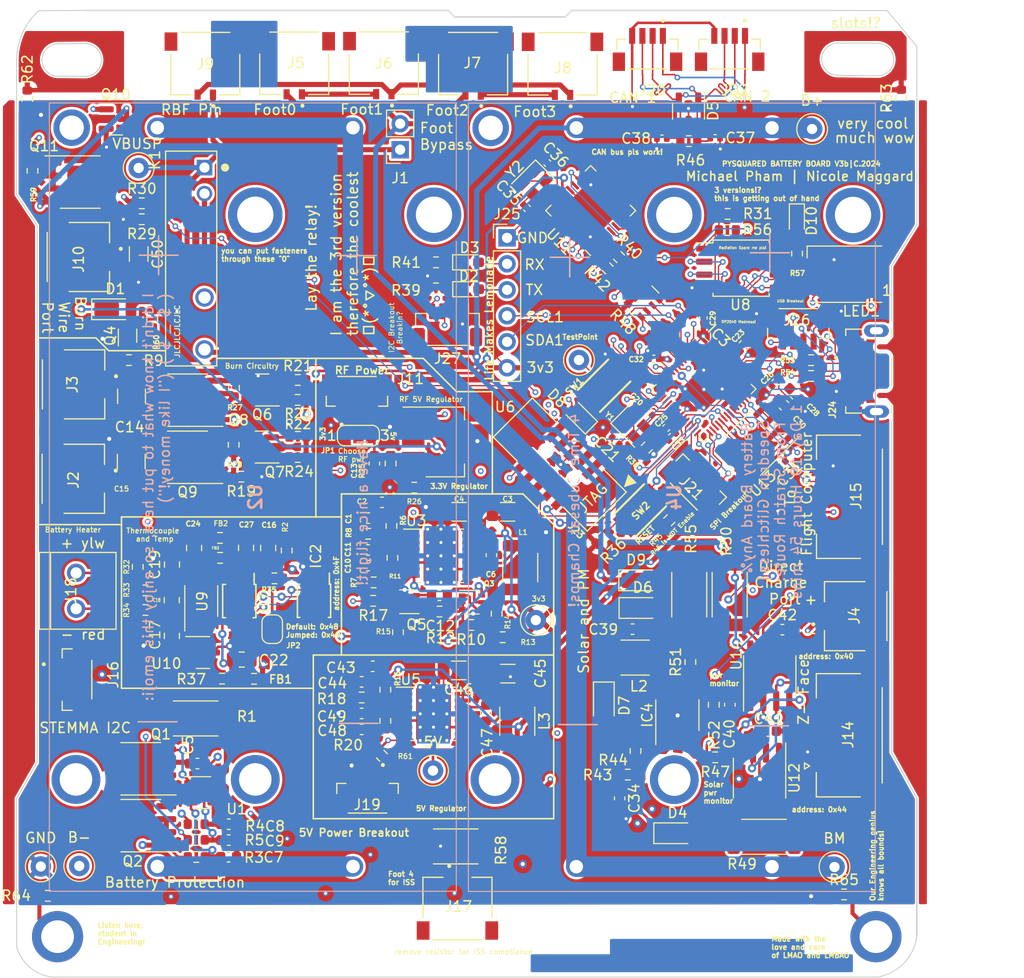
<source format=kicad_pcb>
(kicad_pcb (version 20240108) (generator "pcbnew") (generator_version "8.0")
  (layers (0 "F.Cu" signal) (1 "In1.Cu" signal) (2 "In2.Cu" signal) (31 "B.Cu" signal) (34 "B.Paste" user) (35 "F.Paste" user) (36 "B.SilkS" user "B.Silkscreen") (37 "F.SilkS" user "F.Silkscreen") (38 "B.Mask" user) (39 "F.Mask" user) (44 "Edge.Cuts" user))
  (net 0 "")
  (net 1 "VSOLAR_I")
  (net 2 "+3V3")
  (net 3 "VBUSP")
  (net 4 "Net-(C5-Pad1)")
  (net 5 "Net-(U3-SW1)")
  (net 6 "Net-(U3-VBST)")
  (net 7 "B-")
  (net 8 "Net-(U1-V-)")
  (net 9 "Net-(U1-VC)")
  (net 10 "/VDD")
  (net 11 "Net-(U3-SS)")
  (net 12 "Net-(U3-VREG5)")
  (net 13 "Net-(Q5A-C1)")
  (net 14 "Net-(Q3B-B2)")
  (net 15 "BURN")
  (net 16 "GND")
  (net 17 "/V_RF")
  (net 18 "AVDD")
  (net 19 "AGND")
  (net 20 "VBatt")
  (net 21 "Net-(JP1-B)")
  (net 22 "Net-(U5-SW1)")
  (net 23 "Net-(U5-VBST)")
  (net 24 "Net-(U5-SS)")
  (net 25 "Net-(IC3-XIN)")
  (net 26 "Net-(C21-Pad2)")
  (net 27 "1.2V")
  (net 28 "Net-(D4-K)")
  (net 29 "CANL")
  (net 30 "CANH")
  (net 31 "Net-(D7-K)")
  (net 32 "Net-(D6-K)")
  (net 33 "FC_RESET")
  (net 34 "Net-(U5-VREG5)")
  (net 35 "5V_enable")
  (net 36 "Net-(U5-VFB)")
  (net 37 "VBatt1")
  (net 38 "Net-(U5-PG)")
  (net 39 "BURN_RELAY_A")
  (net 40 "Net-(K1-PadNO)")
  (net 41 "Heater")
  (net 42 "PACK-")
  (net 43 "ENAB_HEATER")
  (net 44 "Jetson_pwr")
  (net 45 "Net-(Q4-E)")
  (net 46 "SCL0")
  (net 47 "SDA0")
  (net 48 "Net-(IC2-OS)")
  (net 49 "FC_RX")
  (net 50 "/NEOPIX")
  (net 51 "/3V3_EN")
  (net 52 "SDA1")
  (net 53 "SCL1")
  (net 54 "BM")
  (net 55 "PACK+")
  (net 56 "SPI0_MISO")
  (net 57 "SPI0_CS0")
  (net 58 "ENAB_BURN")
  (net 59 "VBUS_RESET")
  (net 60 "SPI0_SCK")
  (net 61 "SPI0_MOSI")
  (net 62 "Net-(Q10-G)")
  (net 63 "Net-(Q10-D)")
  (net 64 "Jetson")
  (net 65 "VBATT_SENSE")
  (net 66 "/USBBOOT")
  (net 67 "Net-(IC3-XOUT)")
  (net 68 "SWCLK")
  (net 69 "SWDIO")
  (net 70 "/~{RESET}")
  (net 71 "SPI1_MISO")
  (net 72 "ENAB_RF")
  (net 73 "VSOLAR")
  (net 74 "CHRG'")
  (net 75 "SPI1_CS0")
  (net 76 "SPI1_SCK")
  (net 77 "SPI1_MOSI")
  (net 78 "D0")
  (net 79 "WDT_WDI")
  (net 80 "/NEO_PWR")
  (net 81 "/A0")
  (net 82 "/A1")
  (net 83 "USB_D-")
  (net 84 "USB_D+")
  (net 85 "/QSPI_DATA[3]")
  (net 86 "/QSPI_SCK")
  (net 87 "/QSPI_DATA[0]")
  (net 88 "/QSPI_DATA[2]")
  (net 89 "/QSPI_DATA[1]")
  (net 90 "/QSPI_CS")
  (net 91 "Net-(IC4-VIN_REG)")
  (net 93 "Net-(IC4-VFB)")
  (net 95 "Net-(IC4-SENSE)")
  (net 96 "Net-(J5-Pin_1)")
  (net 97 "Net-(J7-Pin_1)")
  (net 98 "+5V")
  (net 99 "VBUS")
  (net 100 "Net-(JP2-A)")
  (net 101 "Net-(D1-A)")
  (net 103 "Net-(Q1-G)")
  (net 104 "Net-(Q1-D-Pad5)")
  (net 105 "Net-(Q2-G)")
  (net 106 "Net-(Q3A-B1)")
  (net 107 "Net-(Q5A-B1)")
  (net 108 "Net-(Q5B-B2)")
  (net 109 "Net-(Q6-G)")
  (net 110 "Net-(Q6-D)")
  (net 111 "Net-(Q7-G)")
  (net 112 "Net-(Q7-D)")
  (net 113 "Net-(U3-VFB)")
  (net 114 "Net-(U3-PG)")
  (net 115 "Net-(R13-Pad2)")
  (net 116 "Net-(U6-SENSE{slash}ADJ)")
  (net 117 "Net-(D2-PadC)")
  (net 118 "Net-(D3-PadC)")
  (net 119 "Net-(D8-PadA)")
  (net 120 "Net-(D10-PadA)")
  (net 132 "OUT")
  (net 133 "TXCAN")
  (net 134 "RXCAN")
  (net 135 "D-")
  (net 136 "D+")
  (net 137 "Net-(U9--IN)")
  (net 138 "Net-(U9-+IN)")
  (net 139 "Net-(U9-+Vs)")
  (net 140 "Net-(U11-OSC1)")
  (net 141 "Net-(U11-OSC2)")
  (net 142 "Net-(U10-K)")
  (net 143 "Net-(U11-RESET)")
  (net 144 "Net-(U13-~{RESET})")
  (net 155 "Net-(U13-~{MR})")
  (net 157 "Net-(J18-Pin_2)")
  (net 158 "Net-(J18-Pin_1)")
  (net 163 "FC_TX")
  (net 164 "Chassis Ground")
  (footprint "Resistor_SMD:R_0603_1608Metric" (layer "F.Cu") (at 186.79 64.76 90)
    (property "Reference" "R57")
    (property "Value" "10k")
  )
  (footprint "Battery Board:JST_BM04B-SRSS-TB(LF)(SN)" (layer "F.Cu") (at 176.211472 88.008528 135)
    (property "Reference" "J21")
    (property "Value" "BM04B-SRSS-TB(LF)(SN)")
  )
  (footprint "" (layer "F.Cu") (at 194.5 131.53)
    (property "Reference" "")
    (property "Value" "")
  )
  (footprint "Capacitor_SMD:C_0603_1608Metric" (layer "F.Cu") (at 144.8575 90.615)
    (property "Reference" "C1")
    (property "Value" "22uF")
  )
  (footprint "Inductor_SMD:L_1812_4532Metric" (layer "F.Cu") (at 159.44 110.4675 -90)
    (property "Reference" "L3")
    (property "Value" "4.7uH")
  )
  (footprint "TestPoint:TestPoint_Loop_D1.80mm_Drill1.0mm_Beaded" (layer "F.Cu") (at 122.428 56.388)
    (property "Reference" "TP6")
    (property "Value" "VBUSP")
  )
  (footprint "LED_SMD:LED_WS2812B_PLCC4_5.0x5.0mm_P3.2mm" (layer "F.Cu") (at 191.42 66.77 180)
    (property "Reference" "LED1")
    (property "Value" "WS2812B_SK6812_1515")
  )
  (footprint "Package_SO:SOIC-8_3.9x4.9mm_P1.27mm" (layer "F.Cu") (at 122.649999 120.68 180)
    (property "Reference" "Q2")
    (property "Value" "IRF7458")
  )
  (footprint "Connector_JST:JST_SH_BM04B-SRSS-TB_1x04-1MP_P1.00mm_Vertical" (layer "F.Cu") (at 152.61 71.72 180)
    (property "Reference" "J27")
    (property "Value" "I2C0 Breakout")
  )
  (footprint "Package_TO_SOT_SMD:SOT-363_SC-70-6" (layer "F.Cu") (at 155.0075 98.83)
    (property "Reference" "Q3")
    (property "Value" "MBT2222ADW1T1")
  )
  (footprint "Resistor_SMD:R_0603_1608Metric" (layer "F.Cu") (at 128.05 120.53)
    (property "Reference" "R4")
    (property "Value" "330")
  )
  (footprint "Package_SO:SOIC-8-1EP_3.9x4.9mm_P1.27mm_EP2.514x3.2mm" (layer "F.Cu") (at 127.202502 84.669999 180)
    (property "Reference" "Q9")
    (property "Value" "NDS8434")
  )
  (footprint "Package_TO_SOT_SMD:SOT-23-6" (layer "F.Cu") (at 128.68 117.45)
    (property "Reference" "U1")
    (property "Value" "R5460N208AA")
  )
  (footprint "Capacitor_SMD:C_0402_1005Metric" (layer "F.Cu") (at 185.3 85.4 -135)
    (property "Reference" "C31")
    (property "Value" "0.1uF")
  )
  (footprint "Battery Board:MOLEX_504050-0291" (layer "F.Cu") (at 155.12 46.185 180)
    (property "Reference" "J7")
    (property "Value" "Foot2")
  )
  (footprint "Capacitor_SMD:C_0402_1005Metric" (layer "F.Cu") (at 172.3 80.21 -45)
    (property "Reference" "C20")
    (property "Value" "22pF")
  )
  (footprint "Resistor_SMD:R_0603_1608Metric" (layer "F.Cu") (at 130.39 94.502499 180)
    (property "Reference" "FB3")
    (property "Value" "FerriteBead")
  )
  (footprint "Resistor_SMD:R_0603_1608Metric" (layer "F.Cu") (at 132.46 86.564998 180)
    (property "Reference" "R19")
    (property "Value" "634k")
  )
  (footprint "Capacitor_SMD:C_0603_1608Metric" (layer "F.Cu") (at 180.22 108.86 -90)
    (property "Reference" "C40")
    (property "Value" "10uF")
  )
  (footprint "Resistor_SMD:R_0603_1608Metric" (layer "F.Cu") (at 123.75 71.13 90)
    (property "Reference" "R60")
    (property "Value" "100")
  )
  (footprint "Resistor_SMD:R_Array_Convex_4x0603" (layer "F.Cu") (at 171.75 69.45 135)
    (property "Reference" "R48")
    (property "Value" "10k")
  )
  (footprint "Battery Board:MOLEX_504050-0291" (layer "F.Cu") (at 163.86 46.205 180)
    (property "Reference" "J8")
    (property "Value" "Foot3")
  )
  (footprint "Capacitor_SMD:C_1206_3216Metric" (layer "F.Cu") (at 122.43 64.8 -90)
    (property "Reference" "C50")
    (property "Value" "100uF")
  )
  (footprint "Resistor_SMD:R_0603_1608Metric" (layer "F.Cu") (at 180 60.88 180)
    (property "Reference" "R31")
    (property "Value" "10k")
  )
  (footprint "Resistor_SMD:R_0603_1608Metric" (layer "F.Cu") (at 170.24 115.69)
    (property "Reference" "R43")
    (property "Value" "200k")
  )
  (footprint "Resistor_SMD:R_0603_1608Metric" (layer "F.Cu") (at 169.38014 65.100232 135)
    (property "Reference" "R40")
    (property "Value" "10k")
  )
  (footprint "Capacitor_SMD:C_0603_1608Metric" (layer "F.Cu") (at 145.4675 85.28 90)
    (property "Reference" "C13")
    (property "Value" "10uF")
  )
  (footprint "Capacitor_SMD:C_0805_2012Metric" (layer "F.Cu") (at 125.665 98.632499 -90)
    (property "Reference" "C18")
    (property "Value" "0.1uF")
  )
  (footprint "Package_SO:SOIC-8_3.9x4.9mm_P1.27mm" (layer "F.Cu") (at 184.12 106.02 90)
    (property "Reference" "U14")
    (property "Value" "INA219AxD")
  )
  (footprint "Package_TO_SOT_SMD:SOT-223-6" (layer "F.Cu") (at 152.4075 83.17)
    (property "Reference" "U6")
    (property "Value" "TPS7A4501DCQT")
  )
  (footprint "Package_SO:SO-8_3.9x4.9mm_P1.27mm" (layer "F.Cu") (at 182.79 83.24 -135)
    (property "Reference" "U13")
    (property "Value" "MAX706RESA")
  )
  (footprint "Battery Board:BTN_KMR2_4.6X2.8" (layer "F.Cu") (at 167.93 77.67 -135)
    (property "Reference" "SW1")
    (property "Value" "KMR2")
  )
  (footprint "Battery Board:MOLEX_5040500591" (layer "F.Cu") (at 191.89 111.845 -90)
    (property "Reference" "J14")
    (property "Value" "Solar")
  )
  (footprint "Resistor_SMD:R_0603_1608Metric" (layer "F.Cu") (at 133.715 106.322499)
    (property "Reference" "FB1")
    (property "Value" "FerriteBead")
  )
  (footprint "Capacitor_SMD:C_0603_1608Metric" (layer "F.Cu") (at 144.22 109.71 180)
    (property "Reference" "C49")
    (property "Value" "1uF")
  )
  (footprint "Battery Board:BTN_KMR2_4.6X2.8" (layer "F.Cu") (at 171.43 89.86 45)
    (property "Reference" "SW2")
    (property "Value" "KMR2")
  )
  (footprint "Resistor_SMD:R_0603_1608Metric" (layer "F.Cu") (at 112.05 56.66 90)
    (property "Reference" "R59")
    (property "Value" "100k")
  )
  (footprint "TestPoint:TestPoint_Loop_D1.80mm_Drill1.0mm_Beaded" (layer "F.Cu") (at 161.25 100.59)
    (property "Reference" "TP1")
    (property "Value" "3v3")
  )
  (footprint "Capacitor_SMD:C_0603_1608Metric" (layer "F.Cu") (at 151.8275 98.16)
    (property "Reference" "C12")
    (property "Value" "10uF")
  )
  (footprint "Capacitor_SMD:C_0603_1608Metric" (layer "F.Cu") (at 145.31 105.1)
    (property "Reference" "C43")
    (property "Value" "22uF")
  )
  (footprint "Package_SO:SOIC-8-1EP_3.9x4.9mm_P1.27mm_EP2.514x3.2mm" (layer "F.Cu") (at 116.7125 57.765)
    (property "Reference" "Q11")
    (property "Value" "NDS8434")
  )
  (footprint "Capacitor_SMD:C_0603_1608Metric" (layer "F.Cu") (at 156.9075 94.24 90)
    (property "Reference" "C6")
    (property "Value" "0.1uF")
  )
  (footprint "Package_TO_SOT_SMD:SOT-23" (layer "F.Cu") (at 134.470001 83.669998 180)
    (property "Reference" "Q7")
    (property "Value" "IRLML2803")
  )
  (footprint "TestPoint:TestPoint_Loop_D1.80mm_Drill1.0mm_Beaded" (layer "F.Cu") (at 116.62 124.62)
    (property "Reference" "TP2")
    (property "Value" "B-")
  )
  (footprint "Resistor_SMD:R_0603_1608Metric" (layer "F.Cu") (at 188.165 76.72)
    (property "Reference" "R54")
    (property "Value" "22")
  )
  (footprint "Resistor_SMD:R_2512_6332Metric" (layer "F.Cu") (at 128 110.2 180)
    (property "Reference" "R1")
    (property "Value" "0.01")
  )
  (footprint "Capacitor_SMD:C_1206_3216Metric" (layer "F.Cu") (at 153.71 105.5 180)
    (property "Reference" "C46")
    (property "Value" "100uF")
  )
  (footprint "Connector_PinHeader_2.54mm:PinHeader_1x06_P2.54mm_Vertical" (layer "F.Cu") (at 158.44 63.22)
    (property "Reference" "J25")
    (property "Value" "Life Makes Lemonade")
  )
  (footprint "Battery Board:JST_BM04B-SRSS-TB(LF)(SN)" (layer "F.Cu") (at 172.17 46 180)
    (property "Reference" "J20")
    (property "Value" "CAN1")
  )
  (footprint "Resistor_SMD:R_0603_1608Metric" (layer "F.Cu") (at 111.54 49.64 90)
    (property "Reference" "R62")
    (property "Value" "1M")
  )
  (footprint "Battery Board:ScrewTerminal" (layer "F.Cu") (at 116.315001 97.7225 -90)
    (property "Reference" "J18")
    (property "Value" "Screw_Terminal_01x02")
  )
  (footprint "Package_SO:HTSSOP-14-1EP_4.4x5mm_P0.65mm_EP3.4x5mm_Mask3x3.1mm_ThermalVias" (layer "F.Cu") (at 151.9775 94.3)
    (property "Reference" "U3")
    (property "Value" "TPS54226PWPRPWP14_2P31X2P46-L")
  )
  (footprint "Resistor_SMD:R_0603_1608Metric" (layer "F.Cu") (at 174.3 90.82 45)
    (property "Reference" "R45")
    (property "Value" "10k")
  )
  (footprint "Connector_PinSocket_2.54mm:PinSocket_1x02_P2.54mm_Vertical" (layer "F.Cu") (at 147.99 54.6 180)
    (property "Reference" "J1")
    (property "Value" "Bypass")
  )
  (footprint "Resistor_SMD:R_0603_1608Metric" (layer "F.Cu") (at 178.65 108.86 90)
    (property "Reference" "R52")
    (property "Value" "412k")
  )
  (footprint "Resistor_SMD:R_0603_1608Metric" (layer "F.Cu") (at 154.9375 101.06 180)
    (property "Reference" "R10")
    (property "Value" "100K")
  )
  (footprint "Capacitor_SMD:C_0805_2012Metric" (layer "F.Cu") (at 132.924999 93.5225 -90)
    (property "Reference" "C27")
    (property "Value" "0.1uF")
  )
  (footprint "Resistor_SMD:R_0603_1608Metric" (layer "F.Cu") (at 188.165 75.18)
    (property "Reference" "R53")
    (property "Value" "22")
  )
  (footprint "Resistor_SMD:R_0603_1608Metric" (layer "F.Cu") (at 121.4775 75.17 180)
    (property "Reference" "R9")
    (property "Value" "10k")
  )
  (footprint "Resistor_SMD:R_0603_1608Metric" (layer "F.Cu") (at 167.783363 92.526637 45)
    (property "Reference" "R36")
    (property "Value" "10k")
  )
  (footprint "Diode_SMD:D_0603_1608Metric_Pad1.05x0.95mm_HandSolder" (layer "F.Cu") (at 186.77 61.56 -90)
    (property "Reference" "D10")
    (property "Value" "Blue")
  )
  (footprint "Resistor_SMD:R_2512_6332Metric" (layer "F.Cu") (at 183.56 121.77)
    (property "Reference" "R49")
    (property "Value" "0.002")
  )
  (footprint "Diode_SMD:D_PowerDI-123" (layer "F.Cu") (at 175.1 121.42)
    (property "Reference" "D4")
    (property "Value" "DFLS130L-7")
  )
  (footprint "Capacitor_SMD:C_0402_1005Metric" (layer "F.Cu") (at 169.05 83.04 135)
    (property "Reference" "C21")
    (property "Value" "22pF")
  )
  (footprint "Diode_SMD:D_SOD-323F" (layer "F.Cu") (at 165.55 80.65 135)
    (property "Reference" "D8")
    (property "Value" "NSR0320")
  )
  (footprint "Package_TO_SOT_SMD:SOT-23-3" (layer "F.Cu") (at 176.18 50.8125 -90)
    (property "Reference" "D5")
    (property "Value" "PESD1CAN")
  )
  (footprint "Package_SO:SOIC-8_3.9x4.9mm_P1.27mm" (layer "F.Cu") (at 183.12 116.03 -90)
    (property "Reference" "U12")
    (property "Value" "INA219AxD")
  )
  (footprint "Capacitor_SMD:C_1206_3216Metric" (layer "F.Cu") (at 158.52 105.82)
    (property "Reference" "C45")
    (property "Value" "100uF")
  )
  (footprint "Resistor_SMD:R_0603_1608Metric" (layer "F.Cu") (at 147.1375 91.385 90)
    (property "Reference" "R6")
    (property "Value" "73.2K")
  )
  (footprint "Resistor_SMD:R_0603_1608Metric" (layer "F.Cu") (at 172.1 83.72 -135)
    (property "Reference" "R38")
    (property "Value" "1k")
  )
  (footprint "Diode_SMD:D_0603_1608Metric_Pad1.05x0.95mm_HandSolder" (layer "F.Cu") (at 154.795 68.24)
    (property "Reference" "D2")
    (property "Value" "green")
  )
  (footprint "Package_TO_SOT_SMD:SOT-523" (layer "F.Cu") (at 121.341957 72.780562 90)
    (property "Reference" "Q4")
    (property "Value" "MMBT2222AT")
  )
  (footprint "Resistor_SMD:R_2512_6332Metric" (layer "F.Cu") (at 176.25 98.1 -90)
    (property "Reference" "R55")
    (property "Value" "0.1")
  )
  (footprint "Resistor_SMD:R_0603_1608Metric" (layer "F.Cu") (at 130.585 106.302499)
    (property "Reference" "R37")
    (property "Value" "1k")
  )
  (footprint "Resistor_SMD:R_0603_1608Metric" (layer "F.Cu") (at 147.0575 85.28 -90)
    (property "Reference" "R25")
    (property "Value" "10K")
  )
  (footprint "Resistor_SMD:R_0603_1608Metric" (layer "F.Cu") (at 149.3775 87.64)
    (property "Reference" "R26")
    (property "Value" "3.3K")
  )
  (footprint "TestPoint:TestPoint_Loop_D1.80mm_Drill1.0mm_Beaded" (layer "F.Cu") (at 151.2 115.3)
    (property "Reference" "TP9")
    (property "Value" "5V")
  )
  (footprint "Capacitor_SMD:C_0402_1005Metric" (layer "F.Cu") (at 160.389277 60.323726 -45)
    (property "Reference" "C35")
    (property "Value" "22pf")
  )
  (footprint "Battery Board:MOLEX_504050-0291" (layer "F.Cu") (at 116.53 65.09 -90)
    (property "Reference" "J10")
    (property "Value" "Jetson")
  )
  (footprint "Capacitor_SMD:C_0603_1608Metric" (layer "F.Cu") (at 169.45 118.01 -90)
    (property "Reference" "C34")
    (property "Value" "10uF")
  )
  (footprint "Battery Board:MOLEX_504050-0291" (layer "F.Cu") (at 137.64 46.1525 180)
    (property "Reference" "J5")
    (property "Value" "Foot0")
  )
  (footprint "Capacitor_SMD:C_0402_1005Metric" (layer "F.Cu") (at 162.376247 55.904308 -45)
    (property "Reference" "C36")
    (property "Value" "22pf")
  )
  (footprint "Capacitor_SMD:C_0805_2012Metric" (layer "F.Cu") (at 135.085 93.542499 -90)
    (property "Reference" "C16")
    (property "Value" "10uF")
  )
  (footprint "Package_SO:MSOP-8_3x3mm_P0.65mm" (layer "F.Cu") (at 128.545 98.7225 90)
    (property "Reference" "U9")
    (property "Value" "AD8495")
  )
  (footprint "Resistor_SMD:R_0603_1608Metric" (layer "F.Cu") (at 178.79 114 180)
    (property "Reference" "R47")
    (property "Value" "10K")
  )
  (footprint "Capacitor_SMD:C_0402_1005Metric" (layer "F.Cu") (at 174 81.8 -135)
    (property "Reference" "C33")
    (property "Value" "0.1uF")
  )
  (footprint "Capacitor_SMD:C_1206_3216Metric" (layer "F.Cu") (at 153.75 90 180)
    (property "Reference" "C4")
    (property "Value" "100uF")
  )
  (footprint "Capacitor_SMD:C_0603_1608Metric" (layer "F.Cu") (at 131.22 123.72 180)
    (property "Reference" "C7")
    (property "Value" "0.1uF")
  )
  (footprint "Resistor_SMD:R_0603_1608Metric" (layer "F.Cu") (at 146.54 110.435 90)
    (property "Reference" "R20")
    (property "Value" "100K")
  )
  (footprint "Capacitor_SMD:C_0402_1005Metric" (layer "F.Cu") (at 184.67 77.37 -135)
    (property "Reference" "C26")
    (property "Value" "0.1uF")
  )
  (footprint "Resistor_SMD:R_0603_1608Metric" (layer "F.Cu") (at 151.8375 99.75)
    (property "Reference" "R12")
    (property "Value" "20K")
  )
  (footprint "Resistor_SMD:R_0603_1608Metric" (layer "F.Cu") (at 137.992501 82.669999 180)
    (property "Reference" "R22")
    (property "Value" "10k")
  )
  (footprint "Package_SO:SOIC-8_5.275x5.275mm_P1.27mm" (layer "F.Cu") (at 181.32 66.18)
    (property "Reference" "U8")
    (property "Value" "W25Q128JV")
  )
  (footprint "Diode_SMD:D_PowerDI-123" (layer "F.Cu") (at 171.7 99.4)
    (property "Reference" "D6")
    (property "Value" "DFLS130L")
  )
  (footprint "Resistor_SMD:R_0603_1608Metric" (layer "F.Cu") (at 147.7775 101.77 90)
    (property "Reference" "R15")
    (property "Value" "100K")
  )
  (footprint "Resistor_SMD:R_0603_1608Metric" (layer "F.Cu") (at 122.74 59.84)
    (property "Reference" "R30")
    (property "Value" "4.7k")
  )
  (footprint "Resistor_SMD:R_0603_1608Metric" (layer "F.Cu") (at 179.98 62.45)
    (property "Reference" "R56")
    (property "Value" "1k")
  )
  (footprint "TestPoint:TestPoint_Loop_D1.80mm_Drill1.0mm_Beaded" (layer "F.Cu") (at 165.47 75.16)
    (property "Reference" "TP8")
    (property "Value" "TestPoint")
  )
  (footprint "Capacitor_SMD:C_0603_1608Metric" (layer "F.Cu") (at 144.8475 95.26 180)
    (property "Reference" "C10")
    (property "Value" "3.3nF")
  )
  (footprint "Package_TO_SOT_SMD:SOT-363_SC-70-6" (layer "F.Cu") (at 148.6375 98.79 180)
    (property "Reference" "Q5")
    (property "Value" "MBT2222ADW1T1")
  )
  (footprint "Package_TO_SOT_SMD:SOT-23" (layer "F.Cu") (at 134.502502 78.089999 180)
    (property "Reference" "Q6")
    (property "Value" "IRLML2803")
  )
  (footprint "Resistor_SMD:R_0603_1608Metric" (layer "F.Cu") (at 130.385 92.5525 180)
    (property "Reference" "FB2")
    (property "Value" "FerriteBead")
  )
  (footprint "Capacitor_SMD:C_0603_1608Metric" (layer "F.Cu") (at 144.8525 93.73 180)
    (property "Reference" "C11")
    (property "Value" "1uF")
  )
  (footprint "Package_TO_SOT_SMD:SOT-23" (layer "F.Cu") (at 128.705 103.7525)
    (property "Reference" "U10")
    (property "Value" "TLVH431 DBZ SOT-23")
  )
  (footprint "Capacitor_SMD:C_0603_1608Metric" (layer "F.Cu") (at 131.240001 120.54 180)
    (property "Reference" "C8")
    (property "Value" "0.1uF")
  )
  (footprint "Resistor_SMD:R_0603_1608Metric" (layer "F.Cu") (at 113.55 127.54 180)
    (property "Reference" "R64")
    (property "Value" "1M")
  )
  (footprint "Resistor_SMD:R_0603_1608Metric" (layer "F.Cu") (at 128.06 123.74 180)
    (property "Reference" "R3")
    (property "Value" "1K")
  )
  (footprint "Resistor_SMD:R_0603_1608Metric" (layer "F.Cu") (at 122.73 61.4 180)
    (property "Reference" "R29")
    (property "Value" "10k")
  )
  (footprint "Battery Board:JST_BM04B-SRSS-TB(LF)(SN)" (layer "F.Cu") (at 117.15 106.4 -90)
    (property "Reference" "J16")
    (property "Value" "I2C Multiplexer Breakout")
  )
  (footprint "Resistor_SMD:R_0603_1608Metric" (layer "F.Cu") (at 158.0075 102.26)
    (property "Reference" "R13")
    (property "Value" "100K")
  )
  (footprint "Capacitor_SMD:C_0603_1608Metric" (layer "F.Cu") (at 144.23 106.62)
    (property "Reference" "C44")
    (property "Value" "22uF")
  )
  (footprint "TestPoint:TestPoint_Loop_D1.80mm_Drill1.0mm_Beaded" (layer "F.Cu") (at 188.26 52.58)
    (property "Reference" "TP5")
    (property "Value" "B+")
  )
  (footprint "Capacitor_SMD:C_0603_1608Metric" (layer "F.Cu") (at 185.35 101.52)
    (property "Reference" "C42")
    (property "Value" "0.1uF")
  )
  (footprint "Jumper:SolderJumper-3_P1.3mm_Open_RoundedPad1.0x1.5mm_NumberLabels" (layer "F.Cu") (at 143.9075 82.55)
    (property "Reference" "JP1")
    (property "Value" "SolderJumper_3_Open")
  )
  (footprint "Capacitor_SMD:C_0603_1608Metric" (layer "F.Cu") (at 131.23 122.09 180)
    (property "Reference" "C9")
    (property "Value" "0.1uF")
  )
  (footprint "Capacitor_SMD:C_1210_3225Metric" (layer "F.Cu") (at 121.7325 78.709998 90)
    (property "Reference" "C14")
    (property "Value" "200uF")
  )
  (footprint "Capacitor_SMD:C_0402_1005Metric" (layer "F.Cu") (at 177.63 71.05 90)
    (property "Reference" "C29")
    (property "Value" "0.1uF")
  )
  (footprint "Resistor_SMD:R_2512_6332Metric" (layer "F.Cu") (at 180.2 98.1 90)
    (property "Reference" "R50")
    (property "Value" "0.002")
  )
  (footprint "Capacitor_SMD:C_0402_1005Metric" (layer "F.Cu") (at 178.7775 53.4925)
    (property "Reference" "C37")
    (property "Value" "47pf")
  )
  (footprint "Resistor_SMD:R_0603_1608Metric" (layer "F.Cu") (at 146.2 113.85 135)
    (property "Reference" "R61")
    (property "Value" "10K")
  )
  (footprint "FC_DEV_BOARD:MOLEX_105164-0001" (layer "F.Cu") (at 196 76.2475 90)
    (property "Reference" "J24")
    (property "Value" "USB_B_Micro")
    (fp_line (start 2.825 -1.15) (end 2.825 -0.5) (stroke (width 0.01)) (layer "Edge.Cuts"))
    (fp_line (start 1.925 -1.15) (end 1.925 -0.5) (stroke (width 0.01)) (layer "Edge.Cuts"))
    (fp_line (start -1.925 -1.15) (end -1.925 -0.5) (stroke (width 0.01)) (layer "Edge.Cuts"))
    (fp_line (start -2.825 -1.15) (end -2.825 -0.5) (stroke (width 0.01)) (layer "Edge.Cuts"))
    (fp_line (start 4.9 0) (end 3.4 0) (stroke (width 0.01)) (layer "Edge.Cuts"))
    (fp_line (start 3.4 0) (end 2.825 -0.5) (stroke (width 0.01)) (layer "Edge.Cuts"))
    (fp_line (start -3.4 0) (end -2.825 -0.5) (stroke (width 0.01)) (layer "Edge.Cuts"))
    (fp_line (start -4.9 0) (end -3.4 0) (stroke (width 0.01)) (layer "Edge.Cuts"))
    (fp_line (start 0.00053 0.004943) (end 1.3 0) (stroke (width 0.01)) (layer "Edge.Cuts"))
    (fp_line (start 0.00053 0.004943) (end -1.29947 0.004943) (stroke (width 0.01)) (layer "Edge.Cuts"))
    (fp_arc (start 1.925 -1.15) (mid 2.375 -1.6) (end 2.825 -1.15) (stroke (width 0.01)) (layer "Edge.Cuts"))
    (fp_arc (start -2.825 -1.15) (mid -2.375 -1.6) (end -1.925 -1.15) (stroke (width 0.01)) (layer "Edge.Cuts"))
    (fp_arc (start 1.925529 -0.504943) (mid 1.717412 -0.122833) (end 1.3 0) (stroke (width 0.01)) (layer "Edge.Cuts"))
    (fp_arc (start -1.29947 0.004943) (mid -1.716881 -0.117891) (end -1.924999 -0.5) (stroke (width 0.01)) (layer "Edge.Cuts"))
  )
  (footprint "Capacitor_SMD:C_0603_1608Metric" (layer "F.Cu") (at 156.38 109.68 90)
    (property "Reference" "C47")
    (property "Value" "0.1uF")
  )
  (footprint "Resistor_SMD:R_0603_1608Metric" (layer "F.Cu") (at 196.97 49.57 90)
    (property "Reference" "R63")
    (property "Value" "1M")
  )
  (footprint "Diode_SMD:D_PowerDI-123" (layer "F.Cu") (at 167.9 108.95 -90)
    (property "Reference" "D7")
    (property "Value" "DFLS130L-7")
  )
  (footprint "Resistor_SMD:R_0603_1608Metric" (layer "F.Cu") (at 131.742501 77.879999 -90)
    (property "Reference" "R27")
    (property "Value" "100k")
  )
  (footprint "Battery Board:MOLEX_504050-0291" (layer "F.Cu") (at 192.52 100.2 90)
    (property "Reference" "J4")
    (property "Value" "CHARGE")
  )
  (footprint "Capacitor_SMD:C_0603_1608Metric" (layer "F.Cu") (at 146.2225 89.075)
    (property "Reference" "C2")
    (property "Value" "22uF")
  )
  (footprint "Resistor_SMD:R_0603_1608Metric" (layer "F.Cu") (at 151.485 68.16 180)
    (property "Reference" "R39")
    (property "Value" "1k")
  )
  (footprint "Resistor_SMD:R_0603_1608Metric" (layer "F.Cu") (at 137.972502 79.059999)
    (property "Reference" "R23")
    (property "Value" "4.7k")
  )
  (footprint "Package_SO:HTSSOP-14-1EP_4.4x5mm_P0.65mm_EP3.4x5mm_Mask3x3.1mm_ThermalVias" (layer "F.Cu") (at 151.25 109.75)
    (property "Reference" "U5")
    (property "Value" "TPS54226PWPRPWP14_2P31X2P46-L")
  )
  (footprint "Battery Board:JST_BM04B-SRSS-TB(LF)(SN)" (layer "F.Cu") (at 180.2 46 180)
    (property "Reference" "J22")
    (property "Value" "CAN2")
  )
  (footprint "Capacitor_SMD:C_0402_1005Metric" (layer "F.Cu") (at 172.79 75.05 180)
    (property "Reference" "C32")
    (property "Value" "0.1uF")
  )
  (footprint "Battery Board:MOLEX_504050-0291" (layer "F.Cu") (at 116.0375 86.77 -90)
    (property "Reference" "J2")
    (property "Value" "Heater")
  )
  (footprint "Package_DFN_QFN:QFN-56-1EP_7x7mm_P0.4mm_EP3.2x3.2mm" (layer "F.Cu") (at 177.666528 77.997887 -45)
    (property "Reference" "IC3")
    (property "Value" "RP2040_QFN56")
  )
  (footprint "Capacitor_SMD:C_1210_3225Metric" (layer "F.Cu") (at 121.7025 85.089998 90)
    (property "Reference" "C15")
    (property "Value" "200uF")
  )
  (footprint "Battery Board:MOLEX_5040500591" (layer "F.Cu") (at 191.91 88.53 -90)
    (property "Reference" "J15")
    (property "Value" "FC")
  )
  (footprint "Resistor_SMD:R_0603_1608Metric" (layer "F.Cu") (at 144.23 108.15)
    (property "Reference" "R18")
    (property "Value" "22.1K")
  )
  (footprint "Resistor_SMD:R_0603_1608Metric" (layer "F.Cu") (at 144.8575 92.145)
    (property "Reference" "R8")
    (property "Value" "22.1K")
  )
  (footprint "Capacitor_SMD:C_0805_2012Metric" (layer "F.Cu") (at 125.675 102.132499 90)
    (property "Reference" "C17")
    (property "Value" "0.01uF")
  )
  (footprint "Package_SO:TSSOP-10_3x3mm_P0.5mm" (layer "F.Cu") (at 132.265001 98.7225 -90)
    (property "Reference" "U7")
    (property "Value" "ADS1015IDGS")
  )
  (footprint "Capacitor_SMD:C_0402_1005Metric" (layer "F.Cu") (at 173.5775 53.5325)
    (property "Reference" "C38")
    (property "Value" "47pf")
  )
  (footprint "Battery Board:JST_BM04B-SRSS-TB(LF)(SN)" (layer "F.Cu") (at 143.764 77.47)
    (property "Reference" "J11")
    (property "Value" "BM04B-SRSS-TB(LF)(SN)")
  )
  (footprint "Inductor_SMD:L_1812_4532Metric" (layer "F.Cu") (at 170.96 104.25)
    (property "Reference" "L2")
    (property "Value" "10uH")
  )
  (footprint "Resistor_SMD:R_0603_1608Metric" (layer "F.Cu") (at 123.095001 99.592499)
    (property "Reference" "R33")
    (property "Value" "100-Ohm")
  )
  (footprint "Package_DFN_QFN:QFN-28-1EP_6x6mm_P0.65mm_EP4.25x4.25mm" (layer "F.Cu") (at 166.611817 60.55 135)
    (property "Reference" "U11")
    (property "Value" "MCP25625-E/ML")
  )
  (footprint "Battery Board:JTAG_2X05_1.27MM_BOX_NOCREAM" (layer "F.Cu") (at 163.592962 85.382962 135)
    (property "Reference" "J23")
    (property "Value" "Conn_ARM_JTAG_SWD_10")
  )
  (footprint "Resistor_SMD:R_0603_1608Metric" (layer "F.Cu") (at 145.4075 96.9)
    (property "Reference" "R7")
    (property "Value" "73.2K")
  )
  (footprint "Capacitor_SMD:C_0805_2012Metric" (layer "F.Cu") (at 127.845 93.5325 90)
    (property "Reference" "C24")
    (property "Value" "10uF")
  )
  (footprint "Package_SO:SOIC-8_3.9x4.9mm_P1.27mm" (layer "F.Cu") (at 122.639999 115.12 180)
    (property "Reference" "Q1")
    (property "Value" "IRF7458")
  )
  (footprint "Resistor_SMD:R_0603_1608Metric" (layer "F.Cu") (at 191.385 127.4)
    (property "Reference" "R65")
    (property "Value" "1M")
  )
  (footprint "Resistor_SMD:R_0603_1608Metric" (layer "F.Cu") (at 145.3575 98.7 180)
    (property "Reference" "R17")
    (property "Value" "10K")
  )
  (footprint "Resistor_SMD:R_0603_1608Metric" (layer "F.Cu") (at 171 113.38 -90)
    (property "Reference" "R44")
    (property "Value" "85k")
  )
  (footprint "Package_TO_SOT_SMD:SOT-23" (layer "F.Cu") (at 120.19 51.6)
    (property "Reference" "Q10")
    (property "Value" "IRLML2803")
  )
  (footprint "APAN3105:RELAY_APAN3105" (layer "F.Cu") (at 128.8625 56.35 -90)
    (property "Reference" "K1")
    (property "Value" "APAN3105")
  )
  (footprint "Resistor_SMD:R_0603_1608Metric" (layer "F.Cu") (at 128.060001 122.07)
    (property "Reference" "R5")
    (property "Value" "330")
  )
  (footprint "Resistor_SMD:R_0603_1608Metric" (layer "F.Cu") (at 137.982501 77.109998 180)
    (property "Reference" "R21")
    (property "Value" "10k")
  )
  (footprint "Battery Board:MOLEX_504050-0291" (layer "F.Cu") (at 128.94 46.1825 180)
    (property "Reference" "J9")
    (property "Value" "RBF")
  )
  (footprint "Resistor_SMD:R_0603_1608Metric" (layer "F.Cu") (at 176.2075 53.7625 180)
    (property "Reference" "R46")
    (property "Value" "120")
  )
  (footprint "Package_SO:TSSOP-8_3x3mm_P0.65mm" (layer "F.Cu") (at 139.57 98.7 -90)
    (property "Reference" "IC2")
    (property "Value" "PCT2075DP,118")
  )
  (footprint "Diode_SMD:D_PowerDI-123" (layer "F.Cu") (at 120.15 70.2)
    (property "Reference" "D1")
    (property "Value" "DFLS130L")
  )
  (footprint "Battery Board:JST_BM04B-SRSS-TB(LF)(SN)" (layer "F.Cu") (at 144.8 118.75 180)
    (property "Reference" "J19")
    (property "Value" "BM04B-SRSS-TB(LF)(SN)")
  )
  (footprint "Capacitor_SMD:C_0603_1608Metric" (layer "F.Cu") (at 181.59 73.74 45)
    (property "Reference" "C23")
    (property "Value" "1uF")
  )
  (footprint "Capacitor_SMD:C_0603_1608Metric" (layer "F.Cu") (at 186.62 78.51 -45)
    (property "Reference" "C28")
    (property "Value" "1uF")
  )
  (footprint "Resistor_SMD:R_0603_1608Metric" (layer "F.Cu") (at 122.335 95.382501 90)
    (property "Reference" "R32")
    (property "Value" "1-MOhm")
  )
  (footprint "Capacitor_SMD:C_1206_3216Metric" (layer "F.Cu") (at 158.5 90)
    (property "Reference" "C3")
    (property "Value" "100uF")
  )
  (footprint "Resistor_SMD:R_0603_1608Metric" (layer "F.Cu") (at 136.9 93.782499 90)
    (property "Reference" "R2")
    (property "Value" "10K")
  )
  (footprint "Package_SO:SOIC-8-1EP_3.9x4.9mm_P1.27mm_EP2.514x3.2mm" (layer "F.Cu") (at 127.22 79.085 180)
    (property "Reference" "Q8")
    (property "Value" "NDS8434")
  )
  (footprint "Resistor_SMD:R_0603_1608Metric" (layer "F.Cu") (at 146.54 107.39 90)
    (property "Reference" "R16")
    (property "Value" "121k")
  )
  (footprint "Capacitor_SMD:C_0805_2012Metric" (layer "F.Cu") (at 125.685001 95.1525 90)
    (property "Reference" "C19")
    (property "Value" "0.01uF")
  )
  (footprint "Resistor_SMD:R_2512_6332Metric" (layer "F.Cu") (at 153.42 122.71)
    (property "Reference" "R58")
    (property "Value" "0.002")
  )
  (footprint "" (layer "F.Cu") (at 114.5 131.53)
    (property "Reference" "")
    (property "Value" "")
  )
  (footprint "TestPoint:TestPoint_Loop_D1.80mm_Drill1.0mm_Beaded" (layer "F.Cu") (at 112.86 124.67)
    (property "Reference" "TP4")
    (property "Value" "GND")
  )
  (footprint "Inductor_SMD:L_1812_4532Metric" (layer "F.Cu") (at 159.7275 95.45 -90)
    (property "Reference" "L1")
    (property "Value" "3.3uH")
  )
  (footprint "TestPoint:TestPoint_Loop_D1.80mm_Drill1.0mm_Beaded" (layer "F.Cu") (at 190.45 124.72)
    (property "Reference" "TP3")
    (property "Value" "BM")
  )
  (footprint "Capacitor_SMD:C_0603_1608Metric" (layer "F.Cu") (at 144.22 111.27 180)
    (property "Reference" "C48")
    (property "Value" "3.3nF")
  )
  (footprint "Package_SO:MSOP-12-1EP_3x4mm_P0.65mm_EP1.65x2.85mm" (layer "F.Cu") (at 175.09 109.88 90)
    (property "Reference" "IC4")
    (property "Value" "LT3652IMSE#PBF")
  )
  (footprint "Crystal:Crystal_SMD_2520-4Pin_2.5x2.0mm" (layer "F.Cu") (at 170.73 81.53 -45)
    (property "Reference" "Y1")
    (property "Value" "Crystal_GND24")
  )
  (footprint "Resistor_SMD:R_0603_1608Metric" (layer "F.Cu") (at 147.2375 94.5 90)
    (property "Reference" "R11")
    (property "Value" "100K")
  )
  (footprint "Battery Board:MOLEX_504050-0291" (layer "F.Cu") (at 153.59 128.78)
    (property "Reference" "J17")
    (property "Value" "ISS Foot")
  )
  (footprint "Resistor_SMD:R_0603_1608Metric" (layer "F.Cu") (at 135.705 96.502499 180)
    (property "Reference" "R35")
    (property "Value" "10k-Ohm")
  )
  (footprint "Diode_SMD:D_PowerDI-123" (layer "F.Cu") (at 171.675 96.7)
    (property "Reference" "D9")
    (property "Value" "DFLS130L")
  )
  (footprint "Resistor_SMD:R_0603_1608Metric" (layer "F.Cu") (at 123.085001 97.682499 180)
    (property "Reference" "R34")
    (property "Value" "100-Ohm")
  )
  (footprint "Resistor_SMD:R_0603_1608Metric" (layer "F.Cu") (at 176.36 104.68 90)
    (property "Reference" "R51")
    (property "Value" "634k")
  )
  (footprint "Resistor_SMD:R_0603_1608Metric" (layer "F.Cu") (at 137.972501 84.639998)
    (property "Reference" "R24")
    (property "Value" "4.7k")
  )
  (footprint "Capacitor_SMD:C_0603_1608Metric" (layer "F.Cu") (at 170.71 101.47)
    (property "Reference" "C39")
    (property "Value" "1uF")
  )
  (footprint "Capacitor_SMD:C_0805_2012Metric" (layer "F.Cu") (at 132.505 104.442499)
    (property "Reference" "C22")
    (property "Value" "1uF")
  )
  (footprint "Capacitor_SMD:C_0603_1608Metric" (layer "F.Cu") (at 128.17 114.61)
    (property "Reference" "C5")
    (property "Value" "0.1uF")
  )
  (footprint "Battery Board:MOLEX_504050-0291" (layer "F.Cu") (at 146.395 46.135 180)
    (property "Reference" "J6")
    (property "Value" "Foot1")
  )
  (footprint "Capacitor_SMD:C_0603_1608Metric" (layer "F.Cu") (at 183.99 111.43)
    (property "Reference" "C41")
    (property "Value" "0.1uF")
  )
  (footprint "Capacitor_SMD:C_0402_1005Metric" (layer "F.Cu") (at 174.58 82.67 45)
    (property "Reference" "C25")
    (property "Value" "0.1uF")
  )
  (footprint "Battery Board:MOLEX_504050-0291" (layer "F.Cu") (at 116.0675 77.54 -90)
    (property "Reference" "J3")
    (property "Value" "BURN")
  )
  (footprint "Resistor_SMD:R_0603_1608Metric" (layer "F.Cu") (at 168.280589 66.206854 135)
    (property "Reference" "R42")
    (property "Value" "10k")
  )
  (footprint "Resistor_SMD:R_0603_1608Metric" (layer "F.Cu") (at 157.4275 99.96 90)
    (property "Reference" "R14")
    (property "Value" "100K")
  )
  (footprint "Resistor_SMD:R_0603_1608Metric" (layer "F.Cu") (at 131.7125 83.45 -90)
    (property "Reference" "R28")
    (property "Value" "100k")
  )
  (footprint "Crystal:Crystal_SMD_2520-4Pin_2.5x2.0mm" (layer "F.Cu") (at 161.046887 57.756928 -135)
    (property "Reference" "Y2")
    (property "Value" "Crystal_GND24")
  )
  (footprint "Battery Board:JST_BM04B-SRSS-TB(LF)(SN)" (layer "F.Cu") (at 186.91 70.84)
    (property "Reference" "J26")
    (property "Value" "BM04B-SRSS-TB(LF)(SN)")
  )
  (footprint "Jumper:SolderJumper-2_P1.3mm_Open_RoundedPad1.0x1.5mm" (layer "F.Cu") (at 135.485 101.472499 -90)
    (property "Reference" "JP2")
    (property "Value" "SolderJumper_2_Open")
  )
  (footprint "Diode_SMD:D_0603_1608Metric_Pad1.05x0.95mm_HandSolder" (layer "F.Cu") (at 154.78 65.61)
    (property "Reference" "D3")
    (property "Value" "red")
  )
  (footprint "Resistor_SMD:R_0603_1608Metric" (layer "F.Cu") (at 151.495 65.61 180)
    (property "Reference" "R41")
    (property "Value" "1k")
  )
  (footprint "Capacitor_SMD:C_0603_1608Metric" (layer "F.Cu") (at 185.51 79.59 -45)
    (property "Reference" "C30")
    (property "Value" "1uF")
  )
  (footprint "1049:1049" (layer "B.Cu") (at 133.5885 88.56 90)
    (property "Reference" "U2")
    (property "Value" "1049" (hide yes))
  )
  (footprint "1049:1049" (layer "B.Cu") (at 174.55 88.58 90)
    (property "Reference" "U4")
    (property "Value" "1049" (hide yes))
  )
  (footprint "LOGO" (layer "B.Cu") (at 132.753208 45.962133 180)
    (property "Reference" "G***" (hide yes))
    (property "Value" "LOGO" (hide yes))
  )
  (footprint "LOGO" (layer "B.Cu") (at 155.33 131.91 180)
    (property "Reference" "G***" (hide yes))
    (property "Value" "LOGO" (hide yes))
  )
  (gr_line (start 142.25 88.25) (end 160 88.25) (stroke (width 0.15)) (layer "F.SilkS"))
  (gr_line (start 139.5 104) (end 139.5 120) (stroke (width 0.15)) (layer "F.SilkS"))
  (gr_line (start 163 91.25) (end 163 104) (stroke (width 0.15)) (layer "F.SilkS"))
  (gr_line (start 139.75 75) (end 130.0625 75) (stroke (width 0.15)) (layer "F.SilkS"))
  (gr_line (start 139.5 120) (end 163 120) (stroke (width 0.15)) (layer "F.SilkS"))
  (gr_line (start 150.25 75) (end 153.5 78.25) (stroke (width 0.15)) (layer "F.SilkS"))
  (gr_line (start 157 78.25) (end 157 88.25) (stroke (width 0.15)) (layer "F.SilkS"))
  (gr_line (start 142.25 90) (end 142.25 88.25) (stroke (width 0.15)) (layer "F.SilkS"))
  (gr_line (start 142.25 90.5) (end 142.25 104) (stroke (width 0.15)) (layer "F.SilkS"))
  (gr_line (start 163 104) (end 139.5 104) (stroke (width 0.15)) (layer "F.SilkS"))
  (gr_line (start 120.75 90.5) (end 120.75 107.25) (stroke (width 0.15)) (layer "F.SilkS"))
  (gr_line (start 142.25 90.5) (end 142.25 90) (stroke (width 0.15)) (layer "F.SilkS"))
  (gr_line (start 122 74.25) (end 119.5 74.25) (stroke (width 0.15)) (layer "F.SilkS"))
  (gr_line (start 160 88.25) (end 163 91.25) (stroke (width 0.15)) (layer "F.SilkS"))
  (gr_line (start 120.75 90.5) (end 142.25 90.5) (stroke (width 0.15)) (layer "F.SilkS"))
  (gr_line (start 139.75 75) (end 150.25 75) (stroke (width 0.15)) (layer "F.SilkS"))
  (gr_line (start 163 120) (end 163 104) (stroke (width 0.15)) (layer "F.SilkS"))
  (gr_line (start 120.75 107.25) (end 139.5 107.25) (stroke (width 0.15)) (layer "F.SilkS"))
  (gr_line (start 139.75 90.5) (end 139.75 75) (stroke (width 0.15)) (layer "F.SilkS"))
  (gr_line (start 125 74.25) (end 122 74.25) (stroke (width 0.15)) (layer "F.SilkS"))
  (gr_line (start 118.25 73) (end 112.75 73) (stroke (width 0.15)) (layer "F.SilkS"))
  (gr_line (start 153.5 78.25) (end 157 78.25) (stroke (width 0.15)) (layer "F.SilkS"))
  (gr_line (start 119.5 74.25) (end 118.25 73) (stroke (width 0.15)) (layer "F.SilkS"))
  (gr_line (start 112.75 91.25) (end 120.75 91.25) (stroke (width 0.15)) (layer "F.SilkS"))
  (gr_line (start 190.158162 40.989322) (end 195.598162 41.004322) (stroke (width 0.1)) (layer "Edge.Cuts"))
  (gr_line (start 196 81.1475) (end 196 113.5) (stroke (width 0.1)) (layer "Edge.Cuts"))
  (gr_line (start 117.133162 40.989322) (end 120.308162 40.989322) (stroke (width 0.15)) (layer "Edge.Cuts"))
  (gr_line (start 198.5 118) (end 196 113.5) (stroke (width 0.1)) (layer "Edge.Cuts"))
  (gr_arc (start 110.5 46) (mid 111.034894 43.270084) (end 112.66352 41.014845) (stroke (width 0.1)) (layer "Edge.Cuts"))
  (gr_line (start 164.123162 41.624322) (end 164.758162 40.989322) (stroke (width 0.15)) (layer "Edge.Cuts"))
  (gr_arc (start 117.173162 44.229322) (mid 118.773158 45.829322) (end 117.173162 47.429322) (stroke (width 0.1)) (layer "Edge.Cuts"))
  (gr_line (start 198.5 61.944322) (end 198.5 44.5) (stroke (width 0.1)) (layer "Edge.Cuts"))
  (gr_line (start 112.66352 41.014845) (end 117.133162 40.989322) (stroke (width 0.1)) (layer "Edge.Cuts"))
  (gr_line (start 110.5 46) (end 110.5 59) (stroke (width 0.1)) (layer "Edge.Cuts"))
  (gr_line (start 153.328162 41.624322) (end 152.693162 40.989322) (stroke (width 0.15)) (layer "Edge.Cuts"))
  (gr_line (start 198.5 131.5) (end 198.5 118) (stroke (width 0.15)) (layer "Edge.Cuts"))
  (gr_line (start 196 71.3475) (end 196 66) (stroke (width 0.1)) (layer "Edge.Cuts"))
  (gr_line (start 190.773162 47.329322) (end 194.623162 47.379322) (stroke (width 0.1)) (layer "Edge.Cuts"))
  (gr_line (start 110.5 59) (end 112.5 62) (stroke (width 0.1)) (layer "Edge.Cuts"))
  (gr_arc (start 198.5 131.5) (mid 197.176415 134.176415) (end 194.5 135.5) (stroke (width 0.1)) (layer "Edge.Cuts"))
  (gr_line (start 194.5 135.5) (end 114.5 135.5) (stroke (width 0.15)) (layer "Edge.Cuts"))
  (gr_line (start 110.5 118) (end 110.5 132.5) (stroke (width 0.1)) (layer "Edge.Cuts"))
  (gr_line (start 114.472939 44.255106) (end 117.173162 44.229322) (stroke (width 0.1)) (layer "Edge.Cuts"))
  (gr_line (start 195.598162 41.004322) (end 198.5 44.5) (stroke (width 0.1)) (layer "Edge.Cuts"))
  (gr_line (start 164.758162 40.989322) (end 190.158162 40.989322) (stroke (width 0.15)) (layer "Edge.Cuts"))
  (gr_line (start 198.5 61.944322) (end 196 66) (stroke (width 0.1)) (layer "Edge.Cuts"))
  (gr_line (start 194.623162 44.179322) (end 190.823137 44.180115) (stroke (width 0.1)) (layer "Edge.Cuts"))
  (gr_line (start 152.693162 40.989322) (end 120.308162 40.989322) (stroke (width 0.15)) (layer "Edge.Cuts"))
  (gr_line (start 112.5 62) (end 112.5 114.5) (stroke (width 0.1)) (layer "Edge.Cuts"))
  (gr_arc (start 114.5 135.5) (mid 111.987619 134.683175) (end 110.5 132.5) (stroke (width 0.1)) (layer "Edge.Cuts"))
  (gr_arc (start 194.623162 44.179322) (mid 196.223158 45.779322) (end 194.623162 47.379322) (stroke (width 0.1)) (layer "Edge.Cuts"))
  (gr_arc (start 114.422964 47.404313) (mid 112.978754 45.806395) (end 114.472939 44.255106) (stroke (width 0.1)) (layer "Edge.Cuts"))
  (gr_line (start 112.5 114.5) (end 110.5 118) (stroke (width 0.1)) (layer "Edge.Cuts"))
  (gr_arc (start 190.773162 47.329322) (mid 189.198356 45.729331) (end 190.823137 44.180115) (stroke (width 0.1)) (layer "Edge.Cuts"))
  (gr_line (start 114.422964 47.404313) (end 117.173162 47.429322) (stroke (width 0.1)) (layer "Edge.Cuts"))
  (gr_line (start 164.123162 41.624322) (end 153.328162 41.624322) (stroke (width 0.15)) (layer "Edge.Cuts"))
  (gr_text "+" (at 164.566817 64.715 0) (layer "B.SilkS") (effects (font (size 5 5)) (justify mirror)))
  (gr_text "+" (at 143.75 64.55 0) (layer "B.SilkS") (effects (font (size 5 5)) (justify mirror)))
  (gr_text "+" (at 124.375 64.516 0) (layer "B.SilkS") (effects (font (size 5 5)) (justify mirror)))
  (gr_text "Have a nice flight!" (at 144.89 82.84 90) (layer "B.SilkS") (effects (font (size 1 1)) (justify left bottom mirror)))
  (gr_text "4 Time Cubesat Champs!" (at 165.58 80.29 90) (layer "B.SilkS") (effects (font (size 1 1)) (justify left bottom mirror)))
  (gr_text "-" (at 165.35 110.4 0) (layer "B.SilkS") (effects (font (size 5 5)) (justify mirror)))
  (gr_text "-" (at 143.925 110.275 0) (layer "B.SilkS") (effects (font (size 5 5)) (justify mirror)))
  (gr_text "I didn't know what to put here, so enjoy this emoji:\n( $ _ $ ) ({dblquote}I like money!{dblquote})" (at 125.56 68.51 90) (layer "B.SilkS") (effects (font (size 1 1)) (justify left bottom mirror)))
  (gr_text "Battery Board Any% \nSpeedrun Glitchless|\nFrom Scratch Route:\n1 Day 19 Hours 54 mins" (at 184.32 89.02 90) (layer "B.SilkS") (effects (font (size 1 1)) (justify mirror)))
  (gr_text "-" (at 124.275 110.125 0) (layer "B.SilkS") (effects (font (size 5 5)) (justify mirror)))
  (gr_text "-" (at 184.05 110.525 0) (layer "B.SilkS") (effects (font (size 5 5)) (justify mirror)))
  (gr_text "+" (at 184.125 64.275 0) (layer "B.SilkS") (effects (font (size 5 5)) (justify mirror)))
  (gr_text "GND" (at 159.3 63.81 0) (layer "F.SilkS") (effects (font (size 1 1)) (justify left bottom)))
  (gr_text "very cool" (at 190.62 52.61 0) (layer "F.SilkS") (effects (font (size 1 1)) (justify left bottom)))
  (gr_text "+" (at 187.42 99.16 0) (layer "F.SilkS") (effects (font (size 1 1)) (justify left bottom)))
  (gr_text "CAN 1" (at 168.32 50.09 0) (layer "F.SilkS") (effects (font (size 1 1)) (justify left bottom)))
  (gr_text "RX" (at 160.05 66.42 0) (layer "F.SilkS") (effects (font (size 1 1)) (justify left bottom)))
  (gr_text "STEMMA I2C" (at 112.63 111.7 0) (layer "F.SilkS") (effects (font (size 1 1)) (justify left bottom)))
  (gr_text "TX" (at 160.15 68.89 0) (layer "F.SilkS") (effects (font (size 1 1)) (justify left bottom)))
  (gr_text "SPI Breakout" (at 178.56 91.9 45) (layer "F.SilkS") (effects (font (size 0.5 0.5) (thickness 0.125)) (justify left bottom)))
  (gr_text "Solar and PM" (at 165.93 100.68 90) (layer "F.SilkS") (effects (font (size 1 1))))
  (gr_text "address: 0x40" (at 186.87 104.42 0) (layer "F.SilkS") (effects (font (size 0.5 0.5) (thickness 0.125)) (justify left bottom)))
  (gr_text "Thermocouple \nand Temp" (at 124 92.25 0) (layer "F.SilkS") (effects (font (size 0.5 0.5) (thickness 0.1) (bold yes))))
  (gr_text "5v" (at 147.03 82.1 -90) (layer "F.SilkS") (effects (font (size 0.5 0.5) (thickness 0.125)) (justify left bottom)))
  (gr_text "much wow" (at 190.38 54.02 0) (layer "F.SilkS") (effects (font (size 1 1)) (justify left bottom)))
  (gr_text "RF Power" (at 141.52 76.61 0) (layer "F.SilkS") (effects (font (size 0.75 0.75)) (justify left bottom)))
  (gr_text "Choose \nRF pwr" (at 141.86 85.16 0) (layer "F.SilkS") (effects (font (size 0.5 0.5) (thickness 0.1)) (justify left bottom)))
  (gr_text "address: 0x44" (at 186.21 119.4 0) (layer "F.SilkS") (effects (font (size 0.5 0.5) (thickness 0.125)) (justify left bottom)))
  (gr_text "SDA1" (at 160.12 73.81 0) (layer "F.SilkS") (effects (font (size 1 1)) (justify left bottom)))
  (gr_text "Foot 4\nfor ISS" (at 146.74 126.51 0) (layer "F.SilkS") (effects (font (size 0.5 0.5) (thickness 0.125) (bold yes)) (justify left bottom)))
  (gr_text "Foot \nBypass" (at 149.82 54.68 0) (layer "F.SilkS") (effects (font (size 1 1)) (justify left bottom)))
  (gr_text "Foot0" (at 135.75 50.69 0) (layer "F.SilkS") (effects (font (size 1 1))))
  (gr_text "SCL1" (at 160.19 71.55 0) (layer "F.SilkS") (effects (font (size 1 1)) (justify left bottom)))
  (gr_text "PYSQUARED BATTERY BOARD V3b|C.2024" (at 179.39 56.27 0) (layer "F.SilkS") (effects (font (size 0.5 0.5) (thickness 0.125)) (justify left bottom)))
  (gr_text "RF 5V Regulator" (at 151 79 0) (layer "F.SilkS") (effects (font (size 0.5 0.5) (thickness 0.1) (bold yes))))
  (gr_text "Battery Protection" (at 125.97 126.22 0) (layer "F.SilkS") (effects (font (size 1 1))))
  (gr_text "slots!?" (at 189.96 42.81 0) (layer "F.SilkS") (effects (font (size 1 1)) (justify left bottom)))
  (gr_text "3v3" (at 140.72 83.13 90) (layer "F.SilkS") (effects (font (size 0.5 0.5) (thickness 0.125)) (justify left bottom)))
  (gr_text "JLCJLCJLCJLC" (at 126.5 75 90) (layer "F.SilkS") (effects (font (size 0.5 0.5) (thickness 0.1) (bold yes)) (justify left bottom)))
  (gr_text "Z- Face" (at 187.42 107.6 90) (layer "F.SilkS") (effects (font (size 1 1))))
  (gr_text "you can put fasteners\nthrough these ^0^" (at 130.43 65.58 0) (layer "F.SilkS") (effects (font (size 0.5 0.5) (thickness 0.125)) (justify left bottom)))
  (gr_text "R45 is WDT Enable" (at 172.71 94.36 45) (layer "F.SilkS") (effects (font (size 0.4 0.4) (thickness 0.1)) (justify left bottom)))
  (gr_text "+ ylw" (at 114.7 93.65 0) (layer "F.SilkS") (effects (font (size 1 1)) (justify left bottom)))
  (gr_text "Life Makes Lemonade" (at 157.11 77.25 90) (layer "F.SilkS") (effects (font (size 0.75 0.75)) (justify left bottom)))
  (gr_text "Burn Circuitry" (at 133.5 75.75 0) (layer "F.SilkS") (effects (font (size 0.5 0.5) (thickness 0.1) (bold yes))))
  (gr_text "RESET" (at 171.3 93.35 45) (layer "F.SilkS") (effects (font (size 0.5 0.5) (thickness 0.125)) (justify left bottom)))
  (gr_text "Listen here,\nstudent in\nEngineering!" (at 118.35 132.32 0) (layer "F.SilkS") (effects (font (size 0.5 0.5) (thickness 0.125)) (justify left bottom)))
  (gr_text "- red" (at 114.71 102.57 0) (layer "F.SilkS") (effects (font (size 1 1)) (justify left bottom)))
  (gr_text "RP2040 Madness!" (at 179.36 71.57 0) (layer "F.SilkS") (effects (font (size 0.25 0.25) (thickness 0.0625)) (justify left bottom)))
  (gr_text "address: 0x4F" (at 142.05 99.73 90) (layer "F.SilkS") (effects (font (size 0.5 0.5) (thickness 0.125)) (justify left bottom)))
  (gr_text "Solar\npwr\nmonitor" (at 177.58 118.56 0) (layer "F.SilkS") (effects (font (size 0.5 0.5) (thickness 0.125)) (justify left bottom)))
  (gr_text "RBF Pin" (at 127.61 50.69 0) (layer "F.SilkS") (effects (font (size 1 1))))
  (gr_text "Radiation Spare me pls!" (at 179.1 64.33 0) (layer "F.SilkS") (effects (font (size 0.25 0.25) (thickness 0.0625)) (justify left bottom)))
  (gr_text "Foot3" (at 161.15 50.89 0) (layer "F.SilkS") (effects (font (size 1 1))))
  (gr_text "5V Regulator" (at 152 119 0) (layer "F.SilkS") (effects (font (size 0.5 0.5) (thickness 0.125))))
  (gr_text "Our Engineering genius\nknows all bounds!" (at 195.28 128.12 90) (layer "F.SilkS") (effects (font (size 0.5 0.5) (thickness 0.125)) (justify left bottom)))
  (gr_text "JTAG" (at 165.98 90.33 45) (layer "F.SilkS") (effects (font (size 1 1)) (justify left bottom)))
  (gr_text "I am the 3rd version\ntherefore the coolest\n╰(*°▽°*)╯" (at 145.55 72.9 90) (layer "F.SilkS") (effects (font (size 1 1)) (justify left bottom)))
  (gr_text "I2C Breakout\nBreakin?" (at 148.25 72 90) (layer "F.SilkS") (effects (font (size 0.5 0.5) (thickness 0.075)) (justify bottom)))
  (gr_text "To \nFlight Computer" (at 186.93 88.25 90) (layer "F.SilkS") (effects (font (size 1 1))))
  (gr_text "Direct \nCharge \nPort" (at 185.59 96.92 0) (layer "F.SilkS") (effects (font (size 1 1))))
  (gr_text "3.3V Regulator" (at 153.75 87.5 0) (layer "F.SilkS") (effects (font (size 0.5 0.5) (thickness 0.125))))
  (gr_text "CAN 2" (at 179.48 49.97 0) (layer "F.SilkS") (effects (font (size 1 1)) (justify left bottom)))
  (gr_text "Battery Heater" (at 116 91.75 0) (layer "F.SilkS") (effects (font (size 0.5 0.5) (thickness 0.1) (bold yes))))
  (gr_text "Lay the relay!" (at 139.89 70.51 90) (layer "F.SilkS") (effects (font (size 1 1)) (justify left bottom)))
  (gr_text "3 versions!? \nthis is getting out of hand" (at 178.63 59.65 0) (layer "F.SilkS") (effects (font (size 0.5 0.5) (thickness 0.125)) (justify left bottom)))
  (gr_text "-" (at 187.41 102.4 0) (layer "F.SilkS") (effects (font (size 1 1)) (justify left bottom)))
  (gr_text "Foot2" (at 152.59 50.75 0) (layer "F.SilkS") (effects (font (size 1 1))))
  (gr_text "Burn \nWire\nPort" (at 115.13 71 -90) (layer "F.SilkS") (effects (font (size 1 1))))
  (gr_text "Foot1" (at 144.24 50.65 0) (layer "F.SilkS") (effects (font (size 1 1))))
  (gr_text "CAN bus pls work!" (at 166.62 55.12 0) (layer "F.SilkS") (effects (font (size 0.5 0.5) (thickness 0.125)) (justify left bottom)))
  (gr_text "pwr\nmonitor" (at 178.17 107.07 0) (layer "F.SilkS") (effects (font (size 0.5 0.5) (thickness 0.125)) (justify left bottom)))
  (gr_text "Default: 0x48\nJumped: 0x49" (at 136.75 102.33 0) (layer "F.SilkS") (effects (font (size 0.5 0.5) (thickness 0.125)) (justify left bottom)))
  (gr_text "remove resistor for ISS compliance" (at 147.39 133.3 0) (layer "F.SilkS") (effects (font (size 0.5 0.5) (thickness 0.075)) (justify left bottom)))
  (gr_text "5V Power Breakout" (at 138 121.8 0) (layer "F.SilkS") (effects (font (size 0.75 0.75)) (justify left bottom)))
  (gr_text "3v3" (at 160.26 76.48 0) (layer "F.SilkS") (effects (font (size 1 1)) (justify left bottom)))
  (gr_text "USB Breakout" (at 184.79 69.54 0) (layer "F.SilkS") (effects (font (size 0.25 0.25) (thickness 0.0625)) (justify left bottom)))
  (gr_text "Michael Pham | Nicole Maggard" (at 187.06 57.2 0) (layer "F.SilkS") (effects (font (size 0.9 0.9))))
  (gr_text "Made with the \nlove and care \nof LMAO and LMBAO" (at 184.21 133.65 0) (layer "F.SilkS") (effects (font (size 0.5 0.5) (thickness 0.125)) (justify left bottom)))
  (segment (start 180.5975 121.77) (end 180.2475 121.42) (width 0.5) (layer "F.Cu") (net 1))
  (segment (start 180.2475 121.42) (end 176.625 121.42) (width 0.5) (layer "F.Cu") (net 1))
  (segment (start 181.043528 121.77) (end 180.5975 121.77) (width 0.5) (layer "F.Cu") (net 1))
  (segment (start 183.755 119.058528) (end 181.043528 121.77) (width 0.5) (layer "F.Cu") (net 1))
  (segment (start 183.755 118.505) (end 183.755 119.058528) (width 0.5) (layer "F.Cu") (net 1))
  (segment (start 153.11 70.395) (end 153.11 70.035223) (width 0.127) (layer "F.Cu") (net 2))
  (segment (start 181.69 47.27) (end 181.69 50.44) (width 0.1524) (layer "F.Cu") (net 2))
  (segment (start 136.9 94.607499) (end 136.9 95.06) (width 0.25) (layer "F.Cu") (net 2))
  (segment (start 180.295803 75.651455) (end 180.964725 75.651455) (width 0.127) (layer "F.Cu") (net 2))
  (segment (start 187.801992 77.961992) (end 187.86 78.02) (width 0.127) (layer "F.Cu") (net 2))
  (segment (start 153.11 70.035223) (end 153.818723 69.3265) (width 0.127) (layer "F.Cu") (net 2))
  (segment (start 186.071992 77.961992) (end 187.801992 77.961992) (width 0.127) (layer "F.Cu") (net 2))
  (segment (start 180.354428 82.1) (end 180.55 82.1) (width 0.127) (layer "F.Cu") (net 2))
  (segment (start 157.32 71.965223) (end 157.32 74.8) (width 0.127) (layer "F.Cu") (net 2))
  (segment (start 159.7275 97.5875) (end 159.7275 98.5975) (width 0.25) (layer "F.Cu") (net 2))
  (segment (start 146.9975 87.6175) (end 146.98 87.6) (width 0.127) (layer "F.Cu") (net 2))
  (segment (start 181.93618 74.68) (end 181.99 74.68) (width 0.127) (layer "F.Cu") (net 2))
  (segment (start 174.486669 81.460589) (end 174.339411 81.460589) (width 0.127) (layer "F.Cu") (net 2))
  (segment (start 174.528742 76.274314) (end 174.494314 76.274314) (width 0.127) (layer "F.Cu") (net 2))
  (segment (start 177.074326 73.375674) (end 177.62 72.83) (width 0.127) (layer "F.Cu") (net 2))
  (segment (start 134.54 106.322499) (end 134.54 104.982) (width 0.127) (layer "F.Cu") (net 2))
  (segment (start 114.625 105.9) (end 118.85 105.9) (width 0.25) (layer "F.Cu") (net 2))
  (segment (start 185.639411 85.060589) (end 185.639411 84.362589) (width 0.25) (layer "F.Cu") (net 2))
  (segment (start 141.6815 81.534) (end 142.6075 82.46) (width 0.25) (layer "F.Cu") (net 2))
  (segment (start 180.521472 75.991472) (end 180.238629 75.708629) (width 0.127) (layer "F.Cu") (net 2))
  (segment (start 181.652842 77.122842) (end 181.935685 77.405685) (width 0.127) (layer "F.Cu") (net 2))
  (segment (start 175.37727 80.569988) (end 175.420012 80.569988) (width 0.127) (layer "F.Cu") (net 2))
  (segment (start 153.818723 69.3265) (end 154.681277 69.3265) (width 0.127) (layer "F.Cu") (net 2))
  (segment (start 169.9635 63.5635) (end 170.86 64.46) (width 0.127) (layer "F.Cu") (net 2))
  (segment (start 157.32 74.8) (end 158.44 75.92) (width 0.127) (layer "F.Cu") (net 2))
  (segment (start 173.27 75.05) (end 174.04 75.05) (width 0.127) (layer "F.Cu") (net 2))
  (segment (start 134.54 104.982) (end 134.62 104.902) (width 0.127) (layer "F.Cu") (net 2))
  (segment (start 174.81 47.26) (end 175.09 47.54) (width 0.1524) (layer "F.Cu") (net 2))
  (segment (start 184.510089 78.590089) (end 184.961992 79.041992) (width 0.127) (layer "F.Cu") (net 2))
  (segment (start 174.04 75.05) (end 174.07 75.08) (width 0.127) (layer "F.Cu") (net 2))
  (segment (start 141.224 81.534) (end 141.6815 81.534) (width 0.25) (layer "F.Cu") (net 2))
  (segment (start 181.7 47.26) (end 181.7 43.475) (width 0.1524) (layer "F.Cu") (net 2))
  (segment (start 168.706078 63.5635) (end 169.9635 63.5635) (width 0.127) (layer "F.Cu") (net 2))
  (segment (start 146.9975 89.075) (end 146.9975 87.6175) (width 0.127) (layer "F.Cu") (net 2))
  (segment (start 180.238629 75.708629) (end 180.295803 75.651455) (width 0.127) (layer "F.Cu") (net 2))
  (segment (start 177.074326 73.72873) (end 177.074326 73.375674) (width 0.127) (layer "F.Cu") (net 2))
  (segment (start 181.69 50.44) (end 181.66 50.47) (width 0.1524) (layer "F.Cu") (net 2))
  (segment (start 183.791911 78.590089) (end 184.510089 78.590089) (width 0.127) (layer "F.Cu") (net 2))
  (segment (start 175.420012 80.569988) (end 176.05 79.94) (width 0.127) (layer "F.Cu") (net 2))
  (segment (start 173.67 43.475) (end 173.67 47.26) (width 0.1524) (layer "F.Cu") (net 2))
  (segment (start 159.7275 98.5975) (end 161.72 100.59) (width 0.25) (layer "F.Cu") (net 2))
  (segment (start 175.37727 80.569988) (end 174.486669 81.460589) (width 0.127) (layer "F.Cu") (net 2))
  (segment (start 179.390101 81.135673) (end 180.354428 82.1) (width 0.127) (layer "F.Cu") (net 2))
  (segment (start 174.494314 76.274314) (end 173.27 75.05) (width 0.127) (layer "F.Cu") (net 2))
  (segment (start 168.158613 63.016035) (end 168.706078 63.5635) (width 0.127) (layer "F.Cu") (net 2))
  (segment (start 154.681277 69.3265) (end 157.32 71.965223) (width 0.127) (layer "F.Cu") (net 2))
  (segment (start 183.791911 78.590089) (end 181.935685 78.590089) (width 0.127) (layer "F.Cu") (net 2))
  (segment (start 169.963503 65.683595) (end 169.963503 65.356497) (width 0.127) (layer "F.Cu") (net 2))
  (segment (start 169.963503 65.356497) (end 170.86 64.46) (width 0.127) (layer "F.Cu") (net 2))
  (segment (start 173.67 47.26) (end 174.81 47.26) (width 0.1524) (layer "F.Cu") (net 2))
  (segment (start 181.69 47.27) (end 181.7 47.26) (width 0.1524) (layer "F.Cu") (net 2))
  (segment (start 185.639411 84.362589) (end 185.828207 84.173793) (width 0.25) (layer "F.Cu") (net 2))
  (segment (start 181.935685 78.590089) (end 181.935685 77.405685) (width 0.127) (layer "F.Cu") (net 2))
  (segment (start 180.964725 75.651455) (end 181.93618 74.68) (width 0.127) (layer "F.Cu") (net 2))
  (segment (start 136.9 95.06) (end 137.44 95.6) (width 0.25) (layer "F.Cu") (net 2))
  (via (at 175.09 47.54) (size 0.56) (drill 0.3) (layers "F.Cu" "B.Cu") (net 2))
  (via (at 180.55 82.1) (size 0.56) (drill 0.3) (layers "F.Cu" "B.Cu") (net 2))
  (via (at 136.94 121.95) (size 0.56) (drill 0.3) (layers "F.Cu" "B.Cu") (net 2))
  (via (at 176.05 79.94) (size 0.56) (drill 0.3) (layers "F.Cu" "B.Cu") (net 2))
  (via (at 167.82 81.75) (size 0.56) (drill 0.3) (layers "F.Cu" "B.Cu") (net 2))
  (via (at 181.99 74.68) (size 0.56) (drill 0.3) (layers "F.Cu" "B.Cu") (net 2))
  (via (at 183.791911 78.590089) (size 0.56) (drill 0.3) (layers "F.Cu" "B.Cu") (net 2))
  (via (at 137.44 95.6) (size 0.8) (drill 0.4) (layers "F.Cu" "B.Cu") (net 2))
  (via (at 170.86 64.46) (size 0.56) (drill 0.3) (layers "F.Cu" "B.Cu") (net 2))
  (via (at 153.3 127.28) (size 0.56) (drill 0.3) (layers "F.Cu" "B.Cu") (net 2))
  (via (at 171.2 120.45) (size 0.8) (drill 0.4) (layers "F.Cu" "B.Cu") (net 2))
  (via (at 125.59 127.61) (size 0.56) (drill 0.3) (layers "F.Cu" "B.Cu") (net 2))
  (via (at 172.6 119.05) (size 0.8) (drill 0.4) (layers "F.Cu" "B.Cu") (net 2))
  (via (at 140.7 127.3) (size 0.56) (drill 0.3) (layers "F.Cu" "B.Cu") (net 2))
  (via (at 174.07 75.08) (size 0.56) (drill 0.3) (layers "F.Cu" "B.Cu") (net 2))
  (via (at 177.62 72.83) (size 0.56) (drill 0.3) (layers "F.Cu" "B.Cu") (net 2))
  (via (at 181.66 50.47) (size 0.56) (drill 0.3) (layers "F.Cu" "B.Cu") (net 2))
  (via (at 181.1 116.1) (size 0.8) (drill 0.4) (layers "F.Cu" "B.Cu") (net 2))
  (via (at 146.98 87.6) (size 0.56) (drill 0.3) (layers "F.Cu" "B.Cu") (net 2))
  (via (at 145.08 123.51) (size 0.56) (drill 0.3) (layers "F.Cu" "B.Cu") (net 2))
  (via (at 134.62 104.902) (size 0.8) (drill 0.4) (layers "F.Cu" "B.Cu") (net 2))
  (via (at 187.86 78.02) (size 0.56) (drill 0.3) (layers "F.Cu" "B.Cu") (net 2))
  (via (at 159.98 124.43) (size 0.8) (drill 0.4) (layers "F.Cu" "B.Cu") (net 2))
  (via (at 141.224 81.534) (size 0.56) (drill 0.3) (layers "F.Cu" "B.Cu") (net 2))
  (via (at 118.85 105.9) (size 0.8) (drill 0.4) (layers "F.Cu" "B.Cu") (net 2))
  (via (at 185.828207 84.173793) (size 0.8) (drill 0.4) (layers "F.Cu" "B.Cu") (net 2))
  (segment (start 181.66 48.653414) (end 181.66 50.47) (width 0.1524) (layer "B.Cu") (net 2))
  (segment (start 184.362 78.02) (end 187.86 78.02) (width 0.127) (layer "B.Cu") (net 2))
  (segment (start 180.546586 47.54) (end 181.66 48.653414) (width 0.1524) (layer "B.Cu") (net 2))
  (segment (start 175.09 47.54) (end 180.546586 47.54) (width 0.1524) (layer "B.Cu") (net 2))
  (segment (start 183.791911 78.590089) (end 184.362 78.02) (width 0.127) (layer "B.Cu") (net 2))
  (segment (start 154.2275 102.595) (end 152.69 102.595) (width 0.25) (layer "F.Cu") (net 3))
  (segment (start 155.185 103.5525) (end 155.185 105.03) (width 0.25) (layer "F.Cu") (net 3))
  (segment (start 150.05 81.9) (end 149.27 81.9) (width 0.25) (layer "F.Cu") (net 3))
  (segment (start 116.82 70.2) (end 119.219999 70.2) (width 0.25) (layer "F.Cu") (net 3))
  (segment (start 156.25 90.775) (end 156.25 91.025) (width 0.25) (layer "F.Cu") (net 3))
  (segment (start 156.25 91.025) (end 155.225 90) (width 0.25) (layer "F.Cu") (net 3))
  (segment (start 155.225 87.075) (end 155.225 90) (width 0.25) (layer "F.Cu") (net 3))
  (segment (start 159.5575 100.2475) (end 158.87 99.56) (width 0.25) (layer "F.Cu") (net 3))
  (segment (start 145.37 100.1875) (end 147.7775 102.595) (width 0.25) (layer "F.Cu") (net 3))
  (segment (start 155.975 105.82) (end 155.185 105.03) (width 0.25) (layer "F.Cu") (net 3))
  (segment (start 124.755 68.755) (end 120.664999 68.755) (width 0.5) (layer "F.Cu") (net 3))
  (segment (start 147.99 54.6) (end 130.6125 54.6) (width 0.5) (layer "F.Cu") (net 3))
  (segment (start 156.25 92.35) (end 154.84 92.35) (width 0.25) (layer "F.Cu") (net 3))
  (segment (start 151.53 83.38) (end 151.57 83.42) (width 0.25) (layer "F.Cu") (net 3))
  (segment (start 157.97 92.35) (end 154.84 92.35) (width 0.25) (layer "F.Cu") (net 3))
  (segment (start 130.6125 54.6) (end 128.8625 56.35) (width 0.5) (layer "F.Cu") (net 3))
  (segment (start 129.69 49.2225) (end 129.69 53.6775) (width 0.5) (layer "F.Cu") (net 3))
  (segment (start 122.17 56.45) (end 122.17 57) (width 0.5) (layer "F.Cu") (net 3))
  (segment (start 129.69 53.6775) (end 130.6125 54.6) (width 0.5) (layer "F.Cu") (net 3))
  (segment (start 119.219999 70.2) (end 119.265001 70.154998) (width 0.25) (layer "F.Cu") (net 3))
  (segment (start 154.1125 108.45) (end 154.1125 107.8) (width 0.25) (layer "F.Cu") (net 3))
  (segment (start 157.025 90) (end 156.25 90.775) (width 0.25) (layer "F.Cu") (net 3))
  (segment (start 157.045 105.82) (end 155.975 105.82) (width 0.25) (layer "F.Cu") (net 3))
  (segment (start 157.1825 102.26) (end 157.9825 103.06) (width 0.25) (layer "F.Cu") (net 3))
  (segment (start 151.57 83.42) (end 151.57 83.6) (width 0.25) (layer "F.Cu") (net 3))
  (segment (start 120.664999 68.755) (end 119.265001 70.154998) (width 0.5) (layer "F.Cu") (net 3))
  (segment (start 159.5575 102.7525) (end 159.5575 100.2475) (width 0.25) (layer "F.Cu") (net 3))
  (segment (start 158.24125 91.21625) (end 158.24125 92.07875) (width 0.25) (layer "F.Cu") (net 3))
  (segment (start 154.1125 107.8) (end 155.185 106.7275) (width 0.25) (layer "F.Cu") (net 3))
  (segment (start 127.16 66.35) (end 124.755 68.755) (width 0.5) (layer "F.Cu") (net 3))
  (segment (start 158.24125 92.07875) (end 157.97 92.35) (width 0.25) (layer "F.Cu") (net 3))
  (segment (start 154.2275 102.595) (end 155.185 103.5525) (width 0.25) (layer "F.Cu") (net 3))
  (segment (start 151.53 83.38) (end 150.05 81.9) (width 0.25) (layer "F.Cu") (net 3))
  (segment (start 155.185 106.7275) (end 155.185 105.03) (width 0.25) (layer "F.Cu") (net 3))
  (segment (start 157.1825 102.26) (end 156.9625 102.26) (width 0.25) (layer "F.Cu") (net 3))
  (segment (start 155.7625 101.06) (end 154.2275 102.595) (width 0.25) (layer "F.Cu") (net 3))
  (segment (start 156.25 92.35) (end 156.25 91.025) (width 0.25) (layer "F.Cu") (net 3))
  (segment (start 151.53 83.38) (end 155.225 87.075) (width 0.25) (layer "F.Cu") (net 3))
  (segment (start 156.9625 102.26) (end 155.7625 101.06) (width 0.25) (layer "F.Cu") (net 3))
  (segment (start 127.16 58.0525) (end 127.16 66.35) (width 0.5) (layer "F.Cu") (net 3))
  (segment (start 144.5825 96.9) (end 145.37 97.6875) (width 0.25) (layer "F.Cu") (net 3))
  (segment (start 157.9825 103.06) (end 159.25 103.06) (width 0.25) (layer "F.Cu") (net 3))
  (segment (start 159.25 103.06) (end 159.5575 102.7525) (width 0.25) (layer "F.Cu") (net 3))
  (segment (start 157.025 90) (end 158.24125 91.21625) (width 0.25) (layer "F.Cu") (net 3))
  (segment (start 156.4 92.35) (end 156.25 92.35) (width 0.25) (layer "F.Cu") (net 3))
  (segment (start 154.84 93) (end 154.84 92.35) (width 0.25) (layer "F.Cu") (net 3))
  (segment (start 145.37 97.6875) (end 145.37 100.1875) (width 0.25) (layer "F.Cu") (net 3))
  (segment (start 128.8625 56.35) (end 127.16 58.0525) (width 0.5) (layer "F.Cu") (net 3))
  (segment (start 152.69 102.595) (end 147.7775 102.595) (width 0.25) (layer "F.Cu") (net 3))
  (via (at 151.57 83.6) (size 0.8) (drill 0.4) (layers "F.Cu" "B.Cu") (net 3))
  (via (at 158.87 99.56) (size 0.8) (drill 0.4) (layers "F.Cu" "B.Cu") (net 3))
  (via (at 116.82 70.2) (size 0.8) (drill 0.4) (layers "F.Cu" "B.Cu") (net 3))
  (via (at 158.24125 92.07875) (size 0.8) (drill 0.4) (layers "F.Cu" "B.Cu") (net 3))
  (via (at 152.69 102.595) (size 0.8) (drill 0.4) (layers "F.Cu" "B.Cu") (net 3))
  (segment (start 152.69 101.354695) (end 158.24125 95.803445) (width 0.25) (layer "B.Cu") (net 3))
  (segment (start 123.200088 70.2) (end 116.82 70.2) (width 0.25) (layer "B.Cu") (net 3))
  (segment (start 136.600088 83.6) (end 123.200088 70.2) (width 0.25) (layer "B.Cu") (net 3))
  (segment (start 158.87 92.7075) (end 158.24125 92.07875) (width 0.25) (layer "B.Cu") (net 3))
  (segment (start 151.57 83.6) (end 136.600088 83.6) (width 0.25) (layer "B.Cu") (net 3))
  (segment (start 158.87 92.7075) (end 158.87 99.56) (width 0.25) (layer "B.Cu") (net 3))
  (segment (start 152.69 102.595) (end 152.69 101.354695) (width 0.25) (layer "B.Cu") (net 3))
  (segment (start 122.27 56.35) (end 122.17 56.45) (width 0.5) (layer "B.Cu") (net 3))
  (segment (start 128.8625 56.35) (end 122.27 56.35) (width 0.5) (layer "B.Cu") (net 3))
  (segment (start 158.24125 95.803445) (end 158.24125 92.07875) (width 0.25) (layer "B.Cu") (net 3))
  (segment (start 127.27 114.485) (end 127.395 114.61) (width 0.5) (layer "F.Cu") (net 4))
  (segment (start 127.61 114.395) (end 127.61 111.31) (width 0.5) (layer "F.Cu") (net 4))
  (segment (start 127.395 114.61) (end 127.61 114.395) (width 0.5) (layer "F.Cu") (net 4))
  (segment (start 127.61 111.31) (end 126.5 110.2) (width 0.5) (layer "F.Cu") (net 4))
  (segment (start 125.114999 114.485) (end 127.27 114.485) (width 0.5) (layer "F.Cu") (net 4))
  (segment (start 126.5 110.2) (end 125.0375 110.2) (width 0.5) (layer "F.Cu") (net 4))
  (segment (start 125.114999 114.485) (end 125.114999 117.025) (width 0.5) (layer "F.Cu") (net 4))
  (segment (start 156.9075 95.015) (end 158.025 95.015) (width 0.25) (layer "F.Cu") (net 5))
  (segment (start 154.84 94.3) (end 154.84 94.95) (width 0.25) (layer "F.Cu") (net 5))
  (segment (start 154.84 94.95) (end 156.8425 94.95) (width 0.25) (layer "F.Cu") (net 5))
  (segment (start 156.8425 94.95) (end 156.9075 95.015) (width 0.25) (layer "F.Cu") (net 5))
  (segment (start 158.025 95.015) (end 159.7275 93.3125) (width 0.25) (layer "F.Cu") (net 5))
  (segment (start 156.9075 93.465) (end 156.7225 93.65) (width 0.25) (layer "F.Cu") (net 6))
  (segment (start 156.7225 93.65) (end 154.84 93.65) (width 0.25) (layer "F.Cu") (net 6))
  (segment (start 130.9935 119.518499) (end 132.015001 120.54) (width 0.5) (layer "F.Cu") (net 7))
  (segment (start 131 115.3175) (end 131 110.2375) (width 0.5) (layer "F.Cu") (net 7))
  (segment (start 132.015001 120.54) (end 132.015001 123.699999) (width 0.5) (layer "F.Cu") (net 7))
  (segment (start 130.56 116.5) (end 130.9935 116.9335) (width 0.5) (layer "F.Cu") (net 7))
  (segment (start 130.9935 116.9335) (end 130.9935 119.518499) (width 0.5) (layer "F.Cu") (net 7))
  (segment (start 130.045 125.67) (end 125.2485 125.67) (width 0.5) (layer "F.Cu") (net 7))
  (segment (start 129.8175 116.5) (end 130.56 116.5) (width 0.5) (layer "F.Cu") (net 7))
  (segment (start 131.995 123.72) (end 130.045 125.67) (width 0.5) (layer "F.Cu") (net 7))
  (segment (start 132.015001 123.699999) (end 131.995 123.72) (width 0.5) (layer "F.Cu") (net 7))
  (segment (start 131 110.2375) (end 130.9625 110.2) (width 0.5) (layer "F.Cu") (net 7))
  (segment (start 129.8175 116.5) (end 131 115.3175) (width 0.5) (layer "F.Cu") (net 7))
  (segment (start 125.2485 125.67) (end 124.2485 124.67) (width 0.5) (layer "F.Cu") (net 7))
  (segment (start 124.2485 124.67) (end 143.3785 124.67) (width 2) (layer "B.Cu") (net 7))
  (segment (start 128.95 123.74) (end 129.63 123.06) (width 0.25) (layer "F.Cu") (net 8))
  (segment (start 130.445 123.72) (end 128.905 123.72) (width 0.5) (layer "F.Cu") (net 8))
  (segment (start 127.5425 118.4) (end 127.5425 119.0425) (width 0.25) (layer "F.Cu") (net 8))
  (segment (start 127.5425 119.0425) (end 127.98 119.48) (width 0.25) (layer "F.Cu") (net 8))
  (segment (start 128.905 123.72) (end 128.885 123.74) (width 0.5) (layer "F.Cu") (net 8))
  (segment (start 128.885 123.74) (end 128.95 123.74) (width 0.25) (layer "F.Cu") (net 8))
  (via (at 127.98 119.48) (size 0.8) (drill 0.4) (layers "F.Cu" "B.Cu") (net 8))
  (via (at 129.63 123.06) (size 0.8) (drill 0.4) (layers "F.Cu" "B.Cu") (net 8))
  (segment (start 129.63 123.06) (end 128.127365 123.06) (width 0.25) (layer "B.Cu") (net 8))
  (segment (start 128.127365 123.06) (end 127.98 122.912635) (width 0.25) (layer "B.Cu") (net 8))
  (segment (start 127.98 122.912635) (end 127.98 119.48) (width 0.25) (layer "B.Cu") (net 8))
  (segment (start 128.885 120.54) (end 128.875 120.53) (width 0.5) (layer "F.Cu") (net 9))
  (segment (start 129.8175 119.892499) (end 130.465001 120.54) (width 0.5) (layer "F.Cu") (net 9))
  (segment (start 130.465001 120.54) (end 128.885 120.54) (width 0.5) (layer "F.Cu") (net 9))
  (segment (start 129.8175 118.4) (end 129.8175 119.892499) (width 0.5) (layer "F.Cu") (net 9))
  (segment (start 129.433249 117.45) (end 128.83 118.053249) (width 0.25) (layer "F.Cu") (net 10))
  (segment (start 129.69 122.09) (end 128.905001 122.09) (width 0.5) (layer "F.Cu") (net 10))
  (segment (start 129.647359 121.3895) (end 129.647359 122.047359) (width 0.25) (layer "F.Cu") (net 10))
  (segment (start 129.647359 122.047359) (end 129.69 122.09) (width 0.25) (layer "F.Cu") (net 10))
  (segment (start 128.83 119.145482) (end 128.957916 119.273398) (width 0.25) (layer "F.Cu") (net 10))
  (segment (start 128.905001 122.09) (end 128.885001 122.07) (width 0.5) (layer "F.Cu") (net 10))
  (segment (start 130.455 122.09) (end 129.69 122.09) (width 0.5) (layer "F.Cu") (net 10))
  (segment (start 128.83 118.053249) (end 128.83 119.145482) (width 0.25) (layer "F.Cu") (net 10))
  (segment (start 129.8175 117.45) (end 129.433249 117.45) (width 0.25) (layer "F.Cu") (net 10))
  (via (at 129.647359 121.3895) (size 0.8) (drill 0.4) (layers "F.Cu" "B.Cu") (net 10))
  (via (at 128.957916 119.273398) (size 0.8) (drill 0.4) (layers "F.Cu" "B.Cu") (net 10))
  (segment (start 128.957916 119.273398) (end 128.957916 120.700057) (width 0.25) (layer "B.Cu") (net 10))
  (segment (start 128.957916 120.700057) (end 129.647359 121.3895) (width 0.25) (layer "B.Cu") (net 10))
  (segment (start 149.015 94.4) (end 149.115 94.3) (width 0.25) (layer "F.Cu") (net 11))
  (segment (start 146.4825 94.4) (end 149.015 94.4) (width 0.25) (layer "F.Cu") (net 11))
  (segment (start 145.6225 95.26) (end 146.4825 94.4) (width 0.25) (layer "F.Cu") (net 11))
  (segment (start 145.7075 93.65) (end 145.6275 93.73) (width 0.25) (layer "F.Cu") (net 12))
  (segment (start 149.115 93.65) (end 145.7075 93.65) (width 0.25) (layer "F.Cu") (net 12))
  (segment (start 149.5875 98.14) (end 151.0325 98.14) (width 0.25) (layer "F.Cu") (net 13))
  (segment (start 148.9375 98.265) (end 149.0625 98.14) (width 0.25) (layer "F.Cu") (net 13))
  (segment (start 148.9375 98.765) (end 148.9375 98.265) (width 0.25) (layer "F.Cu") (net 13))
  (segment (start 147.6875 99.44) (end 148.2625 99.44) (width 0.25) (layer "F.Cu") (net 13))
  (segment (start 149.0625 98.14) (end 149.5875 98.14) (width 0.25) (layer "F.Cu") (net 13))
  (segment (start 151.0325 98.14) (end 151.0525 98.16) (width 0.25) (layer "F.Cu") (net 13))
  (segment (start 148.2625 99.44) (end 148.9375 98.765) (width 0.25) (layer "F.Cu") (net 13))
  (segment (start 147.6875 99.44) (end 147.6875 100.855) (width 0.25) (layer "F.Cu") (net 13))
  (segment (start 147.6875 100.855) (end 147.7775 100.945) (width 0.25) (layer "F.Cu") (net 13))
  (segment (start 155.237348 97.852653) (end 155.237348 98.634848) (width 0.25) (layer "F.Cu") (net 14))
  (segment (start 152.6025 98.16) (end 153.2375 97.525) (width 0.25) (layer "F.Cu") (net 14))
  (segment (start 155.237348 98.634848) (end 155.4325 98.83) (width 0.25) (layer "F.Cu") (net 14))
  (segment (start 153.2375 97.525) (end 154.909695 97.525) (width 0.25) (layer "F.Cu") (net 14))
  (segment (start 157.1225 98.83) (end 155.9575 98.83) (width 0.25) (layer "F.Cu") (net 14))
  (segment (start 155.4325 98.83) (end 155.9575 98.83) (width 0.25) (layer "F.Cu") (net 14))
  (segment (start 154.909695 97.525) (end 155.237348 97.852653) (width 0.25) (layer "F.Cu") (net 14))
  (segment (start 157.4275 99.135) (end 157.1225 98.83) (width 0.25) (layer "F.Cu") (net 14))
  (segment (start 121.7325 80.184998) (end 123.777498 80.184998) (width 0.5) (layer "F.Cu") (net 15))
  (segment (start 124.5825 77.18) (end 124.5825 80.99) (width 0.5) (layer "F.Cu") (net 15))
  (segment (start 121.002498 80.184998) (end 119.1075 78.29) (width 0.5) (layer "F.Cu") (net 15))
  (segment (start 123.777498 80.184998) (end 124.5825 80.99) (width 0.5) (layer "F.Cu") (net 15))
  (segment (start 121.7325 80.184998) (end 121.002498 80.184998) (width 0.5) (layer "F.Cu") (net 15))
  (segment (start 188.41 72.14) (end 189.71 70.84) (width 0.127) (layer "F.Cu") (net 16))
  (segment (start 120.94 61.4) (end 120.93 61.41) (width 0.5) (layer "F.Cu") (net 16))
  (segment (start 190.56 127.29) (end 188.44 127.29) (width 0.4) (layer "F.Cu") (net 16))
  (segment (start 161.243108 61.177557) (end 160.728688 60.663137) (width 0.127) (layer "F.Cu") (net 16))
  (segment (start 162.126889 57.666875) (end 160.146991 57.666875) (width 0.127) (layer "F.Cu") (net 16))
  (segment (start 171.205 112.555) (end 171 112.555) (width 0.25) (layer "F.Cu") (net 16))
  (segment (start 123.835 70.39) (end 123.75 70.305) (width 0.5) (layer "F.Cu") (net 16))
  (segment (start 135.440002 77.139999) (end 134.539999 77.139999) (width 0.127) (layer "F.Cu") (net 16))
  (segment (start 142 118.75) (end 147.6 118.75) (width 0.25) (layer "F.Cu") (net 16))
  (segment (start 132.202501 103.19) (end 131.34 103.19) (width 0.25) (layer "F.Cu") (net 16))
  (segment (start 170.66 50.34) (end 170.7 50.38) (width 0.1524) (layer "F.Cu") (net 16))
  (segment (start 163.226543 61.177557) (end 163.8541 60.55) (width 0.127) (layer "F.Cu") (net 16))
  (segment (start 183.11 114.2) (end 183.755 113.555) (width 0.25) (layer "F.Cu") (net 16))
  (segment (start 145.4475 89.075) (end 145.4475 89.25) (width 0.25) (layer "F.Cu") (net 16))
  (segment (start 173.88 109.88) (end 171.205 112.555) (width 0.25) (layer "F.Cu") (net 16))
  (segment (start 180.17 109.685) (end 180.22 109.635) (width 0.25) (layer "F.Cu") (net 16))
  (segment (start 191.89 77.5475) (end 191.073 77.5475) (width 0.127) (layer "F.Cu") (net 16))
  (segment (start 117.85 104.95) (end 114.625 104.95) (width 0.25) (layer "F.Cu") (net 16))
  (segment (start 184.575 101.52) (end 184.575 103.365) (width 0.25) (layer "F.Cu") (net 16))
  (segment (start 187.168008 79.058008) (end 187.59 79.48) (width 0.127) (layer "F.Cu") (net 16))
  (segment (start 172.571765 84.361714) (end 170.853744 82.643693) (width 0.127) (layer "F.Cu") (net 16))
  (segment (start 172.82776 79.926708) (end 173.084938 80.183886) (width 0.127) (layer "F.Cu") (net 16))
  (segment (start 131.34 103.19) (end 131.34 103.117999) (width 0.25) (layer "F.Cu") (net 16))
  (segment (start 121.905 61.4) (end 120.94 61.4) (width 0.5) (layer "F.Cu") (net 16))
  (segment (start 182.138008 72.811992) (end 184.11 70.84) (width 0.127) (layer "F.Cu") (net 16))
  (segment (start 148.3875 110.4) (end 150.6 110.4) (width 0.25) (layer "F.Cu") (net 16))
  (segment (start 172.888286 84.361714) (end 172.761714 84.361714) (width 0.127) (layer "F.Cu") (net 16))
  (segment (start 188.97 62.885) (end 186.77 60.685) (width 0.127) (layer "F.Cu") (net 16))
  (segment (start 150.67 68.15) (end 150.66 68.16) (width 0.127) (layer "F.Cu") (net 16))
  (segment (start 112.275 51.2) (end 111.54 50.465) (width 0.4) (layer "F.Cu") (net 16))
  (segment (start 146.558 78.3795) (end 146.558 79.6045) (width 0.25) (layer "F.Cu") (net 16))
  (segment (start 170.67 46.59) (end 170.66 46.6) (width 0.25) (layer "F.Cu") (net 16))
  (segment (start 176.202944 88) (end 174.231573 86.028629) (width 0.127) (layer "F.Cu") (net 16))
  (segment (start 142 117.525) (end 143.3 116.225) (width 0.25) (layer "F.Cu") (net 16))
  (segment (start 189.04 83.12) (end 186.058008 80.138008) (width 0.127) (layer "F.Cu") (net 16))
  (segment (start 189.04 85.53) (end 189.04 83.12) (width 0.127) (layer "F.Cu") (net 16))
  (segment (start 179.2575 54.4975) (end 179.29 54.53) (width 0.152) (layer "F.Cu") (net 16))
  (segment (start 138.595 95.445) (end 138.5 95.35) (width 0.25) (layer "F.Cu") (net 16))
  (segment (start 147.6875 98.14) (end 147.92 98.14) (width 0.25) (layer "F.Cu") (net 16))
  (segment (start 178.7 42.65) (end 178.25 42.2) (width 0.25) (layer "F.Cu") (net 16))
  (segment (start 190.65 70.84) (end 191.11 70.38) (width 0.127) (layer "F.Cu") (net 16))
  (segment (start 188.44 127.29) (end 188.16 127.57) (width 0.4) (layer "F.Cu") (net 16))
  (segment (start 160.728688 60.931312) (end 158.44 63.22) (width 0.127) (layer "F.Cu") (net 16))
  (segment (start 143.455 111.26) (end 143.445 111.27) (width 0.25) (layer "F.Cu") (net 16))
  (segment (start 175.11 109.91) (end 175.09 109.88) (width 0.25) (layer "F.Cu") (net 16))
  (segment (start 151.91 122.71) (end 151.94 122.68) (width 0.5) (layer "F.Cu") (net 16))
  (segment (start 124.195001 94.2025) (end 123.84 94.557501) (width 0.25) (layer "F.Cu") (net 16))
  (segment (start 178.455 109.88) (end 178.65 109.685) (width 0.25) (layer "F.Cu") (net 16))
  (segment (start 154.84 96.25) (end 154.84 95.6) (width 0.25) (layer "F.Cu") (net 16))
  (segment (start 170.125129 82.643693) (end 170.853744 82.643693) (width 0.127) (layer "F.Cu") (net 16))
  (segment (start 128.87 100.835) (end 128.87 102.98) (width 0.25) (layer "F.Cu") (net 16))
  (segment (start 150.5 89.53) (end 150.5 89.75) (width 0.25) (layer "F.Cu") (net 16))
  (segment (start 152.235 105.03) (end 152.235 106.835) (width 0.1524) (layer "F.Cu") (net 16))
  (segment (start 183.04 70.84) (end 182.83 70.63) (width 0.127) (layer "F.Cu") (net 16))
  (segment (start 182.138008 73.191992) (end 182.138008 72.811992) (width 0.127) (layer "F.Cu") (net 16))
  (segment (start 173.0975 53.5325) (end 173.0975 54.4725) (width 0.152) (layer "F.Cu") (net 16))
  (segment (start 180.22 109.635) (end 181.075 109.635) (width 0.25) (layer "F.Cu") (net 16))
  (segment (start 147.92 98.14) (end 148.43 97.63) (width 0.25) (layer "F.Cu") (net 16))
  (segment (start 190.18 65.12) (end 190.41 65.35) (width 0.127) (layer "F.Cu") (net 16))
  (segment (start 129.565 94.502499) (end 125.985 94.502499) (width 0.25) (layer "F.Cu") (net 16))
  (segment (start 137.167501 81.577501) (end 137.03 81.44) (width 0.25) (layer "F.Cu") (net 16))
  (segment (start 135.407501 82.719998) (end 137.117502 82.719998) (width 0.25) (layer "F.Cu") (net 16))
  (segment (start 160.146991 57.666875) (end 159.933194 57.880672) (width 0.127) (layer "F.Cu") (net 16))
  (segment (start 169.389411 83.379411) (end 170.125129 82.643693) (width 0.127) (layer "F.Cu") (net 16))
  (segment (start 155.57 83.17) (end 155.57 83.12) (width 0.25) (layer "F.Cu") (net 16))
  (segment (start 121.482502 83.614998) (end 119.0775 86.02) (width 0.5) (layer "F.Cu") (net 16))
  (segment (start 178.7 43.475) (end 178.7 42.65) (width 0.25) (layer "F.Cu") (net 16))
  (segment (start 120.005 66.275) (end 119.57 65.84) (width 0.5) (layer "F.Cu") (net 16))
  (segment (start 119.2525 54.3225) (end 119.28 54.35) (width 0.5) (layer "F.Cu") (net 16))
  (segment (start 134.539999 77.139999) (end 134.11 76.71) (width 0.127) (layer "F.Cu") (net 16))
  (segment (start 170.546117 91.875254) (end 173.445254 88.976117) (width 0.127) (layer "F.Cu") (net 16))
  (segment (start 144.0825 90.615) (end 144.0825 95.25) (width 0.25) (layer "F.Cu") (net 16))
  (segment (start 172.31 75.05) (end 172.31 74.36) (width 0.127) (layer "F.Cu") (net 16))
  (segment (start 135.440002 77.139999) (end 137.1275 77.139999) (width 0.127) (layer "F.Cu") (net 16))
  (segment (start 154.11 71.61) (end 154.08 71.64) (width 0.127) (layer "F.Cu") (net 16))
  (segment (start 175.09 109.88) (end 178.455 109.88) (width 0.25) (layer "F.Cu") (net 16))
  (segment (start 128.87 102.98) (end 129.6425 103.7525) (width 0.25) (layer "F.Cu") (net 16))
  (segment (start 122.43 66.275) (end 122.43 67.54) (width 0.5) (layer "F.Cu") (net 16))
  (segment (start 130.205 103.19) (end 129.6425 103.7525) (width 0.25) (layer "F.Cu") (net 16))
  (segment (start 190.3 85.53) (end 190.32 85.51) (width 0.127) (layer "F.Cu") (net 16))
  (segment (start 165.130863 77.77) (end 164.83 77.77) (width 0.127) (layer "F.Cu") (net 16))
  (segment (start 159.933194 57.880672) (end 159.933194 58.006806) (width 0.127) (layer "F.Cu") (net 16))
  (segment (start 185.009411 77.943809) (end 186.12361 79.058008) (width 0.127) (layer "F.Cu") (net 16))
  (segment (start 133.455 104.442499) (end 132.202501 103.19) (width 0.25) (layer "F.Cu") (net 16))
  (segment (start 184.755 104.595) (end 183.485 105.865) (width 0.25) (layer "F.Cu") (net 16))
  (segment (start 144.535 105.1) (end 144.535 105.54) (width 0.25) (layer "F.Cu") (net 16))
  (segment (start 162.16058 56.798797) (end 162.715658 56.243719) (width 0.127) (layer "F.Cu") (net 16))
  (segment (start 119.2525 52.55) (end 119.2525 54.3225) (width 0.5) (layer "F.Cu") (net 16))
  (segment (start 120.6525 75.17) (end 120.6525 74.8325) (width 0.5) (layer "F.Cu") (net 16))
  (segment (start 174.240589 82.719411) (end 173.660589 82.139411) (width 0.127) (layer "F.Cu") (net 16))
  (segment (start 145.41 86.1125) (end 145.4675 86.055) (width 0.25) (layer "F.Cu") (net 16))
  (segment (start 114.375 126.185) (end 112.86 124.67) (width 0.4) (layer "F.Cu") (net 16))
  (segment (start 146.99 81.4725) (end 146.99 81.69) (width 0.4) (layer "F.Cu") (net 16))
  (segment (start 188.97 65.12) (end 190.18 65.12) (width 0.127) (layer "F.Cu") (net 16))
  (segment (start 163.226543 61.177557) (end 161.243108 61.177557) (width 0.127) (layer "F.Cu") (net 16))
  (segment (start 191.073 77.5475) (end 190.63 77.9905) (width 0.127) (layer "F.Cu") (net 16))
  (segment (start 154.787348 98.834848) (end 155.4325 99.48) (width 0.25) (layer "F.Cu") (net 16))
  (segment (start 170.67 42.75) (end 170.67 43.475) (width 0.25) (layer "F.Cu") (net 16))
  (segment (start 184.575 103.365) (end 184.755 103.545) (width 0.25) (layer "F.Cu") (net 16))
  (segment (start 174.240589 83.009411) (end 172.888286 84.361714) (width 0.127) (layer "F.Cu") (net 16))
  (segment (start 175.09 109.88) (end 173.88 109.88) (width 0.25) (layer "F.Cu") (net 16))
  (segment (start 189.02 113.345) (end 187.945 113.345) (width 0.127) (layer "F.Cu") (net 16))
  (segment (start 185.009411 77.030589) (end 185.009411 77.943809) (width 0.127) (layer "F.Cu") (net 16))
  (segment (start 155.4325 99.48) (end 155.9575 99.48) (width 0.25) (layer "F.Cu") (net 16))
  (segment (start 183.755 113.555) (end 183.755 111.97) (width 0.25) (layer "F.Cu") (net 16))
  (segment (start 120.6525 76.154998) (end 121.7325 77.234998) (width 0.5) (layer "F.Cu") (net 16))
  (segment (start 183.485 111.16) (end 183.215 111.43) (width 0.25) (layer "F.Cu") (net 16))
  (segment (start 188.41 73.365) (end 188.41 72.14) (width 0.127) (layer "F.Cu") (net 16))
  (segment (start 165.97 82.5) (end 165.97 83.005924) (width 0.127) (layer "F.Cu") (net 16))
  (segment (start 170.820053 80.630104) (end 170.606256 80.416307) (width 0.127) (layer "F.Cu") (net 16))
  (segment (start 149.5875 99.44) (end 149.5875 100.6675) (width 0.25) (layer "F.Cu") (net 16))
  (segment (start 172.31 74.36) (end 172.2 74.25) (width 0.127) (layer "F.Cu") (net 16))
  (segment (start 138.595 96.55) (end 138.595 95.445) (width 0.25) (layer "F.Cu") (net 16))
  (segment (start 133.285 86.564998) (end 134.454998 86.564998) (width 0.25) (layer "F.Cu") (net 16))
  (segment (start 177.72 68.085) (end 176.535 68.085) (width 0.127) (layer "F.Cu") (net 16))
  (segment (start 145.264 78.82) (end 145.264 79.995) (width 0.4) (layer "F.Cu") (net 16))
  (segment (start 173.084938 80.183886) (end 174.066316 80.183886) (width 0.127) (layer "F.Cu") (net 16))
  (segment (start 145.5125 79.995) (end 146.99 81.4725) (width 0.4) (layer "F.Cu") (net 16))
  (segment (start 167.9 112.0925) (end 167.9 110.475) (width 0.25) (layer "F.Cu") (net 16))
  (segment (start 188.97 65.12) (end 188.97 62.885) (width 0.127) (layer "F.Cu") (net 16))
  (segment (start 163.8541 60.55) (end 166.611817 60.55) (width 0.127) (layer "F.Cu") (net 16))
  (segment (start 148.47 83.17) (end 146.99 81.69) (width 0.127) (layer "F.Cu") (net 16))
  (segment (start 178.191371 89.988427) (end 176.21 88.007056) (width 0.127) (layer "F.Cu") (net 16))
  (segment (start 187.59 79.48) (end 187.59 80.18) (width 0.127) (layer "F.Cu") (net 16))
  (segment (start 122.43 67.54) (end 122.41 67.56) (width 0.5) (layer "F.Cu") (net 16))
  (segment (start 195.925 50.395) (end 195.64 50.68) (width 0.4) (layer "F.Cu") (net 16))
  (segment (start 143.3 114.85) (end 143.25 114.8) (width 0.25) (layer "F.Cu") (net 16))
  (segment (start 145.3 117.25) (end 146.8 118.75) (width 0.25) (layer "F.Cu") (net 16))
  (segment (start 137.167501 82.669999) (end 137.167501 81.577501) (width 0.25) (layer "F.Cu") (net 16))
  (segment (start 145.41 87.76) (end 145.41 86.1125) (width 0.25) (layer "F.Cu") (net 16))
  (segment (start 183.485 105.865) (end 183.485 108.495) (width 0.25) (layer "F.Cu") (net 16))
  (segment (start 134.454998 86.564998) (end 134.46 86.57) (width 0.25) (layer "F.Cu") (net 16))
  (segment (start 183.485 110.095) (end 183.485 111.16) (width 0.25) (layer "F.Cu") (net 16))
  (segment (start 189.04 85.53) (end 190.3 85.53) (width 0.127) (layer "F.Cu") (net 16))
  (segment (start 138.547499 96.502499) (end 138.595 96.55) (width 0.25) (layer "F.Cu") (net 16))
  (segment (start 150.67 65.61) (end 150.67 68.15) (width 0.127) (layer "F.Cu") (net 16))
  (segment (start 163.31719 82.066631) (end 163.870603 81.513218) (width 0.127) (layer "F.Cu") (net 16))
  (segment (start 137.1275 77.139999) (end 137.157501 77.109998) (width 0.127) (layer "F.Cu") (net 16))
  (segment (start 143.344 78.74) (end 145.184 78.74) (width 0.4) (layer "F.Cu") (net 16))
  (segment (start 141.99 109.71) (end 141.97 109.69) (width 0.25) (layer "F.Cu") (net 16))
  (segment (start 143.445 111.27) (end 143.32 111.395) (width 0.25) (layer "F.Cu") (net 16))
  (segment (start 143.455 106.62) (end 143.455 111.26) (width 0.25) (layer "F.Cu") (net 16))
  (segment (start 126.17 70.39) (end 123.835 70.39) (width 0.5) (layer "F.Cu") (net 16))
  (segment (start 173.445254 88.976117) (end 174.231573 88.189798) (width 0.127) (layer "F.Cu") (net 16))
  (segment (start 186.12361 79.058008) (end 187.168008 79.058008) (width 0.127) (layer "F.Cu") (net 16))
  (segment (start 164.983218 81.513218) (end 165.97 82.5) (width 0.127) (layer "F.Cu") (net 16))
  (segment (start 181.075 109.635) (end 182.215 108.495) (width 0.25) (layer "F.Cu") (net 16))
  (segment (start 137.117502 82.719998) (end 137.167501 82.669999) (width 0.25) (layer "F.Cu") (net 16))
  (segment (start 170.853744 82.643693) (end 170.820053 82.610002) (width 0.127) (layer "F.Cu") (net 16))
  (segment (start 196.97 50.395) (end 195.925 50.395) (width 0.4) (layer "F.Cu") (net 16))
  (segment (start 183.5 110.08) (end 183.485 110.095) (width 0.25) (layer "F.Cu") (net 16))
  (segment (start 189.04 85.53) (end 188.830589 85.739411) (width 0.127) (layer "F.Cu") (net 16))
  (segment (start 167.9 112.0925) (end 170.5375 112.0925) (width 0.25) (layer "F.Cu") (net 16))
  (segment (start 141.54 77.7975) (end 146.2365 77.7975) (width 0.25) (layer "F.Cu") (net 16))
  (segment (start 149.5875 100.6675) (end 149.6 100.68) (width 0.25) (layer "F.Cu") (net 16))
  (segment (start 143.3 116.225) (end 143.3 114.85) (width 0.25) (layer "F.Cu") (net 16))
  (segment (start 150.75 90) (end 152.275 90) (width 0.25) (layer "F.Cu") (net 16))
  (segment (start 165.97 83.005924) (end 165.113242 83.862682) (width 0.127) (layer "F.Cu") (net 16))
  (segment (start 131.34 103.19) (end 130.205 103.19) (width 0.25) (layer "F.Cu") (net 16))
  (segment (start 183.755 111.97) (end 183.215 111.43) (width 0.25) (layer "F.Cu") (net 16))
  (segment (start 171.414871 80.416307) (end 171.960589 79.870589) (width 0.127) (layer "F.Cu") (net 16))
  (segment (start 190.63 77.9905) (end 190.63 78.23) (width 0.127) (layer "F.Cu") (net 16))
  (segment (start 184.993966 80.138008) (end 184.161787 80.970187) (width 0.127) (layer "F.Cu") (net 16))
  (segment (start 119.717501 103.082499) (end 117.85 104.95) (width 0.25) (layer "F.Cu") (net 16))
  (segment (start 152.235 106.835) (end 152.55 107.15) (width 0.1524) (layer "F.Cu") (net 16))
  (segment (start 183.11 117.88) (end 183.11 116.18) (width 0.25) (layer "F.Cu") (net 16))
  (segment (start 170.66 46.6) (end 170.66 47.27) (width 0.1524) (layer "F.Cu") (net 16))
  (segment (start 142 118.75) (end 142 117.525) (width 0.25) (layer "F.Cu") (net 16))
  (segment (start 170.66 47.27) (end 170.66 50.34) (width 0.1524) (layer "F.Cu") (net 16))
  (segment (start 183.485 110.065) (end 183.5 110.08) (width 0.25) (layer "F.Cu") (net 16))
  (segment (start 165.113242 83.862682) (end 165.113242 83.936758) (width 0.127) (layer "F.Cu") (net 16))
  (segment (start 174.231573 88.189798) (end 174.231573 86.028629) (width 0.127) (layer "F.Cu") (net 16))
  (segment (start 165.98426 57.164726) (end 165.98426 57.38426) (width 0.127) (layer "F.Cu") (net 16))
  (segment (start 184.161787 80.970187) (end 183.263762 80.072162) (width 0.127) (layer "F.Cu") (net 16))
  (segment (start 146.8 118.75) (end 147.6 118.75) (width 0.25) (layer "F.Cu") (net 16))
  (segment (start 162.25 92) (end 159.925 89.675) (width 0.3) (layer "F.Cu") (net 16))
  (segment (start 146.558 79.6045) (end 145.84 80.3225) (width 0.25) (layer "F.Cu") (net 16))
  (segment (start 177.72 68.085) (end 177.72 70.48) (width 0.127) (layer "F.Cu") (net 16))
  (segment (start 177.72 70.48) (end 177.63 70.57) (width 0.127) (layer "F.Cu") (net 16))
  (segment (start 183.11 116.08) (end 183.11 114.2) (width 0.25) (layer "F.Cu") (net 16))
  (segment (start 169.45 119.37) (end 170.08 120) (width 0.127) (layer "F.Cu") (net 16))
  (segment (start 176.18 51.95) (end 176.18 50.57) (width 0.152) (layer "F.Cu") (net 16))
  (segment (start 178.25 42.2) (end 171.22 42.2) (width 0.25) (layer "F.Cu") (net 16))
  (segment (start 172.761714 84.361714) (end 172.571765 84.361714) (width 0.127) (layer "F.Cu") (net 16))
  (segment (start 152.55 111.05) (end 154.1125 111.05) (width 0.25) (layer "F.Cu") (net 16))
  (segment (start 154.1125 111.05) (end 154.1125 111.7) (width 0.25) (layer "F.Cu") (net 16))
  (segment (start 172.016708 79.926708) (end 172.82776 79.926708) (width 0.127) (layer "F.Cu") (net 16))
  (segment (start 154.84 95.6) (end 151.9775 95.6) (width 0.25) (layer "F.Cu") (net 16))
  (segment (start 178.65 109.685) (end 180.17 109.685) (width 0.25) (layer "F.Cu") (net 16))
  (segment (start 150.5 89.53) (end 150.5 87.9375) (width 0.25) (layer "F.Cu") (net 16))
  (segment (start 184.11 70.84) (end 183.04 70.84) (width 0.127) (layer "F.Cu") (net 16))
  (segment (start 163.870603 81.513218) (end 164.983218 81.513218) (width 0.127) (layer "F.Cu") (net 16))
  (segment (start 145.4475 87.7975) (end 145.41 87.76) (width 0.25) (layer "F.Cu") (net 16))
  (segment (start 174.240589 83.009411) (end 174.240589 82.719411) (width 0.127) (layer "F.Cu") (net 16))
  (segment (start 121.7025 83.614998) (end 120.294998 83.614998) (width 0.5) (layer "F.Cu") (net 16))
  (segment (start 155.59 99.48) (end 155.12 99.95) (width 0.25) (layer "F.Cu") (net 16))
  (segment (start 176.535 68.085) (end 176.52 68.1) (width 0.127) (layer "F.Cu") (net 16))
  (segment (start 168.04 74.880863) (end 168.04 74.58) (width 0.127) (layer "F.Cu") (net 16))
  (segment (start 143.445 109.71) (end 141.99 109.71) (width 0.25) (layer "F.Cu") (net 16))
  (segment (start 112.88 51.2) (end 112.275 51.2) (width 0.4) (layer "F.Cu") (net 16))
  (segment (start 176.21 88.007056) (end 176.21 88) (width 0.127) (layer "F.Cu") (net 16))
  (segment (start 152.84 125.0925) (end 150.4575 122.71) (width 0.5) (layer "F.Cu") (net 16))
  (segment (start 155.9575 99.48) (end 155.59 99.48) (width 0.25) (layer "F.Cu") (net 16))
  (segment (start 176.715 112.03) (end 176.715 111.353959) (width 0.25) (layer "F.Cu") (net 16))
  (segment (start 183.11 116.18) (end 183.16 116.13) (width 0.25) (layer "F.Cu") (net 16))
  (segment (start 159.925 89.675) (end 159.925 89.4) (width 0.3) (layer "F.Cu") (net 16))
  (segment (start 188.830589 85.739411) (end 184.960589 85.739411) (width 0.127) (layer "F.Cu") (net 16))
  (segment (start 165.98426 57.38426) (end 166.63 58.03) (width 0.127) (layer "F.Cu") (net 16))
  (segment (start 122.43 66.275) (end 120.005 66.275) (width 0.5) (layer "F.Cu") (net 16))
  (segment (start 173.0975 54.4725) (end 173.07 54.5) (width 0.152) (layer "F.Cu") (net 16))
  (segment (start 162.16058 57.633184) (end 162.126889 57.666875) (width 0.127) (layer "F.Cu") (net 16))
  (segment (start 125.985 94.502499) (end 125.685001 94.2025) (width 0.25) (layer "F.Cu") (net 16))
  (segment (start 162.16058 57.633184) (end 162.16058 56.798797) (width 0.127) (layer "F.Cu") (net 16))
  (segment (start 120.294998 83.614998) (end 119.55 82.87) (width 0.5) (layer "F.Cu") (net 16))
  (segment (start 154.11 70.395) (end 154.11 71.61) (width 0.127) (layer "F.Cu") (net 16))
  (segment (start 145.184 78.74) (end 145.264 78.82) (width 0.4) (layer "F.Cu") (net 16))
  (segment (start 146.2365 77.7975) (end 146.564 77.47) (width 0.25) (layer "F.Cu") (net 16))
  (segment (start 187.168008 79.058008) (end 187.138008 79.058008) (width 0.127) (layer "F.Cu") (net 16))
  (segment (start 176.21 88) (end 176.202944 88) (width 0.127) (layer "F.Cu") (net 16))
  (segment (start 120.6525 75.17) (end 120.6525 76.154998) (width 0.5) (layer "F.Cu") (net 16))
  (segment (start 144.0825 95.25) (end 144.0725 95.26) (width 0.25) (layer "F.Cu") (net 16))
  (segment (start 186.058008 80.138008) (end 184.993966 80.138008) (width 0.127) (layer "F.Cu") (net 16))
  (segment (start 170.820053 82.610002) (end 170.820053 80.630104) (width 0.127) (layer "F.Cu") (net 16))
  (segment (start 121.7025 83.614998) (end 121.482502 83.614998) (width 0.5) (layer "F.Cu") (net 16))
  (segment (start 154.6325 98.18) (end 154.787348 98.334848) (width 0.25) (layer "F.Cu") (net 16))
  (segment (start 170.67 43.475) (end 170.67 46.59) (width 0.25) (layer "F.Cu") (net 16))
  (segment (start 165.914746 78.553883) (end 165.130863 77.77) (width 0.127) (layer "F.Cu") (net 16))
  (segment (start 150.5 89.75) (end 150.75 90) (width 0.25) (layer "F.Cu") (net 16))
  (segment (start 165.113242 83.936758) (end 163.68 85.37) (width 0.127) (layer "F.Cu") (net 16))
  (segment (start 169.45 118.785) (end 169.45 119.37) (width 0.127) (layer "F.Cu") (net 16))
  (segment (start 122.335 94.557501) (end 123.84 94.557501) (width 0.25) (layer "F.Cu") (net 16))
  (segment (start 171.960589 79.870589) (end 172.016708 79.926708) (width 0.127) (layer "F.Cu") (net 16))
  (segment (start 152.84 125.74) (end 152.84 125.0925) (width 0.5) (layer "F.Cu") (net 16))
  (segment (start 120.6525 74.8325) (end 118.9 73.08) (width 0.5) (layer "F.Cu") (net 16))
  (segment (start 182.485 118.505) (end 183.11 117.88) (width 0.25) (layer "F.Cu") (net 16))
  (segment (start 145.4475 89.075) (end 145.4475 87.7975) (width 0.25) (layer "F.Cu") (net 16))
  (segment (start 187.138008 79.058008) (end 186.058008 80.138008) (width 0.127) (layer "F.Cu") (net 16))
  (segment (start 189.71 70.84) (end 190.65 70.84) (width 0.127) (layer "F.Cu") (net 16))
  (segment (start 183.485 108.495) (end 183.485 110.065) (width 0.25) (layer "F.Cu") (net 16))
  (segment (start 119.552498 77.234998) (end 119.1075 76.79) (width 0.5) (layer "F.Cu") (net 16))
  (segment (start 159.933194 58.006806) (end 159.19 58.75) (width 0.127) (layer "F.Cu") (net 16))
  (segment (start 166.011267 84.760708) (end 165.113242 83.862682) (width 0.127) (layer "F.Cu") (net 16))
  (segment (start 170.606256 80.416307) (end 171.414871 80.416307) (width 0.127) (layer "F.Cu") (net 16))
  (segment (start 143.264 78.82) (end 143.344 78.74) (width 0.4) (layer "F.Cu") (net 16))
  (segment (start 176.715 111.353959) (end 175.241041 109.88) (width 0.25) (layer "F.Cu") (net 16))
  (segment (start 179.2575 53.4925) (end 179.2575 54.4975) (width 0.152) (layer "F.Cu") (net 16))
  (segment (start 149.27 83.17) (end 148.47 83.17) (width 0.127) (layer "F.Cu") (net 16))
  (segment (start 145.3 116.225) (end 145.3 117.25) (width 0.25) (layer "F.Cu") (net 16))
  (segment (start 184.755 103.545) (end 184.755 104.595) (width 0.25) (layer "F.Cu") (net 16))
  (segment (start 174.066316 80.183886) (end 174.528742 79.72146) (width 0.127) (layer "F.Cu") (net 16))
  (segment (start 150.6 110.4) (end 151.25 109.75) (width 0.25) (layer "F.Cu") (net 16))
  (segment (start 150.4575 122.71) (end 151.91 122.71) (width 0.5) (layer "F.Cu") (net 16))
  (segment (start 183.16 116.13) (end 183.11 116.08) (width 0.25) (layer "F.Cu") (net 16))
  (segment (start 155.57 83.12) (end 155.54 83.09) (width 0.25) (layer "F.Cu") (net 16))
  (segment (start 114.375 127.54) (end 114.375 126.185) (width 0.4) (layer "F.Cu") (net 16))
  (segment (start 171.22 42.2) (end 170.67 42.75) (width 0.25) (layer "F.Cu") (net 16))
  (segment (start 121.7325 77.234998) (end 119.552498 77.234998) (width 0.5) (layer "F.Cu") (net 16))
  (segment (start 143.264 79.995) (end 143.264 78.82) (width 0.4) (layer "F.Cu") (net 16))
  (segment (start 159.995 105.82) (end 159.07 105.82) (width 0.1524) (layer "F.Cu") (net 16))
  (segment (start 168.813883 75.654746) (end 168.04 74.880863) (width 0.127) (layer "F.Cu") (net 16))
  (segment (start 164.605402 58.543585) (end 166.611817 60.55) (width 0.127) (layer "F.Cu") (net 16))
  (segment (start 125.685001 94.2025) (end 124.195001 94.2025) (width 0.25) (layer "F.Cu") (net 16))
  (segment (start 154.787348 98.334848) (end 154.787348 98.834848) (width 0.25) (layer "F.Cu") (net 16))
  (segment (start 154.0575 98.18) (end 154.6325 98.18) (width 0.25) (layer "F.Cu") (net 16))
  (segment (start 149.115 94.95) (end 151.3275 94.95) (width 0.25) (layer "F.Cu") (net 16))
  (segment (start 145.264 79.995) (end 145.5125 79.995) (width 0.4) (layer "F.Cu") (net 16))
  (segment (start 150.5 87.9375) (end 150.2025 87.64) (width 0.25) (layer "F.Cu") (net 16))
  (segment (start 160.728688 60.663137) (end 160.728688 60.931312) (width 0.127) (layer "F.Cu") (net 16))
  (segment (start 170.5375 112.0925) (end 171 112.555) (width 0.25) (layer "F.Cu") (net 16))
  (segment (start 151.3275 94.95) (end 151.9775 94.3) (width 0.25) (layer "F.Cu") (net 16))
  (segment (start 187.945 113.345) (end 187.82 113.47) (width 0.127) (layer "F.Cu") (net 16))
  (segment (start 159.07 105.82) (end 158.77 106.12) (width 0.1524) (layer "F.Cu") (net 16))
  (segment (start 144.535 105.54) (end 143.455 106.62) (width 0.25) (layer "F.Cu") (net 16))
  (segment (start 175.241041 109.88) (end 175.11 109.91) (width 0.25) (layer "F.Cu") (net 16))
  (segment (start 136.53 96.502499) (end 138.547499 96.502499) (width 0.25) (layer "F.Cu") (net 16))
  (segment (start 182.215 108.495) (end 183.485 108.495) (width 0.25) (layer "F.Cu") (net 16))
  (segment (start 125.675 103.082499) (end 119.717501 103.082499) (width 0.25) (layer "F.Cu") (net 16))
  (segment (start 145.4475 89.25) (end 144.0825 90.615) (width 0.25) (layer "F.Cu") (net 16))
  (via (at 155.54 83.09) (size 0.8) (drill 0.4) (layers "F.Cu" "B.Cu") (net 16))
  (via (at 176.18 50.57) (size 0.56) (drill 0.3) (layers "F.Cu" "B.Cu") (net 16))
  (via (at 183.5 110.08) (size 0.8) (drill 0.4) (layers "F.Cu" "B.Cu") (net 16))
  (via (at 195.64 50.68) (size 0.8) (drill 0.4) (layers "F.Cu" "B.Cu") (net 16))
  (via (at 143.25 114.8) (size 0.8) (drill 0.4) (layers "F.Cu" "B.Cu") (net 16))
  (via (at 119.55 82.87) (size 0.8) (drill 0.4) (layers "F.Cu" "B.Cu") (net 16))
  (via (at 179.47 78) (size 0.56) (drill 0.3) (layers "F.Cu" "B.Cu") (net 16))
  (via (at 177.66 79.81) (size 0.56) (drill 0.3) (layers "F.Cu" "B.Cu") (net 16))
  (via (at 166.63 58.03) (size 0.56) (drill 0.3) (layers "F.Cu" "B.Cu") (net 16))
  (via (at 137.03 81.44) (size 0.56) (drill 0.3) (layers "F.Cu" "B.Cu") (net 16))
  (via (at 112.88 51.2) (size 0.8) (drill 0.4) (layers "F.Cu" "B.Cu") (net 16))
  (via (at 190.41 65.35) (size 0.56) (drill 0.3) (layers "F.Cu" "B.Cu") (net 16))
  (via (at 134.11 76.71) (size 0.56) (drill 0.3) (layers "F.Cu" "B.Cu") (net 16))
  (via (at 148.43 97.63) (size 0.8) (drill 0.4) (layers "F.Cu" "B.Cu") (net 16))
  (via (at 191.11 70.38) (size 0.56) (drill 0.3) (layers "F.Cu" "B.Cu") (net 16))
  (via (at 190.32 85.51) (size 0.56) (drill 0.3) (layers "F.Cu" "B.Cu") (net 16))
  (via (at 170.7 50.38) (size 0.56) (drill 0.3) (layers "F.Cu" "B.Cu") (net 16))
  (via (at 188.16 127.57) (size 0.8) (drill 0.4) (layers "F.Cu" "B.Cu") (net 16))
  (via (at 173.07 54.5) (size 0.56) (drill 0.3) (layers "F.Cu" "B.Cu") (net 16))
  (via (at 168.04 74.58) (size 0.56) (drill 0.3) (layers "F.Cu" "B.Cu") (net 16))
  (via (at 126.17 70.39) (size 0.56) (drill 0.3) (layers "F.Cu" "B.Cu") (net 16))
  (via (at 177.69 78.03) (size 0.56) (drill 0.3) (layers "F.Cu" "B.Cu") (net 16))
  (via (at 149.6 100.68) (size 0.8) (drill 0.4) (layers "F.Cu" "B.Cu") (net 16))
  (via (at 141.97 109.69) (size 0.8) (drill 0.4) (layers "F.Cu" "B.Cu") (net 16))
  (via (at 131.34 103.117999) (size 0.8) (drill 0.4) (layers "F.Cu" "B.Cu") (net 16))
  (via (at 118.9 73.08) (size 0.8) (drill 0.4) (layers "F.Cu" "B.Cu") (net 16))
  (via (at 134.46 86.57) (size 0.56) (drill 0.3) (layers "F.Cu" "B.Cu") (net 16))
  (via (at 123.84 94.557501) (size 0.8) (drill 0.4) (layers "F.Cu" "B.Cu") (net 16))
  (via (at 176.52 68.1) (size 0.56) (drill 0.3) (layers "F.Cu" "B.Cu") (net 16))
  (via (at 163.68 85.37) (size 0.56) (drill 0.3) (layers "F.Cu" "B.Cu") (net 16))
  (via (at 158.77 106.12) (size 0.56) (drill 0.3) (layers "F.Cu" "B.Cu") (net 16))
  (via (at 166.58 63.12) (size 0.56) (drill 0.3) (layers "F.Cu" "B.Cu") (net 16))
  (via (at 162.25 92) (size 0.8) (drill 0.4) (layers "F.Cu" "B.Cu") (net 16))
  (via (at 190.63 78.23) (size 0.56) (drill 0.3) (layers "F.Cu" "B.Cu") (net 16))
  (via (at 155.12 99.95) (size 0.8) (drill 0.4) (layers "F.Cu" "B.Cu") (net 16))
  (via (at 122.41 67.56) (size 0.56) (drill 0.3) (layers "F.Cu" "B.Cu") (net 16))
  (via (at 146.99 81.69) (size 0.8) (drill 0.4) (layers "F.Cu" "B.Cu") (net 16))
  (via (at 150.5 89.53) (size 0.8) (drill 0.4) (layers "F.Cu" "B.Cu") (net 16))
  (via (at 176.21 88) (size 0.56) (drill 0.3) (layers "F.Cu" "B.Cu") (net 16))
  (via (at 175.11 109.91) (size 0.8) (drill 0.4) (layers "F.Cu" "B.Cu") (net 16))
  (via (at 187.82 113.47) (size 0.56) (drill 0.3) (layers "F.Cu" "B.Cu") (net 16))
  (via (at 164.83 77.77) (size 0.56) (drill 0.3) (layers "F.Cu" "B.Cu") (net 16))
  (via (at 122.91 103.082499) (size 0.8) (drill 0.4) (layers "F.Cu" "B.Cu") (net 16))
  (via (at 159.19 58.75) (size 0.56) (drill 0.3) (layers "F.Cu" "B.Cu") (net 16))
  (via (at 172.2 74.25) (size 0.56) (drill 0.3) (layers "F.Cu" "B.Cu") (net 16))
  (via (at 120.93 61.41) (size 0.56) (drill 0.3) (layers "F.Cu" "B.Cu") (net 16))
  (via (at 172.761714 84.361714) (size 0.8) (drill 0.4) (layers "F.Cu" "B.Cu") (net 16))
  (via (at 154.08 71.64) (size 0.56) (drill 0.3) (layers "F.Cu" "B.Cu") (net 16))
  (via (at 177.66 76.15) (size 0.56) (drill 0.3) (layers "F.Cu" "B.Cu") (net 16))
  (via (at 183.16 116.13) (size 0.8) (drill 0.4) (layers "F.Cu" "B.Cu") (net 16))
  (via (at 150.67 66.94) (size 0.56) (drill 0.3) (layers "F.Cu" "B.Cu") (net 16))
  (via (at 187.59 80.18) (size 0.56) (drill 0.3) (layers "F.Cu" "B.Cu") (net 16))
  (via (at 179.29 54.53) (size 0.56) (drill 0.3) (layers "F.Cu" "B.Cu") (net 16))
  (via (at 175.85 77.98) (size 0.56) (drill 0.3) (layers "F.Cu" "B.Cu") (net 16))
  (via (at 119.28 54.35) (size 0.56) (drill 0.3) (layers "F.Cu" "B.Cu") (net 16))
  (via (at 138.5 95.35) (size 0.8) (drill 0.4) (layers "F.Cu" "B.Cu") (net 16))
  (via (at 184.912 89.916) (size 0.56) (drill 0.3) (layers "F.Cu" "B.Cu") (net 16))
  (via (at 151.94 122.68) (size 0.56) (drill 0.3) (layers "F.Cu" "B.Cu") (net 16))
  (via (at 170.08 120) (size 0.56) (drill 0.3) (layers "F.Cu" "B.Cu") (net 16))
  (via (at 182.83 70.63) (size 0.56) (drill 0.3) (layers "F.Cu" "B.Cu") (net 16))
  (segment (start 143.9075 81.5265) (end 143.9075 82.55) (width 0.4) (layer "F.Cu") (net 17))
  (segment (start 143.9075 82.00038) (end 143.9075 82.46) (width 0.25) (layer "F.Cu") (net 17))
  (segment (start 144.264 82.1935) (end 143.9075 82.55) (width 0.127) (layer "F.Cu") (net 17))
  (segment (start 144.264 81.17) (end 143.9075 81.5265) (width 0.4) (layer "F.Cu") (net 17))
  (segment (start 144.264 79.995) (end 144.264 81.17) (width 0.4) (layer "F.Cu") (net 17))
  (segment (start 131.765001 96.5725) (end 131.765001 100.8725) (width 0.25) (layer "F.Cu") (net 18))
  (segment (start 131.765001 95.7475) (end 131.32 95.302499) (width 0.25) (layer "F.Cu") (net 18))
  (segment (start 130.49 94.994961) (end 130.49 93.2725) (width 0.25) (layer "F.Cu") (net 18))
  (segment (start 131.265001 100.8725) (end 132.265001 100.8725) (width 0.25) (layer "F.Cu") (net 18))
  (segment (start 130.49 93.2725) (end 131.21 92.5525) (width 0.25) (layer "F.Cu") (net 18))
  (segment (start 130.797538 95.302499) (end 130.49 94.994961) (width 0.25) (layer "F.Cu") (net 18))
  (segment (start 135.085 92.592499) (end 131.249999 92.592499) (width 0.127) (layer "F.Cu") (net 18))
  (segment (start 131.765001 96.5725) (end 131.765001 95.7475) (width 0.25) (layer "F.Cu") (net 18))
  (segment (start 131.32 95.302499) (end 130.797538 95.302499) (width 0.25) (layer "F.Cu") (net 18))
  (segment (start 131.249999 92.592499) (end 131.21 92.5525) (width 0.127) (layer "F.Cu") (net 18))
  (segment (start 132.265001 95.132498) (end 132.924999 94.4725) (width 0.25) (layer "F.Cu") (net 19))
  (segment (start 135.075 94.502499) (end 135.085 94.492499) (width 0.25) (layer "F.Cu") (net 19))
  (segment (start 131.215 94.502499) (end 135.075 94.502499) (width 0.25) (layer "F.Cu") (net 19))
  (segment (start 132.265001 96.5725) (end 132.265001 95.132498) (width 0.25) (layer "F.Cu") (net 19))
  (segment (start 151.535 52.06) (end 154.37 49.225) (width 0.5) (layer "F.Cu") (net 20))
  (segment (start 170.86 96.66) (end 168.09 96.66) (width 0.5) (layer "F.Cu") (net 20))
  (segment (start 136.89 49.1925) (end 137.84 50.1425) (width 0.5) (layer "F.Cu") (net 20))
  (segment (start 168.09 96.66) (end 167.6 96.17) (width 0.5) (layer "F.Cu") (net 20))
  (segment (start 147.99 52.06) (end 151.535 52.06) (width 0.5) (layer "F.Cu") (net 20))
  (segment (start 146.0725 50.1425) (end 147.99 52.06) (width 0.5) (layer "F.Cu") (net 20))
  (segment (start 137.84 50.1425) (end 146.0725 50.1425) (width 0.5) (layer "F.Cu") (net 20))
  (via (at 167.6 96.17) (size 0.8) (drill 0.4) (layers "F.Cu" "B.Cu") (net 20))
  (segment (start 161.761522 82.78) (end 145.6 66.618478) (width 0.5) (layer "B.Cu") (net 20))
  (segment (start 145.6 66.618478) (end 145.6 54.45) (width 0.5) (layer "B.Cu") (net 20))
  (segment (start 167.6 87.61) (end 162.77 82.78) (width 0.5) (layer "B.Cu") (net 20))
  (segment (start 167.6 96.17) (end 167.6 87.61) (width 0.5) (layer "B.Cu") (net 20))
  (segment (start 162.77 82.78) (end 161.761522 82.78) (width 0.5) (layer "B.Cu") (net 20))
  (segment (start 145.6 54.45) (end 147.99 52.06) (width 0.5) (layer "B.Cu") (net 20))
  (segment (start 145.4675 84.505) (end 145.4675 82.72) (width 0.25) (layer "F.Cu") (net 21))
  (segment (start 145.4675 82.72) (end 145.2075 82.46) (width 0.25) (layer "F.Cu") (net 21))
  (segment (start 149.27 84.44) (end 145.5325 84.44) (width 0.25) (layer "F.Cu") (net 21))
  (segment (start 145.5325 84.44) (end 145.4675 84.505) (width 0.25) (layer "F.Cu") (net 21))
  (segment (start 154.1125 109.75) (end 154.1125 110.4) (width 0.25) (layer "F.Cu") (net 22))
  (segment (start 156.38 110.455) (end 157.315 110.455) (width 0.25) (layer "F.Cu") (net 22))
  (segment (start 157.315 110.455) (end 159.44 108.33) (width 0.25) (layer "F.Cu") (net 22))
  (segment (start 154.1675 110.455) (end 154.1125 110.4) (width 0.25) (layer "F.Cu") (net 22))
  (segment (start 156.38 110.455) (end 154.1675 110.455) (width 0.25) (layer "F.Cu") (net 22))
  (segment (start 156.38 108.905) (end 156.185 109.1) (width 0.25) (layer "F.Cu") (net 23))
  (segment (start 156.185 109.1) (end 154.1125 109.1) (width 0.25) (layer "F.Cu") (net 23))
  (segment (start 145.82 110.445) (end 146.953959 110.445) (width 0.25) (layer "F.Cu") (net 24))
  (segment (start 144.995 111.27) (end 145.82 110.445) (width 0.25) (layer "F.Cu") (net 24))
  (segment (start 147.648959 109.75) (end 148.3875 109.75) (width 0.25) (layer "F.Cu") (net 24))
  (segment (start 146.953959 110.445) (end 147.648959 109.75) (width 0.25) (layer "F.Cu") (net 24))
  (segment (start 172.677936 80.510886) (end 172.639411 80.549411) (width 0.127) (layer "F.Cu") (net 25))
  (segment (start 172.639411 80.858026) (end 171.843693 81.653744) (width 0.127) (layer "F.Cu") (net 25))
  (segment (start 174.811584 80.004302) (end 174.305 80.510886) (width 0.127) (layer "F.Cu") (net 25))
  (segment (start 172.639411 80.549411) (end 172.639411 80.858026) (width 0.127) (layer "F.Cu") (net 25))
  (segment (start 174.305 80.510886) (end 172.677936 80.510886) (width 0.127) (layer "F.Cu") (net 25))
  (segment (start 168.710589 82.311974) (end 169.616307 81.406256) (width 0.127) (layer "F.Cu") (net 26))
  (segment (start 168.710589 83.511641) (end 168.710589 82.700589) (width 0.127) (layer "F.Cu") (net 26))
  (segment (start 169.502311 84.303363) (end 168.710589 83.511641) (width 0.127) (layer "F.Cu") (net 26))
  (segment (start 168.710589 82.700589) (end 168.710589 82.311974) (width 0.127) (layer "F.Cu") (net 26))
  (segment (start 171.516637 84.303363) (end 169.502311 84.303363) (width 0.127) (layer "F.Cu") (net 26))
  (segment (start 181.710017 76.499983) (end 181.37 76.84) (width 0.127) (layer "F.Cu") (net 27))
  (segment (start 175.660113 80.852831) (end 176.00013 80.512814) (width 0.127) (layer "F.Cu") (net 27))
  (segment (start 179.955786 75.425786) (end 179.61577 75.765802) (width 0.127) (layer "F.Cu") (net 27))
  (segment (start 180.590016 77.180016) (end 181.029984 77.180016) (width 0.127) (layer "F.Cu") (net 27))
  (segment (start 175.039411 82.210589) (end 174.919411 82.330589) (width 0.127) (layer "F.Cu") (net 27))
  (segment (start 179.955786 75.425786) (end 179.955786 75.374214) (width 0.127) (layer "F.Cu") (net 27))
  (segment (start 179.955786 75.374214) (end 181.041992 74.288008) (width 0.127) (layer "F.Cu") (net 27))
  (segment (start 180.590016 77.829984) (end 180.590016 77.180016) (width 0.127) (layer "F.Cu") (net 27))
  (segment (start 177.53 80.71) (end 177.71 80.71) (width 0.127) (layer "F.Cu") (net 27))
  (segment (start 176.00013 80.512814) (end 177.332814 80.512814) (width 0.127) (layer "F.Cu") (net 27))
  (segment (start 179.61577 75.765802) (end 179.61577 76.20577) (width 0.127) (layer "F.Cu") (net 27))
  (segment (start 175.039411 81.473533) (end 175.660113 80.852831) (width 0.127) (layer "F.Cu") (net 27))
  (segment (start 175.039411 81.473533) (end 175.039411 82.210589) (width 0.127) (layer "F.Cu") (net 27))
  (segment (start 177.332814 80.512814) (end 177.53 80.71) (width 0.127) (layer "F.Cu") (net 27))
  (segment (start 177.71 80.71) (end 180.590016 77.829984) (width 0.127) (layer "F.Cu") (net 27))
  (segment (start 179.61577 76.20577) (end 180.590016 77.180016) (width 0.127) (layer "F.Cu") (net 27))
  (segment (start 183.121161 76.499983) (end 181.710017 76.499983) (width 0.127) (layer "F.Cu") (net 27))
  (segment (start 181.029984 77.180016) (end 181.37 76.84) (width 0.127) (layer "F.Cu") (net 27))
  (segment (start 184.330589 77.709411) (end 183.121161 76.499983) (width 0.127) (layer "F.Cu") (net 27))
  (segment (start 171.84 114.64) (end 171.84 116.14) (width 0.25) (layer "F.Cu") (net 28))
  (segment (start 174.765 112.03) (end 174.765 112.706041) (width 0.25) (layer "F.Cu") (net 28))
  (segment (start 170.745 117.235) (end 169.45 117.235) (width 0.25) (layer "F.Cu") (net 28))
  (segment (start 173.07 112.03) (end 171.62 113.48) (width 0.25) (layer "F.Cu") (net 28))
  (segment (start 169.45 115.725) (end 169.415 115.69) (width 0.25) (layer "F.Cu") (net 28))
  (segment (start 174.765 112.706041) (end 174.391041 113.08) (width 0.25) (layer "F.Cu") (net 28))
  (segment (start 174.391041 113.08) (end 174.377437 113.08) (width 0.25) (layer "F.Cu") (net 28))
  (segment (start 170.507538 113.48) (end 169.415 114.572538) (width 0.25) (layer "F.Cu") (net 28))
  (segment (start 173.5025 121.2875) (end 169.45 117.235) (width 0.25) (layer "F.Cu") (net 28))
  (segment (start 174.377437 113.08) (end 173.907437 113.55) (width 0.25) (layer "F.Cu") (net 28))
  (segment (start 172.93 113.55) (end 171.84 114.64) (width 0.25) (layer "F.Cu") (net 28))
  (segment (start 171.84 116.14) (end 170.745 117.235) (width 0.25) (layer "F.Cu") (net 28))
  (segment (start 169.415 114.572538) (end 169.415 115.69) (width 0.25) (layer "F.Cu") (net 28))
  (segment (start 169.45 117.235) (end 169.45 115.725) (width 0.25) (layer "F.Cu") (net 28))
  (segment (start 173.907437 113.55) (end 172.93 113.55) (width 0.25) (layer "F.Cu") (net 28))
  (segment (start 173.5025 121.42) (end 173.5025 121.2875) (width 0.25) (layer "F.Cu") (net 28))
  (segment (start 173.465 112.03) (end 173.07 112.03) (width 0.25) (layer "F.Cu") (net 28))
  (segment (start 171.62 113.48) (end 170.507538 113.48) (width 0.25) (layer "F.Cu") (net 28))
  (segment (start 179.621477 48.914772) (end 179.181177 48.474472) (width 0.152) (layer "F.Cu") (net 29))
  (segment (start 178.932277 48.723375) (end 179.372576 49.163674) (width 0.152) (layer "F.Cu") (net 29))
  (segment (start 177.13 49.675) (end 177.731751 49.675) (width 0.152) (layer "F.Cu") (net 29))
  (segment (start 177.731751 49.675) (end 178.683376 48.723375) (width 0.152) (layer "F.Cu") (net 29))
  (segment (start 177.13 49.236572) (end 177.13 49.675) (width 0.152) (layer "F.Cu") (net 29))
  (segment (start 180.048591 48.346277) (end 179.678982 47.976668) (width 0.152) (layer "F.Cu") (net 29))
  (segment (start 177.0325 49.7725) (end 177.13 49.675) (width 0.152) (layer "F.Cu") (net 29))
  (segment (start 177.0325 54.5175) (end 177.0325 53.7625) (width 0.152) (layer "F.Cu") (net 29))
  (segment (start 179.621477 49.163673) (end 179.621477 49.163674) (width 0.152) (layer "F.Cu") (net 29))
  (segment (start 178.2975 53.4925) (end 178.0275 53.7625) (width 0.152) (layer "F.Cu") (net 29))
  (segment (start 179.678982 47.727766) (end 179.69 47.716751) (width 0.152) (layer "F.Cu") (net 29))
  (segment (start 171.67 47.28) (end 171.67 43.475) (width 0.152) (layer "F.Cu") (net 29))
  (segment (start 178.932276 48.723375) (end 178.932277 48.723375) (width 0.152) (layer "F.Cu") (net 29))
  (segment (start 179.69 47.716751) (end 179.69 47.27) (width 0.152) (layer "F.Cu") (net 29))
  (segment (start 179.43008 48.225571) (end 179.430081 48.225571) (width 0.152) (layer "F.Cu") (net 29))
  (segment (start 171.7 48.47) (end 171.7 47.31) (width 0.152) (layer "F.Cu") (net 29))
  (segment (start 171.7 47.31) (end 171.67 47.28) (width 0.152) (layer "F.Cu") (net 29))
  (segment (start 170.312578 55.93) (end 175.62 55.93) (width 0.152) (layer "F.Cu") (net 29))
  (segment (start 175.62 55.93) (end 177.0325 54.5175) (width 0.152) (layer "F.Cu") (net 29))
  (segment (start 179.7 47.26) (end 179.7 43.475) (width 0.152) (layer "F.Cu") (net 29))
  (segment (start 177.0325 53.7625) (end 177.0325 49.7725) (width 0.152) (layer "F.Cu") (net 29))
  (segment (start 176.518928 48.6255) (end 177.13 49.236572) (width 0.152) (layer "F.Cu") (net 29))
  (segment (start 179.181178 48.225571) (end 179.18118 48.225571) (width 0.152) (layer "F.Cu") (net 29))
  (segment (start 180.04859 48.59518) (end 180.048591 48.595179) (width 0.152) (layer "F.Cu") (net 29))
  (segment (start 179.69 47.27) (end 179.7 47.26) (width 0.152) (layer "F.Cu") (net 29))
  (segment (start 179.430081 48.225571) (end 179.799689 48.595179) (width 0.152) (layer "F.Cu") (net 29))
  (segment (start 179.678981 47.727767) (end 179.678982 47.727766) (width 0.152) (layer "F.Cu") (net 29))
  (segment (start 168.158613 58.083965) (end 170.312578 55.93) (width 0.152) (layer "F.Cu") (net 29))
  (segment (start 178.0275 53.7625) (end 177.0325 53.7625) (width 0.152) (layer "F.Cu") (net 29))
  (via (at 176.518928 48.6255) (size 0.56) (drill 0.3) (layers "F.Cu" "B.Cu") (net 29))
  (via (at 171.7 48.47) (size 0.56) (drill 0.3) (layers "F.Cu" "B.Cu") (net 29))
  (arc (start 179.181177 48.474472) (mid 179.129628 48.350021) (end 179.181178 48.225571) (width 0.152) (layer "F.Cu") (net 29))
  (arc (start 178.683376 48.723375) (mid 178.807826 48.671826) (end 178.932276 48.723375) (width 0.152) (layer "F.Cu") (net 29))
  (arc (start 179.18118 48.225571) (mid 179.30563 48.174022) (end 179.43008 48.225571) (width 0.152) (layer "F.Cu") (net 29))
  (arc (start 179.621477 49.163674) (mid 179.673026 49.039223) (end 179.621477 48.914772) (width 0.152) (layer "F.Cu") (net 29))
  (arc (start 179.678982 47.976668) (mid 179.627432 47.852218) (end 179.678981 47.727767) (width 0.152) (layer "F.Cu") (net 29))
  (arc (start 179.799689 48.595179) (mid 179.924139 48.646729) (end 180.04859 48.59518) (width 0.152) (layer "F.Cu") (net 29))
  (arc (start 179.372576 49.163674) (mid 179.497027 49.215223) (end 179.621477 49.163673) (width 0.152) (layer "F.Cu") (net 29))
  (arc (start 180.048591 48.595179) (mid 180.10014 48.470728) (end 180.048591 48.346277) (width 0.152) (layer "F.Cu") (net 29))
  (segment (start 171.86 48.63) (end 171.7 48.47) (width 0.152) (layer "B.Cu") (net 29))
  (segment (start 176.514428 48.63) (end 171.86 48.63) (width 0.152) (layer "B.Cu") (net 29))
  (segment (start 176.518928 48.6255) (end 176.514428 48.63) (width 0.152) (layer "B.Cu") (net 29))
  (segment (start 172.66 47.27) (end 172.67 47.26) (width 0.152) (layer "F.Cu") (net 30))
  (segment (start 173.66 55.48) (end 169.84334 55.48) (width 0.152) (layer "F.Cu") (net 30))
  (segment (start 173.96 54.96405) (end 173.96 55.18) (width 0.152) (layer "F.Cu") (net 30))
  (segment (start 172.66 47.716751) (end 172.66 47.27) (width 0.152) (layer "F.Cu") (net 30))
  (segment (start 172.67 47.26) (end 172.67 43.475) (width 0.152) (layer "F.Cu") (net 30))
  (segment (start 173.269917 48.326668) (end 172.66 47.716751) (width 0.152) (layer "F.Cu") (net 30))
  (segment (start 175.3825 49.8275) (end 175.3825 53.7625) (width 0.152) (layer "F.Cu") (net 30))
  (segment (start 174.56 55.18) (end 174.56 54.96405) (width 0.152) (layer "F.Cu") (net 30))
  (segment (start 175.3825 54.9575) (end 174.86 55.48) (width 0.152) (layer "F.Cu") (net 30))
  (segment (start 174.618249 49.675) (end 174.016624 49.073375) (width 0.152) (layer "F.Cu") (net 30))
  (segment (start 172.919991 48.925496) (end 172.919992 48.925495) (width 0.152) (layer "F.Cu") (net 30))
  (segment (start 173.269916 48.326666) (end 173.269917 48.326668) (width 0.152) (layer "F.Cu") (net 30))
  (segment (start 169.84334 55.48) (end 167.698994 57.624346) (width 0.152) (layer "F.Cu") (net 30))
  (segment (start 175.3825 53.7625) (end 175.09 53.47) (width 0.152) (layer "F.Cu") (net 30))
  (segment (start 175.3825 53.7625) (end 175.3825 54.9575) (width 0.152) (layer "F.Cu") (net 30))
  (segment (start 175.91 49.24) (end 175.665 49.24) (width 0.152) (layer "F.Cu") (net 30))
  (segment (start 174.016623 48.824474) (end 174.366595 48.474501) (width 0.152) (layer "F.Cu") (net 30))
  (segment (start 180.7 48.48) (end 180.7 43.475) (width 0.152) (layer "F.Cu") (net 30))
  (segment (start 173.767719 48.575568) (end 173.643268 48.700019) (width 0.152) (layer "F.Cu") (net 30))
  (segment (start 174.366596 48.2256) (end 174.366593 48.225597) (width 0.152) (layer "F.Cu") (net 30))
  (segment (start 174.117691 48.225597) (end 173.767719 48.575568) (width 0.152) (layer "F.Cu") (net 30))
  (segment (start 174.12 53.47) (end 174.0575 53.5325) (width 0.152) (layer "F.Cu") (net 30))
  (segment (start 172.919992 48.925495) (end 173.269916 48.575568) (width 0.152) (layer "F.Cu") (net 30))
  (segment (start 175.23 49.675) (end 174.618249 49.675) (width 0.152) (layer "F.Cu") (net 30))
  (segment (start 173.64327 48.700021) (end 173.168892 49.174396) (width 0.152) (layer "F.Cu") (net 30))
  (segment (start 175.665 49.24) (end 175.23 49.675) (width 0.152) (layer "F.Cu") (net 30))
  (segment (start 172.919991 49.174395) (end 172.919992 49.174397) (width 0.152) (layer "F.Cu") (net 30))
  (segment (start 175.23 49.675) (end 175.3825 49.8275) (width 0.152) (layer "F.Cu") (net 30))
  (segment (start 175.09 53.47) (end 174.12 53.47) (width 0.152) (layer "F.Cu") (net 30))
  (segment (start 173.643268 48.700019) (end 173.64327 48.700021) (width 0.152) (layer "F.Cu") (net 30))
  (via (at 180.7 48.48) (size 0.56) (drill 0.3) (layers "F.Cu" "B.Cu") (net 30))
  (via (at 175.91 49.24) (size 0.56) (drill 0.3) (layers "F.Cu" "B.Cu") (net 30))
  (arc (start 174.366595 48.474501) (mid 174.418145 48.350051) (end 174.366596 48.2256) (width 0.152) (layer "F.Cu") (net 30))
  (arc (start 173.96 55.18) (mid 173.872132 55.392132) (end 173.66 55.48) (width 0.152) (layer "F.Cu") (net 30))
  (arc (start 174.26 54.66405) (mid 174.047868 54.751918) (end 173.96 54.96405) (width 0.152) (layer "F.Cu") (net 30))
  (arc (start 173.168892 49.174396) (mid 173.044441 49.225945) (end 172.919991 49.174395) (width 0.152) (layer "F.Cu") (net 30))
  (arc (start 174.56 54.96405) (mid 174.472132 54.751918) (end 174.26 54.66405) (width 0.152) (layer "F.Cu") (net 30))
  (arc (start 174.86 55.48) (mid 174.647868 55.392132) (end 174.56 55.18) (width 0.152) (layer "F.Cu") (net 30))
  (arc (start 174.366593 48.225597) (mid 174.242142 48.174048) (end 174.117691 48.225597) (width 0.152) (layer "F.Cu") (net 30))
  (arc (start 174.016624 49.073375) (mid 173.965074 48.948925) (end 174.016623 48.824474) (width 0.152) (layer "F.Cu") (net 30))
  (arc (start 172.919992 49.174397) (mid 172.868442 49.049947) (end 172.919991 48.925496) (width 0.152) (layer "F.Cu") (net 30))
  (arc (start 173.269916 48.575568) (mid 173.321465 48.451117) (end 173.269916 48.326666) (width 0.152) (layer "F.Cu") (net 30))
  (segment (start 175.91 49.24) (end 176.02 49.35) (width 0.152) (layer "B.Cu") (net 30))
  (segment (start 176.02 49.35) (end 179.83 49.35) (width 0.152) (layer "B.Cu") (net 30))
  (segment (start 179.83 49.35) (end 180.7 48.48) (width 0.152) (layer "B.Cu") (net 30))
  (segment (start 167.9 107.7925) (end 167.9 105.1725) (width 0.25) (layer "F.Cu") (net 31))
  (segment (start 173.465 107.73) (end 167.9625 107.73) (width 0.25) (layer "F.Cu") (net 31))
  (segment (start 168.8225 104.25) (end 168.8225 102.5825) (width 0.25) (layer "F.Cu") (net 31))
  (segment (start 167.9 105.1725) (end 168.8225 104.25) (width 0.25) (layer "F.Cu") (net 31))
  (segment (start 167.9625 107.73) (end 167.9 107.7925) (width 0.25) (layer "F.Cu") (net 31))
  (segment (start 168.8225 102.5825) (end 169.935 101.47) (width 0.25) (layer "F.Cu") (net 31))
  (segment (start 174.115 107.053959) (end 173.671041 106.61) (width 0.25) (layer "F.Cu") (net 32))
  (segment (start 174.115 107.73) (end 174.115 107.053959) (width 0.25) (layer "F.Cu") (net 32))
  (segment (start 171.485 99.985) (end 170.85 99.35) (width 0.25) (layer "F.Cu") (net 32))
  (segment (start 171.485 101.47) (end 171.485 99.985) (width 0.25) (layer "F.Cu") (net 32))
  (segment (start 171.95 106.61) (end 171.485 106.145) (width 0.25) (layer "F.Cu") (net 32))
  (segment (start 171.485 106.145) (end 171.485 101.47) (width 0.25) (layer "F.Cu") (net 32))
  (segment (start 173.671041 106.61) (end 171.95 106.61) (width 0.25) (layer "F.Cu") (net 32))
  (segment (start 187.868 87.03) (end 189.04 87.03) (width 0.127) (layer "F.Cu") (net 33))
  (segment (start 187.706 86.868) (end 187.868 87.03) (width 0.127) (layer "F.Cu") (net 33))
  (segment (start 174.811584 76.009229) (end 175.514 76.711645) (width 0.127) (layer "F.Cu") (net 33))
  (segment (start 174.811584 75.991472) (end 174.811584 76.009229) (width 0.127) (layer "F.Cu") (net 33))
  (via (at 175.514 76.711645) (size 0.8) (drill 0.4) (layers "F.Cu" "B.Cu") (net 33))
  (via (at 187.706 86.868) (size 0.8) (drill 0.4) (layers "F.Cu" "B.Cu") (net 33))
  (segment (start 178.400297 79.597942) (end 179.419942 79.597942) (width 0.127) (layer "B.Cu") (net 33))
  (segment (start 175.514 76.711645) (end 178.400297 79.597942) (width 0.127) (layer "B.Cu") (net 33))
  (segment (start 182.625999 80.772) (end 185.164707 83.310708) (width 0.127) (layer "B.Cu") (net 33))
  (segment (start 179.419942 79.597942) (end 180.594 80.772) (width 0.127) (layer "B.Cu") (net 33))
  (segment (start 187.452 86.868) (end 187.706 86.868) (width 0.127) (layer "B.Cu") (net 33))
  (segment (start 185.164707 83.310708) (end 185.164707 84.580707) (width 0.127) (layer "B.Cu") (net 33))
  (segment (start 185.164707 84.580707) (end 187.452 86.868) (width 0.127) (layer "B.Cu") (net 33))
  (segment (start 180.594 80.772) (end 182.625999 80.772) (width 0.127) (layer "B.Cu") (net 33))
  (segment (start 147.05 109.1) (end 146.54 109.61) (width 0.25) (layer "F.Cu") (net 34))
  (segment (start 145.095 109.61) (end 144.995 109.71) (width 0.25) (layer "F.Cu") (net 34))
  (segment (start 148.3875 109.1) (end 147.05 109.1) (width 0.25) (layer "F.Cu") (net 34))
  (segment (start 146.54 109.61) (end 145.095 109.61) (width 0.25) (layer "F.Cu") (net 34))
  (segment (start 146.81 112.34) (end 147.7475 112.34) (width 0.1524) (layer "F.Cu") (net 35))
  (segment (start 181.652842 78.872932) (end 182.27 79.49009) (width 0.1524) (layer "F.Cu") (net 35))
  (segment (start 146.04 113.11) (end 146.81 112.34) (width 0.25) (layer "F.Cu") (net 35))
  (segment (start 145.61 113.11) (end 146.04 113.11) (width 0.25) (layer "F.Cu") (net 35))
  (segment (start 147.7475 112.34) (end 148.3875 111.7) (width 0.1524) (layer "F.Cu") (net 35))
  (segment (start 182.27 79.49009) (end 182.27 79.53) (width 0.1524) (layer "F.Cu") (net 35))
  (via (at 186.09 98.15) (size 0.56) (drill 0.3) (layers "F.Cu" "B.Cu") (net 35))
  (via (at 146.81 112.34) (size 0.56) (drill 0.3) (layers "F.Cu" "B.Cu") (net 35))
  (via (at 178.765 105.85) (size 0.56) (drill 0.3) (layers "F.Cu" "B.Cu") (net 35))
  (via (at 186.81 84.2) (size 0.56) (drill 0.3) (layers "F.Cu" "B.Cu") (net 35))
  (via (at 163.35 111.63) (size 0.56) (drill 0.3) (layers "F.Cu" "B.Cu") (net 35))
  (via (at 182.27 79.53) (size 0.56) (drill 0.3) (layers "F.Cu" "B.Cu") (net 35))
  (segment (start 182.27 79.66) (end 186.81 84.2) (width 0.1524) (layer "B.Cu") (net 35))
  (segment (start 186.09 98.466292) (end 186.09 98.15) (width 0.1524) (layer "B.Cu") (net 35))
  (segment (start 182.27 79.53) (end 182.27 79.66) (width 0.1524) (layer "B.Cu") (net 35))
  (segment (start 178.765 105.85) (end 178.765 105.791292) (width 0.1524) (layer "B.Cu") (net 35))
  (segment (start 178.765 105.791292) (end 186.09 98.466292) (width 0.1524) (layer "B.Cu") (net 35))
  (segment (start 148.3875 108.45) (end 146.775 108.45) (width 0.25) (layer "F.Cu") (net 36))
  (segment (start 145.12 108.215) (end 145.055 108.15) (width 0.25) (layer "F.Cu") (net 36))
  (segment (start 146.775 108.45) (end 146.54 108.215) (width 0.25) (layer "F.Cu") (net 36))
  (segment (start 146.54 108.215) (end 145.12 108.215) (width 0.25) (layer "F.Cu") (net 36))
  (segment (start 146.195 48.225) (end 147.145 49.175) (width 0.5) (layer "F.Cu") (net 37))
  (segment (start 164.61 49.245) (end 163.64 48.275) (width 0.5) (layer "F.Cu") (net 37))
  (segment (start 129.1875 48.225) (end 146.195 48.225) (width 0.5) (layer "F.Cu") (net 37))
  (segment (start 128.19 49.2225) (end 129.1875 48.225) (width 0.5) (layer "F.Cu") (net 37))
  (segment (start 163.64 48.275) (end 148.045 48.275) (width 0.5) (layer "F.Cu") (net 37))
  (segment (start 148.045 48.275) (end 147.145 49.175) (width 0.5) (layer "F.Cu") (net 37))
  (segment (start 146.75 111.05) (end 146.54 111.26) (width 0.25) (layer "F.Cu") (net 38))
  (segment (start 148.3875 111.05) (end 146.75 111.05) (width 0.25) (layer "F.Cu") (net 38))
  (segment (start 173.905883 79.778633) (end 173.905883 79.784117) (width 0.127) (layer "F.Cu") (net 39))
  (segment (start 173.833114 79.856886) (end 173.220386 79.856886) (width 0.127) (layer "F.Cu") (net 39))
  (segment (start 148.93 75.84) (end 148.782 75.692) (width 0.127) (layer "F.Cu") (net 39))
  (segment (start 122.8245 75.692) (end 122.3025 75.17) (width 0.127) (layer "F.Cu") (net 39))
  (segment (start 148.782 75.692) (end 122.8245 75.692) (width 0.127) (layer "F.Cu") (net 39))
  (segment (start 120.841957 73.709457) (end 122.3025 75.17) (width 0.5) (layer "F.Cu") (net 39))
  (segment (start 173.905883 79.784117) (end 173.833114 79.856886) (width 0.127) (layer "F.Cu") (net 39))
  (segment (start 172.50076 79.599708) (end 172.148938 79.247886) (width 0.127) (layer "F.Cu") (net 39))
  (segment (start 171.31 79) (end 170.16 79) (width 0.127) (layer "F.Cu") (net 39))
  (segment (start 172.963208 79.599708) (end 172.50076 79.599708) (width 0.127) (layer "F.Cu") (net 39))
  (segment (start 174.245899 79.438617) (end 173.905883 79.778633) (width 0.127) (layer "F.Cu") (net 39))
  (segment (start 172.148938 79.247886) (end 171.562114 79.247886) (width 0.127) (layer "F.Cu") (net 39))
  (segment (start 171.56 79.25) (end 171.31 79) (width 0.127) (layer "F.Cu") (net 39))
  (segment (start 171.562114 79.247886) (end 171.56 79.25) (width 0.127) (layer "F.Cu") (net 39))
  (segment (start 173.220386 79.856886) (end 172.963208 79.599708) (width 0.127) (layer "F.Cu") (net 39))
  (segment (start 120.841957 73.425562) (end 120.841957 73.709457) (width 0.5) (layer "F.Cu") (net 39))
  (via (at 148.93 75.84) (size 0.56) (drill 0.3) (layers "F.Cu" "B.Cu") (net 39))
  (via (at 170.16 79) (size 0.56) (drill 0.3) (layers "F.Cu" "B.Cu") (net 39))
  (via (at 162.49 79.53) (size 0.56) (drill 0.3) (layers "F.Cu" "B.Cu") (net 39))
  (segment (start 129.8575 80.99) (end 129.8575 80.59) (width 0.5) (layer "F.Cu") (net 40))
  (segment (start 129.850003 86.564998) (end 129.840002 86.574999) (width 0.5) (layer "F.Cu") (net 40))
  (segment (start 129.8575 80.59) (end 131.742501 78.704999) (width 0.5) (layer "F.Cu") (net 40))
  (segment (start 131.7125 84.275) (end 131.7125 85.35) (width 0.5) (layer "F.Cu") (net 40))
  (segment (start 129.8575 78.45) (end 129.8575 80.99) (width 0.5) (layer "F.Cu") (net 40))
  (segment (start 131.7125 84.275) (end 130.080003 84.275) (width 0.5) (layer "F.Cu") (net 40))
  (segment (start 131.635 86.564998) (end 129.850003 86.564998) (width 0.5) (layer "F.Cu") (net 40))
  (segment (start 131.76 80.99) (end 129.8575 80.99) (width 0.5) (layer "F.Cu") (net 40))
  (segment (start 130.080003 84.275) (end 129.840002 84.034999) (width 0.5) (layer "F.Cu") (net 40))
  (segment (start 131.7125 85.35) (end 131.7125 86.487498) (width 0.5) (layer "F.Cu") (net 40))
  (segment (start 131.487502 78.45) (end 131.742501 78.704999) (width 0.5) (layer "F.Cu") (net 40))
  (segment (start 129.8575 78.45) (end 131.487502 78.45) (width 0.5) (layer "F.Cu") (net 40))
  (segment (start 131.7125 86.487498) (end 131.635 86.564998) (width 0.5) (layer "F.Cu") (net 40))
  (segment (start 129.840002 84.034999) (end 129.840002 86.574999) (width 0.5) (layer "F.Cu") (net 40))
  (via (at 131.76 80.99) (size 0.8) (drill 0.4) (layers "F.Cu" "B.Cu") (net 40))
  (via (at 131.7125 85.35) (size 0.8) (drill 0.4) (layers "F.Cu" "B.Cu") (net 40))
  (segment (start 121.712501 86.574999) (end 121.7025 86.564998) (width 0.5) (layer "F.Cu") (net 41))
  (segment (start 121.7025 86.564998) (end 120.032502 86.564998) (width 0.5) (layer "F.Cu") (net 41))
  (segment (start 121.7025 86.564998) (end 121.71 86.572498) (width 0.5) (layer "F.Cu") (net 41))
  (segment (start 120.032502 86.564998) (end 119.0775 87.52) (width 0.5) (layer "F.Cu") (net 41))
  (segment (start 124.565002 86.574999) (end 124.565002 82.764999) (width 0.5) (layer "F.Cu") (net 41))
  (segment (start 124.565002 86.574999) (end 121.712501 86.574999) (width 0.5) (layer "F.Cu") (net 41))
  (segment (start 156.3825 122.71) (end 156.3825 123.6975) (width 0.5) (layer "F.Cu") (net 42))
  (segment (start 125.124999 122.585) (end 122.825 122.585) (width 0.5) (layer "F.Cu") (net 42))
  (segment (start 189.48 100.95) (end 188.49 100.95) (width 0.5) (layer "F.Cu") (net 42))
  (segment (start 128.945 114.61) (end 129.49 114.61) (width 0.25) (layer "F.Cu") (net 42))
  (segment (start 129.49 114.61) (end 130.15 113.95) (width 0.25) (layer "F.Cu") (net 42))
  (segment (start 156.3825 122.71) (end 154.2575 120.585) (width 0.5) (layer "F.Cu") (net 42))
  (segment (start 122.825 122.585) (end 122.81 122.57) (width 0.5) (layer "F.Cu") (net 42))
  (segment (start 125.124999 122.585) (end 125.124999 120.045) (width 0.5) (layer "F.Cu") (net 42))
  (segment (start 156.3825 123.6975) (end 154.34 125.74) (width 0.5) (layer "F.Cu") (net 42))
  (segment (start 188.49 100.95) (end 187.83 101.61) (width 0.5) (layer "F.Cu") (net 42))
  (segment (start 154.2575 120.585) (end 134.465 120.585) (width 0.5) (layer "F.Cu") (net 42))
  (segment (start 126.279999 123.74) (end 125.124999 122.585) (width 0.25) (layer "F.Cu") (net 42))
  (segment (start 134.465 120.585) (end 133.37 119.49) (width 0.5) (layer "F.Cu") (net 42))
  (segment (start 162.67 116.13) (end 162.67 116.4225) (width 0.5) (layer "F.Cu") (net 42))
  (segment (start 162.67 116.4225) (end 156.3825 122.71) (width 0.5) (layer "F.Cu") (net 42))
  (segment (start 127.235 123.74) (end 126.279999 123.74) (width 0.25) (layer "F.Cu") (net 42))
  (via (at 130.15 113.95) (size 0.8) (drill 0.4) (layers "F.Cu" "B.Cu") (net 42))
  (via (at 122.81 122.57) (size 0.8) (drill 0.4) (layers "F.Cu" "B.Cu") (net 42))
  (via (at 162.67 116.13) (size 0.56) (drill 0.3) (layers "F.Cu" "B.Cu") (net 42))
  (via (at 133.37 119.49) (size 0.56) (drill 0.3) (layers "F.Cu" "B.Cu") (net 42))
  (via (at 187.83 101.61) (size 0.56) (drill 0.3) (layers "F.Cu" "B.Cu") (net 42))
  (segment (start 179.672943 80.852831) (end 179.672943 80.802943) (width 0.127) (layer "F.Cu") (net 43))
  (segment (start 179.672943 80.802943) (end 179.028959 80.158959) (width 0.127) (layer "F.Cu") (net 43))
  (segment (start 140.107503 85.95) (end 138.797501 84.639998) (width 0.127) (layer "F.Cu") (net 43))
  (segment (start 138.797501 84.639998) (end 138.797501 82.689999) (width 0.5) (layer "F.Cu") (net 43))
  (segment (start 142.15 85.95) (end 140.107503 85.95) (width 0.127) (layer "F.Cu") (net 43))
  (segment (start 138.797501 82.689999) (end 138.817501 82.669999) (width 0.5) (layer "F.Cu") (net 43))
  (via (at 155.87 86.02) (size 0.56) (drill 0.3) (layers "F.Cu" "B.Cu") (net 43))
  (via (at 171.38 85.68) (size 0.56) (drill 0.3) (layers "F.Cu" "B.Cu") (net 43))
  (via (at 179.028959 80.158959) (size 0.56) (drill 0.3) (layers "F.Cu" "B.Cu") (net 43))
  (via (at 142.15 85.95) (size 0.56) (drill 0.3) (layers "F.Cu" "B.Cu") (net 43))
  (segment (start 172.46 85.68) (end 171.38 85.68) (width 0.127) (layer "B.Cu") (net 43))
  (segment (start 179.028959 80.158959) (end 178.260333 80.158959) (width 0.127) (layer "B.Cu") (net 43))
  (segment (start 177.858833 80.560459) (end 176.880915 80.560459) (width 0.127) (layer "B.Cu") (net 43))
  (segment (start 176.562541 80.878833) (end 176.562541 81.577459) (width 0.127) (layer "B.Cu") (net 43))
  (segment (start 176.562541 81.577459) (end 173.12 85.02) (width 0.127) (layer "B.Cu") (net 43))
  (segment (start 173.12 85.02) (end 172.46 85.68) (width 0.127) (layer "B.Cu") (net 43))
  (segment (start 178.260333 80.158959) (end 177.858833 80.560459) (width 0.127) (layer "B.Cu") (net 43))
  (segment (start 176.880915 80.560459) (end 176.562541 80.878833) (width 0.127) (layer "B.Cu") (net 43))
  (segment (start 119.35 55.86) (end 119.35 59.67) (width 0.5) (layer "F.Cu") (net 44))
  (segment (start 120.585 63.325) (end 119.57 64.34) (width 0.5) (layer "F.Cu") (net 44))
  (segment (start 122.43 63.325) (end 120.585 63.325) (width 0.5) (layer "F.Cu") (net 44))
  (segment (start 119.35 59.67) (end 119.35 64.12) (width 0.5) (layer "F.Cu") (net 44))
  (segment (start 119.35 64.12) (end 119.57 64.34) (width 0.5) (layer "F.Cu") (net 44))
  (segment (start 123.204438 73.425562) (end 123.32 73.31) (width 0.5) (layer "F.Cu") (net 45))
  (segment (start 121.841957 73.425562) (end 123.204438 73.425562) (width 0.5) (layer "F.Cu") (net 45))
  (segment (start 123.32 73.31) (end 123.32 72.385) (width 0.5) (layer "F.Cu") (net 45))
  (segment (start 123.32 72.385) (end 123.75 71.955) (width 0.5) (layer "F.Cu") (net 45))
  (segment (start 181.215 113.555) (end 181.215 111.315) (width 0.25) (layer "F.Cu") (net 46))
  (segment (start 174.259381 74.307897) (end 174.259381 73.649381) (width 0.127) (layer "F.Cu") (net 46))
  (segment (start 114.625 107.9) (end 117.88 107.9) (width 0.127) (layer "F.Cu") (net 46))
  (segment (start 135.168 107.91) (end 135.89 107.188) (width 0.127) (layer "F.Cu") (net 46))
  (segment (start 171.704 71.101056) (end 171.537868 70.934924) (width 0.127) (layer "F.Cu") (net 46))
  (segment (start 139.895 97.177) (end 139.895 96.55) (width 0.127) (layer "F.Cu") (net 46))
  (segment (start 187.02 108.37) (end 186.15 108.37) (width 0.25) (layer "F.Cu") (net 46))
  (segment (start 171.704 72.136) (end 171.704 71.101056) (width 0.127) (layer "F.Cu") (net 46))
  (segment (start 182.372 96.266) (end 184.404 96.266) (width 0.127) (layer "F.Cu") (net 46))
  (segment (start 133.265001 100.414999) (end 134.62 99.06) (width 0.127) (layer "F.Cu") (net 46))
  (segment (start 189.02 110.345) (end 187.875 110.345) (width 0.25) (layer "F.Cu") (net 46))
  (segment (start 117.88 107.9) (end 117.89 107.91) (width 0.127) (layer "F.Cu") (net 46))
  (segment (start 174.259381 73.649381) (end 171.544924 70.934924) (width 0.127) (layer "F.Cu") (net 46))
  (segment (start 133.265001 101.802553) (end 133.265001 100.8725) (width 0.127) (layer "F.Cu") (net 46))
  (segment (start 180.069 98.569) (end 182.372 96.266) (width 0.127) (layer "F.Cu") (net 46))
  (segment (start 135.89 104.427552) (end 133.265001 101.802553) (width 0.127) (layer "F.Cu") (net 46))
  (segment (start 187.875 110.345) (end 186.025 108.495) (width 0.25) (layer "F.Cu") (net 46))
  (segment (start 135.89 107.188) (end 135.89 104.427552) (width 0.127) (layer "F.Cu") (net 46))
  (segment (start 133.265001 100.8725) (end 133.265001 100.414999) (width 0.127) (layer "F.Cu") (net 46))
  (segment (start 181.215 111.315) (end 181.75 110.78) (width 0.25) (layer "F.Cu") (net 46))
  (segment (start 139.437 97.635) (end 139.895 97.177) (width 0.127) (layer "F.Cu") (net 46))
  (segment (start 137.357353 97.635) (end 139.437 97.635) (width 0.127) (layer "F.Cu") (net 46))
  (segment (start 117.89 107.91) (end 135.168 107.91) (width 0.127) (layer "F.Cu") (net 46))
  (segment (start 186.15 108.37) (end 186.025 108.495) (width 0.25) (layer "F.Cu") (net 46))
  (segment (start 171.544924 70.934924) (end 171.537868 70.934924) (width 0.127) (layer "F.Cu") (net 46))
  (segment (start 175.37727 75.425786) (end 174.259381 74.307897) (width 0.127) (layer "F.Cu") (net 46))
  (via (at 137.357353 97.635) (size 0.8) (drill 0.4) (layers "F.Cu" "B.Cu") (net 46))
  (via (at 180.069 98.569) (size 0.8) (drill 0.4) (layers "F.Cu" "B.Cu") (net 46))
  (via (at 181.75 110.78) (size 0.8) (drill 0.4) (layers "F.Cu" "B.Cu") (net 46))
  (via (at 187.02 108.37) (size 0.8) (drill 0.4) (layers "F.Cu" "B.Cu") (net 46))
  (via (at 134.62 99.314) (size 0.8) (drill 0.4) (layers "F.Cu" "B.Cu") (net 46))
  (via (at 171.704 72.136) (size 0.56) (drill 0.3) (layers "F.Cu" "B.Cu") (net 46))
  (via (at 184.404 96.266) (size 0.8) (drill 0.4) (layers "F.Cu" "B.Cu") (net 46))
  (segment (start 136.574331 99.06) (end 137.357353 98.276978) (width 0.127) (layer "B.Cu") (net 46))
  (segment (start 134.62 99.06) (end 136.574331 99.06) (width 0.127) (layer "B.Cu") (net 46))
  (segment (start 181.75 110.78) (end 184.16 108.37) (width 0.25) (layer "B.Cu") (net 46))
  (segment (start 184.16 108.37) (end 187.02 108.37) (width 0.25) (layer "B.Cu") (net 46))
  (segment (start 137.357353 98.276978) (end 137.357353 97.635) (width 0.127) (layer "B.Cu") (net 46))
  (segment (start 184.755 110.075) (end 184.72 110.11) (width 0.25) (layer "F.Cu") (net 47))
  (segment (start 136.398 98.298) (end 139.424 98.298) (width 0.127) (layer "F.Cu") (net 47))
  (segment (start 132.765001 100.152999) (end 134.62 98.298) (width 0.127) (layer "F.Cu") (net 47))
  (segment (start 184.755 107.005) (end 184.755 108.495) (width 0.25) (layer "F.Cu") (net 47))
  (segment (start 117.89 106.91) (end 123.64 106.91) (width 0.127) (layer "F.Cu") (net 47))
  (segment (start 123.790999 107.060999) (end 135.255001 107.060999) (width 0.127) (layer "F.Cu") (net 47))
  (segment (start 123.64 106.91) (end 123.790999 107.060999) (width 0.127) (layer "F.Cu") (net 47))
  (segment (start 132.765001 100.8725) (end 132.765001 100.152999) (width 0.127) (layer "F.Cu") (net 47))
  (segment (start 182.3855 113.6545) (end 182.485 113.555) (width 0.25) (layer "F.Cu") (net 47))
  (segment (start 170.18 70.866) (end 170.959604 70.086396) (width 0.127) (layer "F.Cu") (net 47))
  (segment (start 132.765001 101.765001) (end 132.765001 100.8725) (width 0.127) (layer "F.Cu") (net 47))
  (segment (start 185.07 106.69) (end 184.755 107.005) (width 0.25) (layer "F.Cu") (net 47))
  (segment (start 189.02 107.82) (end 187.89 106.69) (width 0.25) (layer "F.Cu") (net 47))
  (segment (start 174.586381 72.852067) (end 172.103553 70.369239) (width 0.127) (layer "F.Cu") (net 47))
  (segment (start 175.660113 75.142943) (end 174.586381 74.069211) (width 0.127) (layer "F.Cu") (net 47))
  (segment (start 139.424 98.298) (end 140.545 97.177) (width 0.127) (layer "F.Cu") (net 47))
  (segment (start 187.89 106.69) (end 185.166 106.69) (width 0.25) (layer "F.Cu") (net 47))
  (segment (start 170.959604 70.086396) (end 171.82071 70.086396) (width 0.127) (layer "F.Cu") (net 47))
  (segment (start 182.3855 115.07) (end 182.3855 113.6545) (width 0.25) (layer "F.Cu") (net 47))
  (segment (start 189.02 108.845) (end 189.02 107.82) (width 0.25) (layer "F.Cu") (net 47))
  (segment (start 185.166 106.69) (end 185.07 106.69) (width 0.25) (layer "F.Cu") (net 47))
  (segment (start 135.255001 107.060999) (end 135.563 106.753) (width 0.127) (layer "F.Cu") (net 47))
  (segment (start 140.545 97.177) (end 140.545 96.55) (width 0.127) (layer "F.Cu") (net 47))
  (segment (start 117.88 106.9) (end 117.89 106.91) (width 0.127) (layer "F.Cu") (net 47))
  (segment (start 135.563 104.563) (end 132.765001 101.765001) (width 0.127) (layer "F.Cu") (net 47))
  (segment (start 170.18 71.374) (end 170.18 70.866) (width 0.127) (layer "F.Cu") (net 47))
  (segment (start 135.563 106.753) (end 135.563 104.563) (width 0.127) (layer "F.Cu") (net 47))
  (segment (start 171.82071 70.086396) (end 172.103553 70.369239) (width 0.127) (layer "F.Cu") (net 47))
  (segment (start 114.625 106.9) (end 117.88 106.9) (width 0.127) (layer "F.Cu") (net 47))
  (segment (start 174.586381 74.069211) (end 174.586381 72.852067) (width 0.127) (layer "F.Cu") (net 47))
  (segment (start 184.755 108.495) (end 184.755 110.075) (width 0.25) (layer "F.Cu") (net 47))
  (via (at 170.18 71.374) (size 0.56) (drill 0.3) (layers "F.Cu" "B.Cu") (net 47))
  (via (at 182.3855 115.07) (size 0.8) (drill 0.4) (layers "F.Cu" "B.Cu") (net 47))
  (via (at 134.62 98.298) (size 0.8) (drill 0.4) (layers "F.Cu" "B.Cu") (net 47))
  (via (at 184.72 110.11) (size 0.8) (drill 0.4) (layers "F.Cu" "B.Cu") (net 47))
  (via (at 185.166 106.69) (size 0.8) (drill 0.4) (layers "F.Cu" "B.Cu") (net 47))
  (via (at 136.398 98.298) (size 0.8) (drill 0.4) (layers "F.Cu" "B.Cu") (net 47))
  (segment (start 134.62 98.298) (end 136.398 98.298) (width 0.127) (layer "B.Cu") (net 47))
  (segment (start 184.72 110.11) (end 184.72 112.7355) (width 0.25) (layer "B.Cu") (net 47))
  (segment (start 184.72 112.7355) (end 182.3855 115.07) (width 0.25) (layer "B.Cu") (net 47))
  (segment (start 138.02 92.957499) (end 139.245 94.182499) (width 0.25) (layer "F.Cu") (net 48))
  (segment (start 139.245 94.182499) (end 139.245 96.55) (width 0.25) (layer "F.Cu") (net 48))
  (segment (start 136.9 92.957499) (end 138.02 92.957499) (width 0.25) (layer "F.Cu") (net 48))
  (segment (start 158.44 65.76) (end 155.805 65.76) (width 0.127) (layer "F.Cu") (net 49))
  (segment (start 155.805 65.76) (end 155.655 65.61) (width 0.127) (layer "F.Cu") (net 49))
  (segment (start 176.451467 73.258533) (end 176.451467 73.671557) (width 0.127) (layer "F.Cu") (net 49))
  (segment (start 176.68 71.62) (end 176.68 73.03) (width 0.127) (layer "F.Cu") (net 49))
  (segment (start 176.451467 73.671557) (end 176.791483 74.011573) (width 0.127) (layer "F.Cu") (net 49))
  (segment (start 176.68 73.03) (end 176.451467 73.258533) (width 0.127) (layer "F.Cu") (net 49))
  (via (at 176.68 71.62) (size 0.56) (drill 0.3) (layers "F.Cu" "B.Cu") (net 49))
  (segment (start 188.31 69.08) (end 188.97 68.42) (width 0.127) (layer "F.Cu") (net 50))
  (segment (start 180.578645 80.627161) (end 180.238629 80.287145) (width 0.127) (layer "F.Cu") (net 50))
  (segment (start 180.62888 80.627161) (end 180.578645 80.627161) (width 0.127) (layer "F.Cu") (net 50))
  (segment (start 181.332211 81.330492) (end 180.62888 80.627161) (width 0.127) (layer "F.Cu") (net 50))
  (segment (start 188.31 69.56) (end 188.31 69.08) (width 0.127) (layer "F.Cu") (net 50))
  (via (at 181.332211 81.330492) (size 0.56) (drill 0.3) (layers "F.Cu" "B.Cu") (net 50))
  (via (at 188.31 69.56) (size 0.56) (drill 0.3) (layers "F.Cu" "B.Cu") (net 50))
  (segment (start 148.465 96.9) (end 149.115 96.25) (width 0.25) (layer "F.Cu") (net 51))
  (segment (start 149.35 96.485) (end 149.115 96.25) (width 0.25) (layer "F.Cu") (net 51))
  (segment (start 155.9575 98.18) (end 155.9575 97.5475) (width 0.25) (layer "F.Cu") (net 51))
  (segment (start 149.35 97.22) (end 149.35 96.485) (width 0.25) (layer "F.Cu") (net 51))
  (segment (start 155.9575 97.5475) (end 155.67 97.26) (width 0.25) (layer "F.Cu") (net 51))
  (segment (start 146.2325 96.9) (end 148.465 96.9) (width 0.25) (layer "F.Cu") (net 51))
  (via (at 155.67 97.26) (size 0.8) (drill 0.4) (layers "F.Cu" "B.Cu") (net 51))
  (via (at 149.35 97.22) (size 0.8) (drill 0.4) (layers "F.Cu" "B.Cu") (net 51))
  (segment (start 155.67 97.26) (end 155.19 97.74) (width 0.25) (layer "B.Cu") (net 51))
  (segment (start 149.46 97.22) (end 149.35 97.22) (width 0.25) (layer "B.Cu") (net 51))
  (segment (start 149.98 97.74) (end 149.46 97.22) (width 0.25) (layer "B.Cu") (net 51))
  (segment (start 155.19 97.74) (end 149.98 97.74) (width 0.25) (layer "B.Cu") (net 51))
  (segment (start 175.829096 70.499096) (end 175.17 69.84) (width 0.127) (layer "F.Cu") (net 52))
  (segment (start 152.34 71.77) (end 152.34 70.625) (width 0.127) (layer "F.Cu") (net 52))
  (segment (start 175.44 73.79146) (end 175.44 71.929042) (width 0.127) (layer "F.Cu") (net 52))
  (segment (start 175.860904 71.508138) (end 175.860904 70.499096) (width 0.127) (layer "F.Cu") (net 52))
  (segment (start 152.34 70.625) (end 152.11 70.395) (width 0.127) (layer "F.Cu") (net 52))
  (segment (start 175.17 69.84) (end 173.837056 69.84) (width 0.127) (layer "F.Cu") (net 52))
  (segment (start 173.837056 69.84) (end 173.234924 69.237868) (width 0.127) (layer "F.Cu") (net 52))
  (segment (start 176.225798 74.577258) (end 175.44 73.79146) (width 0.127) (layer "F.Cu") (net 52))
  (segment (start 175.44 71.929042) (end 175.860904 71.508138) (width 0.127) (layer "F.Cu") (net 52))
  (segment (start 175.860904 70.499096) (end 175.829096 70.499096) (width 0.127) (layer "F.Cu") (net 52))
  (via (at 175.17 69.84) (size 0.56) (drill 0.3) (layers "F.Cu" "B.Cu") (net 52))
  (via (at 152.34 71.77) (size 0.56) (drill 0.3) (layers "F.Cu" "B.Cu") (net 52))
  (segment (start 175.17 69.84) (end 161.98 69.84) (width 0.127) (layer "B.Cu") (net 52))
  (segment (start 161.98 69.84) (end 158.44 73.38) (width 0.127) (layer "B.Cu") (net 52))
  (segment (start 174.913381 71.446619) (end 174.896619 71.446619) (width 0.127) (layer "F.Cu") (net 53))
  (segment (start 174.913381 73.830527) (end 174.913381 71.446619) (width 0.127) (layer "F.Cu") (net 53))
  (segment (start 162.11 70.84) (end 158.44 70.84) (width 0.127) (layer "F.Cu") (net 53))
  (segment (start 162.19 70.76) (end 162.11 70.84) (width 0.127) (layer "F.Cu") (net 53))
  (segment (start 174.896619 71.446619) (end 174.22 70.77) (width 0.127) (layer "F.Cu") (net 53))
  (segment (start 151.11 69.64) (end 151.11 70.395) (width 0.127) (layer "F.Cu") (net 53))
  (segment (start 174.22 70.77) (end 173.635686 70.77) (width 0.127) (layer "F.Cu") (net 53))
  (segment (start 173.635686 70.77) (end 172.669239 69.803553) (width 0.127) (layer "F.Cu") (net 53))
  (segment (start 175.942955 74.860101) (end 174.913381 73.830527) (width 0.127) (layer "F.Cu") (net 53))
  (segment (start 151.6 69.15) (end 151.11 69.64) (width 0.127) (layer "F.Cu") (net 53))
  (via (at 174.22 70.77) (size 0.56) (drill 0.3) (layers "F.Cu" "B.Cu") (net 53))
  (via (at 151.6 69.15) (size 0.56) (drill 0.3) (layers "F.Cu" "B.Cu") (net 53))
  (via (at 162.19 70.76) (size 0.56) (drill 0.3) (layers "F.Cu" "B.Cu") (net 53))
  (segment (start 174.22 70.77) (end 162.2 70.77) (width 0.127) (layer "B.Cu") (net 53))
  (segment (start 162.2 70.77) (end 162.19 70.76) (width 0.127) (layer "B.Cu") (net 53))
  (segment (start 127.225 120.09965) (end 127.225 120.53) (width 0.25) (layer "F.Cu") (net 54))
  (segment (start 126.627675 119.502325) (end 127.225 120.09965) (width 0.25) (layer "F.Cu") (net 54))
  (via (at 126.627675 119.502325) (size 0.8) (drill 0.4) (layers "F.Cu" "B.Cu") (net 54))
  (segment (start 190.42 124.69) (end 190.45 124.72) (width 2) (layer "B.Cu") (net 54))
  (segment (start 184.34 124.69) (end 190.42 124.69) (width 2) (layer "B.Cu") (net 54))
  (segment (start 165.21 124.69) (end 184.34 124.69) (width 2) (layer "B.Cu") (net 54))
  (segment (start 143.3785 52.45) (end 124.2485 52.45) (width 2) (layer "B.Cu") (net 54))
  (segment (start 165.21 89.480531) (end 143.3785 67.649031) (width 2) (layer "B.Cu") (net 54))
  (segment (start 165.21 124.69) (end 165.21 89.480531) (width 2) (layer "B.Cu") (net 54))
  (segment (start 143.3785 67.649031) (end 143.3785 52.45) (width 2) (layer "B.Cu") (net 54))
  (segment (start 129.1425 74.41) (end 128.8625 74.13) (width 0.5) (layer "F.Cu") (net 55))
  (segment (start 112.05 54.07) (end 112.69 53.43) (width 0.5) (layer "F.Cu") (net 55))
  (segment (start 180.21 94.21) (end 180.21 94.6675) (width 0.5) (layer "F.Cu") (net 55))
  (segment (start 180.72 95.1775) (end 180.21 94.6675) (width 0.25) (layer "F.Cu") (net 55))
  (segment (start 155.48 74.84) (end 155.05 74.41) (width 0.5) (layer "F.Cu") (net 55))
  (segment (start 181.645 103.545) (end 182.215 103.545) (width 0.25) (layer "F.Cu") (net 55))
  (segment (start 127.235001 121.973581) (end 126.579499 121.318079) (width 0.25) (layer "F.Cu") (net 55))
  (segment (start 114.05 55.835) (end 114.075 55.86) (width 0.5) (layer "F.Cu") (net 55))
  (segment (start 112.05 55.835) (end 114.05 55.835) (width 0.5) (layer "F.Cu") (net 55))
  (segment (start 155.05 74.41) (end 129.1425 74.41) (width 0.5) (layer "F.Cu") (net 55))
  (segment (start 179.35 93.35) (end 180.21 94.21) (width 0.5) (layer "F.Cu") (net 55))
  (segment (start 127.235001 122.07) (end 127.235001 121.973581) (width 0.25) (layer "F.Cu") (net 55))
  (segment (start 112.05 55.835) (end 112.05 54.07) (width 0.5) (layer "F.Cu") (net 55))
  (segment (start 180.72 96.45) (end 180.72 95.1775) (width 0.25) (layer "F.Cu") (net 55))
  (segment (start 114.075 58.4) (end 114.075 55.86) (width 0.5) (layer "F.Cu") (net 55))
  (segment (start 180.85 102.75) (end 181.645 103.545) (width 0.25) (layer "F.Cu") (net 55))
  (via (at 126.579499 121.318079) (size 0.56) (drill 0.3) (layers "F.Cu" "B.Cu") (net 55))
  (via (at 112.69 53.43) (size 0.56) (drill 0.3) (layers "F.Cu" "B.Cu") (net 55))
  (via (at 123.12 111.97) (size 0.56) (drill 0.3) (layers "F.Cu" "B.Cu") (net 55))
  (via (at 155.48 74.84) (size 0.8) (drill 0.4) (layers "F.Cu" "B.Cu") (net 55))
  (via (at 123.31 90.96) (size 0.56) (drill 0.3) (layers "F.Cu" "B.Cu") (net 55))
  (via (at 180.72 96.45) (size 0.8) (drill 0.4) (layers "F.Cu" "B.Cu") (net 55))
  (via (at 179.35 93.35) (size 0.8) (drill 0.4) (layers "F.Cu" "B.Cu") (net 55))
  (via (at 180.85 102.75) (size 0.8) (drill 0.4) (layers "F.Cu" "B.Cu") (net 55))
  (segment (start 184.34 52.47) (end 188.15 52.47) (width 2) (layer "B.Cu") (net 55))
  (segment (start 180.8 96.53) (end 180.72 96.45) (width 0.25) (layer "B.Cu") (net 55))
  (segment (start 155.48 75.508528) (end 155.48 74.84) (width 0.5) (layer "B.Cu") (net 55))
  (segment (start 123.12 117.85858) (end 123.12 111.97) (width 0.25) (layer "B.Cu") (net 55))
  (segment (start 163.179264 81.979264) (end 161.950736 81.979264) (width 0.5) (layer "B.Cu") (net 55))
  (segment (start 161.6 52.47) (end 165.21 52.47) (width 0.5) (layer "B.Cu") (net 55))
  (segment (start 155.48 58.59) (end 161.6 52.47) (width 0.5) (layer "B.Cu") (net 55))
  (segment (start 188.15 52.47) (end 188.26 52.58) (width 2) (layer "B.Cu") (net 55))
  (segment (start 126.579499 121.318079) (end 123.12 117.85858) (width 0.25) (layer "B.Cu") (net 55))
  (segment (start 161.950736 81.979264) (end 155.48 75.508528) (width 0.5) (layer "B.Cu") (net 55))
  (segment (start 180.8 102.7) (end 180.8 96.53) (width 0.25) (layer "B.Cu") (net 55))
  (segment (start 179.35 93.35) (end 179.02 93.02) (width 0.5) (layer "B.Cu") (net 55))
  (segment (start 168.3 87.1) (end 163.179264 81.979264) (width 0.5) (layer "B.Cu") (net 55))
  (segment (start 155.48 74.84) (end 155.48 58.59) (width 0.5) (layer "B.Cu") (net 55))
  (segment (start 179.02 93.02) (end 169.14 93.02) (width 0.5) (layer "B.Cu") (net 55))
  (segment (start 165.21 52.47) (end 184.34 52.47) (width 2) (layer "B.Cu") (net 55))
  (segment (start 169.14 93.02) (end 168.3 92.18) (width 0.5) (layer "B.Cu") (net 55))
  (segment (start 168.3 92.18) (end 168.3 87.1) (width 0.5) (layer "B.Cu") (net 55))
  (segment (start 180.85 102.75) (end 180.8 102.7) (width 0.25) (layer "B.Cu") (net 55))
  (segment (start 165.41 64.509534) (end 165.98426 63.935274) (width 0.127) (layer "F.Cu") (net 56))
  (segment (start 173.5101 75.821358) (end 174.245899 76.557157) (width 0.127) (layer "F.Cu") (net 56))
  (segment (start 165.41 64.98) (end 165.41 64.509534) (width 0.127) (layer "F.Cu") (net 56))
  (segment (start 172.968641 75.821358) (end 173.5101 75.821358) (width 0.127) (layer "F.Cu") (net 56))
  (via (at 165.41 64.98) (size 0.56) (drill 0.3) (layers "F.Cu" "B.Cu") (net 56))
  (via (at 172.968641 75.821358) (size 0.56) (drill 0.3) (layers "F.Cu" "B.Cu") (net 56))
  (segment (start 173.578882 76.455826) (end 173.963056 76.84) (width 0.127) (layer "F.Cu") (net 57))
  (segment (start 166.93 66.69) (end 166.93 66.390717) (width 0.127) (layer "F.Cu") (net 57))
  (segment (start 171.394995 73.802805) (end 171.394995 75.01563) (width 0.127) (layer "F.Cu") (net 57))
  (segment (start 167.697226 65.623491) (end 167.239374 65.165639) (width 0.127) (layer "F.Cu") (net 57))
  (segment (start 171.394995 75.01563) (end 172.835191 76.455826) (width 0.127) (layer "F.Cu") (net 57))
  (segment (start 166.93 66.390717) (end 167.697226 65.623491) (width 0.127) (layer "F.Cu") (net 57))
  (segment (start 172.835191 76.455826) (end 173.578882 76.455826) (width 0.127) (layer "F.Cu") (net 57))
  (segment (start 167.239374 65.165639) (end 167.239374 63.935274) (width 0.127) (layer "F.Cu") (net 57))
  (via (at 171.394995 73.802805) (size 0.56) (drill 0.3) (layers "F.Cu" "B.Cu") (net 57))
  (via (at 166.93 66.69) (size 0.56) (drill 0.3) (layers "F.Cu" "B.Cu") (net 57))
  (segment (start 138.797502 80.447502) (end 138.85 80.5) (width 0.5) (layer "F.Cu") (net 58))
  (segment (start 175.434443 76.048645) (end 175.094427 75.708629) (width 0.127) (layer "F.Cu") (net 58))
  (segment (start 138.797502 77.119997) (end 138.807501 77.109998) (width 0.5) (layer "F.Cu") (net 58))
  (segment (start 176.17 76) (end 176.121355 76.048645) (width 0.127) (layer "F.Cu") (net 58))
  (segment (start 138.797502 79.059999) (end 138.797502 80.447502) (width 0.5) (layer "F.Cu") (net 58))
  (segment (start 138.797502 79.059999) (end 138.797502 77.119997) (width 0.5) (layer "F.Cu") (net 58))
  (segment (start 176.121355 76.048645) (end 175.434443 76.048645) (width 0.127) (layer "F.Cu") (net 58))
  (via (at 176.17 76) (size 0.56) (drill 0.3) (layers "F.Cu" "B.Cu") (net 58))
  (via (at 138.85 80.5) (size 0.8) (drill 0.4) (layers "F.Cu" "B.Cu") (net 58))
  (segment (start 143.39 98.73) (end 144.5025 98.73) (width 0.127) (layer "F.Cu") (net 59))
  (segment (start 174.63883 78.48) (end 174.7 78.48) (width 0.127) (layer "F.Cu") (net 59))
  (segment (start 144.5025 98.73) (end 144.5325 98.7) (width 0.127) (layer "F.Cu") (net 59))
  (segment (start 173.963056 79.155774) (end 174.63883 78.48) (width 0.127) (layer "F.Cu") (net 59))
  (via (at 149.29 90.06) (size 0.56) (drill 0.3) (layers "F.Cu" "B.Cu") (net 59))
  (via (at 143.39 98.73) (size 0.56) (drill 0.3) (layers "F.Cu" "B.Cu") (net 59))
  (via (at 174.7 78.48) (size 0.56) (drill 0.3) (layers "F.Cu" "B.Cu") (net 59))
  (via (at 166.91 82.9) (size 0.56) (drill 0.3) (layers "F.Cu" "B.Cu") (net 59))
  (segment (start 170.28 82.9) (end 166.91 82.9) (width 0.127) (layer "B.Cu") (net 59))
  (segment (start 174.7 78.48) (end 170.28 82.9) (width 0.127) (layer "B.Cu") (net 59))
  (segment (start 164.15 63.85) (end 164.231056 63.85) (width 0.127) (layer "F.Cu") (net 60))
  (segment (start 169.57736 74.10811) (end 172.36925 76.9) (width 0.127) (layer "F.Cu") (net 60))
  (segment (start 172.36925 76.9) (end 172.911692 76.9) (width 0.127) (layer "F.Cu") (net 60))
  (segment (start 172.911692 76.9) (end 173.028866 76.782826) (width 0.127) (layer "F.Cu") (net 60))
  (segment (start 173.340198 76.782826) (end 173.680214 77.122842) (width 0.127) (layer "F.Cu") (net 60))
  (segment (start 169.57736 73.80264) (end 169.57736 74.10811) (width 0.127) (layer "F.Cu") (net 60))
  (segment (start 164.231056 63.85) (end 165.065021 63.016035) (width 0.127) (layer "F.Cu") (net 60))
  (segment (start 173.028866 76.782826) (end 173.340198 76.782826) (width 0.127) (layer "F.Cu") (net 60))
  (via (at 169.57736 73.80264) (size 0.56) (drill 0.3) (layers "F.Cu" "B.Cu") (net 60))
  (via (at 164.15 63.85) (size 0.56) (drill 0.3) (layers "F.Cu" "B.Cu") (net 60))
  (segment (start 172.412487 77.405685) (end 173.397371 77.405685) (width 0.127) (layer "F.Cu") (net 61))
  (segment (start 164.84 64.36) (end 164.84 64.160294) (width 0.127) (layer "F.Cu") (net 61))
  (segment (start 168.843959 73.837157) (end 172.412487 77.405685) (width 0.127) (layer "F.Cu") (net 61))
  (segment (start 168.843959 73.216041) (end 168.843959 73.837157) (width 0.127) (layer "F.Cu") (net 61))
  (segment (start 164.84 64.160294) (end 165.52464 63.475654) (width 0.127) (layer "F.Cu") (net 61))
  (via (at 164.84 64.36) (size 0.56) (drill 0.3) (layers "F.Cu" "B.Cu") (net 61))
  (via (at 168.843959 73.216041) (size 0.56) (drill 0.3) (layers "F.Cu" "B.Cu") (net 61))
  (segment (start 118.01 50.65) (end 117.99 50.63) (width 0.5) (layer "F.Cu") (net 62))
  (segment (start 121.61 59.84) (end 120.98 59.21) (width 0.5) (layer "F.Cu") (net 62))
  (segment (start 119.2525 50.65) (end 118.01 50.65) (width 0.5) (layer "F.Cu") (net 62))
  (segment (start 121.915 59.84) (end 121.61 59.84) (width 0.5) (layer "F.Cu") (net 62))
  (via (at 117.99 50.63) (size 0.56) (drill 0.3) (layers "F.Cu" "B.Cu") (net 62))
  (via (at 120.98 59.21) (size 0.56) (drill 0.3) (layers "F.Cu" "B.Cu") (net 62))
  (segment (start 112.05 58.036028) (end 113.683972 59.67) (width 0.5) (layer "F.Cu") (net 63))
  (segment (start 121.25 50.55) (end 121.25 51.4775) (width 0.5) (layer "F.Cu") (net 63))
  (segment (start 121.25 51.4775) (end 121.1275 51.6) (width 0.5) (layer "F.Cu") (net 63))
  (segment (start 113.24 59.67) (end 112.78 60.13) (width 0.5) (layer "F.Cu") (net 63))
  (segment (start 114.075 59.67) (end 113.24 59.67) (width 0.5) (layer "F.Cu") (net 63))
  (segment (start 112.05 57.485) (end 112.05 58.036028) (width 0.5) (layer "F.Cu") (net 63))
  (segment (start 113.683972 59.67) (end 114.075 59.67) (width 0.5) (layer "F.Cu") (net 63))
  (via (at 121.25 50.55) (size 0.56) (drill 0.3) (layers "F.Cu" "B.Cu") (net 63))
  (via (at 112.78 60.13) (size 0.56) (drill 0.3) (layers "F.Cu" "B.Cu") (net 63))
  (segment (start 112.78 59.02) (end 121.25 50.55) (width 0.5) (layer "B.Cu") (net 63))
  (segment (start 112.78 60.13) (end 112.78 59.02) (width 0.5) (layer "B.Cu") (net 63))
  (segment (start 181.715264 80.107346) (end 181.7265 80.09611) (width 0.127) (layer "F.Cu") (net 64))
  (segment (start 139.62 67.31) (end 134.57 67.31) (width 0.127) (layer "F.Cu") (net 64))
  (segment (start 123.555 59.85) (end 123.565 59.84) (width 0.5) (layer "F.Cu") (net 64))
  (segment (start 123.555 61.4) (end 123.555 59.85) (width 0.5) (layer "F.Cu") (net 64))
  (segment (start 134.57 67.31) (end 130.52 63.26) (width 0.127) (layer "F.Cu") (net 64))
  (segment (start 125.33 61.4) (end 123.555 61.4) (width 0.127) (layer "F.Cu") (net 64))
  (segment (start 160.57 77.67) (end 148.49 77.67) (width 0.127) (layer "F.Cu") (net 64))
  (segment (start 161.21 78.31) (end 160.57 77.67) (width 0.127) (layer "F.Cu") (net 64))
  (segment (start 181.7265 79.512274) (end 181.37 79.155774) (width 0.127) (layer "F.Cu") (net 64))
  (segment (start 181.7265 80.09611) (end 181.7265 79.512274) (width 0.127) (layer "F.Cu") (net 64))
  (segment (start 126.01 62.08) (end 125.33 61.4) (width 0.127) (layer "F.Cu") (net 64))
  (via (at 130.52 63.26) (size 0.56) (drill 0.3) (layers "F.Cu" "B.Cu") (net 64))
  (via (at 161.21 78.31) (size 0.56) (drill 0.3) (layers "F.Cu" "B.Cu") (net 64))
  (via (at 126.01 62.08) (size 0.56) (drill 0.3) (layers "F.Cu" "B.Cu") (net 64))
  (via (at 139.62 67.31) (size 0.56) (drill 0.3) (layers "F.Cu" "B.Cu") (net 64))
  (via (at 148.49 77.67) (size 0.56) (drill 0.3) (layers "F.Cu" "B.Cu") (net 64))
  (via (at 181.715264 80.107346) (size 0.56) (drill 0.3) (layers "F.Cu" "B.Cu") (net 64))
  (segment (start 130.52 63.26) (end 127.19 63.26) (width 0.127) (layer "B.Cu") (net 64))
  (segment (start 148.49 77.67) (end 139.62 68.8) (width 0.127) (layer "B.Cu") (net 64))
  (segment (start 139.62 68.8) (end 139.62 67.31) (width 0.127) (layer "B.Cu") (net 64))
  (segment (start 127.19 63.26) (end 126.01 62.08) (width 0.127) (layer "B.Cu") (net 64))
  (segment (start 189.48 99.45) (end 185.392183 99.45) (width 0.25) (layer "F.Cu") (net 65))
  (segment (start 183.485 104.82) (end 183.485 103.545) (width 0.127) (layer "F.Cu") (net 65))
  (segment (start 180.909251 100.5925) (end 180.21 100.5925) (width 0.25) (layer "F.Cu") (net 65))
  (segment (start 183.485 101.357183) (end 183.485 103.545) (width 0.25) (layer "F.Cu") (net 65))
  (segment (start 177.228173 103.855) (end 180.21 100.873173) (width 0.25) (layer "F.Cu") (net 65))
  (segment (start 176.25 95.1375) (end 176.25 96.3075) (width 0.25) (layer "F.Cu") (net 65))
  (segment (start 173.225 96.67) (end 173.235 96.66) (width 0.25) (layer "F.Cu") (net 65))
  (segment (start 180.22 108.085) (end 183.485 104.82) (width 0.127) (layer "F.Cu") (net 65))
  (segment (start 176.25 96.3075) (end 173.5875 96.3075) (width 0.25) (layer "F.Cu") (net 65))
  (segment (start 176.36 103.855) (end 177.228173 103.855) (width 0.25) (layer "F.Cu") (net 65))
  (segment (start 180.21 100.873173) (end 180.21 100.5925) (width 0.25) (layer "F.Cu") (net 65))
  (segment (start 180.21 100.2675) (end 180.21 100.5925) (width 0.25) (layer "F.Cu") (net 65))
  (segment (start 176.25 96.3075) (end 180.21 100.2675) (width 0.25) (layer "F.Cu") (net 65))
  (segment (start 173.5875 96.3075) (end 173.235 96.66) (width 0.25) (layer "F.Cu") (net 65))
  (segment (start 183.485 103.168249) (end 180.909251 100.5925) (width 0.25) (layer "F.Cu") (net 65))
  (segment (start 185.392183 99.45) (end 183.485 101.357183) (width 0.25) (layer "F.Cu") (net 65))
  (segment (start 173.225 99.35) (end 173.225 96.67) (width 0.25) (layer "F.Cu") (net 65))
  (segment (start 176.36 103.855) (end 175.415 104.8) (width 0.25) (layer "F.Cu") (net 65))
  (segment (start 183.485 103.545) (end 183.485 103.168249) (width 0.25) (layer "F.Cu") (net 65))
  (segment (start 175.415 104.8) (end 175.415 107.73) (width 0.25) (layer "F.Cu") (net 65))
  (segment (start 172.170886 78.920886) (end 170.036117 76.786117) (width 0.127) (layer "F.Cu") (net 66))
  (segment (start 167.096117 76.786117) (end 169.945254 76.786117) (width 0.127) (layer "F.Cu") (net 66))
  (segment (start 166.327817 81.427817) (end 167.046117 80.709517) (width 0.127) (layer "F.Cu") (net 66))
  (segment (start 173.340198 79.212948) (end 172.576448 79.212948) (width 0.127) (layer "F.Cu") (net 66))
  (segment (start 165.47 75.16) (end 167.096117 76.786117) (width 0.127) (layer "F.Cu") (net 66))
  (segment (start 173.680214 78.872932) (end 173.340198 79.212948) (width 0.127) (layer "F.Cu") (net 66))
  (segment (start 169.945254 76.786117) (end 167.046117 79.685254) (width 0.127) (layer "F.Cu") (net 66))
  (segment (start 172.576448 79.212948) (end 172.284386 78.920886) (width 0.127) (layer "F.Cu") (net 66))
  (segment (start 170.036117 76.786117) (end 169.945254 76.786117) (width 0.127) (layer "F.Cu") (net 66))
  (segment (start 172.284386 78.920886) (end 172.170886 78.920886) (width 0.127) (layer "F.Cu") (net 66))
  (segment (start 167.046117 80.709517) (end 167.046117 79.685254) (width 0.127) (layer "F.Cu") (net 66))
  (segment (start 174.543686 80.837886) (end 174.151062 80.837886) (width 0.127) (layer "F.Cu") (net 67))
  (segment (start 174.151062 80.837886) (end 172.683363 82.305585) (width 0.127) (layer "F.Cu") (net 67))
  (segment (start 172.683363 82.305585) (end 172.683363 83.136637) (width 0.127) (layer "F.Cu") (net 67))
  (segment (start 175.094427 80.287145) (end 174.543686 80.837886) (width 0.127) (layer "F.Cu") (net 67))
  (segment (start 175.542114 82.518938) (end 167.651052 90.41) (width 0.127) (layer "F.Cu") (net 68))
  (segment (start 175.465039 81.613589) (end 175.465039 82.107591) (width 0.127) (layer "F.Cu") (net 68))
  (segment (start 161.69 89.081975) (end 162.970708 87.801267) (width 0.127) (layer "F.Cu") (net 68))
  (segment (start 175.942955 81.135673) (end 175.465039 81.613589) (width 0.127) (layer "F.Cu") (net 68))
  (segment (start 175.465039 82.107591) (end 175.542114 82.184666) (width 0.127) (layer "F.Cu") (net 68))
  (segment (start 175.542114 82.184666) (end 175.542114 82.518938) (width 0.127) (layer "F.Cu") (net 68))
  (segment (start 161.84 90.41) (end 161.69 90.26) (width 0.127) (layer "F.Cu") (net 68))
  (segment (start 161.69 90.26) (end 161.69 89.081975) (width 0.127) (layer "F.Cu") (net 68))
  (segment (start 167.651052 90.41) (end 161.84 90.41) (width 0.127) (layer "F.Cu") (net 68))
  (segment (start 175.885782 81.758532) (end 175.885782 82.637718) (width 0.127) (layer "F.Cu") (net 69))
  (segment (start 167.4505 91.073) (end 163.6105 91.073) (width 0.127) (layer "F.Cu") (net 69))
  (segment (start 175.885782 82.637718) (end 174.09675 84.42675) (width 0.127) (layer "F.Cu") (net 69))
  (segment (start 162.821027 89.747) (end 163.868734 88.699293) (width 0.127) (layer "F.Cu") (net 69))
  (segment (start 162.353 89.747) (end 162.821027 89.747) (width 0.127) (layer "F.Cu") (net 69))
  (segment (start 176.225798 81.418516) (end 175.885782 81.758532) (width 0.127) (layer "F.Cu") (net 69))
  (segment (start 174.09675 84.42675) (end 167.4505 91.073) (width 0.127) (layer "F.Cu") (net 69))
  (via (at 163.6105 91.073) (size 0.8) (drill 0.4) (layers "F.Cu" "B.Cu") (net 69))
  (via (at 162.353 89.747) (size 0.8) (drill 0.4) (layers "F.Cu" "B.Cu") (net 69))
  (segment (start 162.353 89.747) (end 163.6105 91.0045) (width 0.127) (layer "B.Cu") (net 69))
  (segment (start 163.6105 91.0045) (end 163.6105 91.073) (width 0.127) (layer "B.Cu") (net 69))
  (segment (start 169.198602 92.77515) (end 168.366726 91.943274) (width 0.127) (layer "F.Cu") (net 70))
  (segment (start 169.414746 90.743883) (end 168.366726 91.791903) (width 0.127) (layer "F.Cu") (net 70))
  (segment (start 177.106041 81.103959) (end 176.508641 81.701359) (width 0.127) (layer "F.Cu") (net 70))
  (segment (start 173.046169 86.963839) (end 173.046169 87.11246) (width 0.127) (layer "F.Cu") (net 70))
  (segment (start 172.34485 92.77515) (end 169.198602 92.77515) (width 0.127) (layer "F.Cu") (net 70))
  (segment (start 158.69 86.67) (end 158.713821 86.67) (width 0.127) (layer "F.Cu") (net 70))
  (segment (start 158.713821 86.67) (end 160.276631 85.10719) (width 0.127) (layer "F.Cu") (net 70))
  (segment (start 176.508641 81.701359) (end 176.508641 81.699667) (width 0.127) (layer "F.Cu") (net 70))
  (segment (start 168.366726 91.791903) (end 168.366726 91.943274) (width 0.127) (layer "F.Cu") (net 70))
  (segment (start 172.313883 87.844746) (end 169.414746 90.743883) (width 0.127) (layer "F.Cu") (net 70))
  (segment (start 173.046169 87.11246) (end 172.313883 87.844746) (width 0.127) (layer "F.Cu") (net 70))
  (segment (start 173.716637 91.403363) (end 172.34485 92.77515) (width 0.127) (layer "F.Cu") (net 70))
  (via (at 173.046169 86.963839) (size 0.8) (drill 0.4) (layers "F.Cu" "B.Cu") (net 70))
  (via (at 158.69 86.67) (size 0.56) (drill 0.3) (layers "F.Cu" "B.Cu") (net 70))
  (via (at 177.106041 81.103959) (size 0.56) (drill 0.3) (layers "F.Cu" "B.Cu") (net 70))
  (segment (start 173.046169 85.743831) (end 173.046169 86.963839) (width 0.127) (layer "B.Cu") (net 70))
  (segment (start 177.106041 81.683959) (end 173.046169 85.743831) (width 0.127) (layer "B.Cu") (net 70))
  (segment (start 177.106041 81.103959) (end 177.106041 81.683959) (width 0.127) (layer "B.Cu") (net 70))
  (segment (start 176.451467 82.324217) (end 176.451467 84.677634) (width 0.127) (layer "F.Cu") (net 71))
  (segment (start 176.451467 84.677634) (end 176.936256 85.162423) (width 0.127) (layer "F.Cu") (net 71))
  (segment (start 176.791483 81.984201) (end 176.451467 82.324217) (width 0.127) (layer "F.Cu") (net 71))
  (segment (start 172.679081 78.590089) (end 173.397371 78.590089) (width 0.127) (layer "F.Cu") (net 72))
  (segment (start 172.284496 78.195504) (end 172.679081 78.590089) (width 0.127) (layer "F.Cu") (net 72))
  (segment (start 152.2 80.63) (end 152.37 80.46) (width 0.25) (layer "F.Cu") (net 72))
  (segment (start 149.27 80.63) (end 152.2 80.63) (width 0.25) (layer "F.Cu") (net 72))
  (via (at 163.06 80.39) (size 0.56) (drill 0.3) (layers "F.Cu" "B.Cu") (net 72))
  (via (at 172.284496 78.195504) (size 0.56) (drill 0.3) (layers "F.Cu" "B.Cu") (net 72))
  (via (at 152.37 80.46) (size 0.56) (drill 0.3) (layers "F.Cu" "B.Cu") (net 72))
  (segment (start 186.5225 120.0025) (end 185.025 118.505) (width 0.5) (layer "F.Cu") (net 73))
  (segment (start 186.5225 121.77) (end 186.5225 120.0025) (width 0.5) (layer "F.Cu") (net 73))
  (segment (start 189.02 114.845) (end 189.02 119.2725) (width 0.5) (layer "F.Cu") (net 73))
  (segment (start 189.02 119.2725) (end 186.5225 121.77) (width 0.5) (layer "F.Cu") (net 73))
  (segment (start 175.415 112.03) (end 175.415 112.706041) (width 0.25) (layer "F.Cu") (net 74))
  (segment (start 180.295802 80.910004) (end 180.295802 81.062001) (width 0.127) (layer "F.Cu") (net 74))
  (segment (start 181.423801 82.19) (end 181.46 82.19) (width 0.127) (layer "F.Cu") (net 74))
  (segment (start 180.295802 81.062001) (end 181.423801 82.19) (width 0.127) (layer "F.Cu") (net 74))
  (segment (start 177.965 114) (end 177.965 112.805) (width 0.25) (layer "F.Cu") (net 74))
  (segment (start 177.965 112.805) (end 178.16 112.61) (width 0.25) (layer "F.Cu") (net 74))
  (segment (start 179.955786 80.569988) (end 180.295802 80.910004) (width 0.127) (layer "F.Cu") (net 74))
  (segment (start 176.708959 114) (end 177.965 114) (width 0.25) (layer "F.Cu") (net 74))
  (segment (start 175.415 112.706041) (end 176.708959 114) (width 0.25) (layer "F.Cu") (net 74))
  (via (at 182.46 97.66) (size 0.56) (drill 0.3) (layers "F.Cu" "B.Cu") (net 74))
  (via (at 178.16 112.61) (size 0.56) (drill 0.3) (layers "F.Cu" "B.Cu") (net 74))
  (via (at 181.46 82.19) (size 0.56) (drill 0.3) (layers "F.Cu" "B.Cu") (net 74))
  (segment (start 177.074326 83.254326) (end 177.19 83.37) (width 0.127) (layer "F.Cu") (net 75))
  (segment (start 180.05 86.24) (end 180.05 86.291321) (width 0.127) (layer "F.Cu") (net 75))
  (segment (start 177.074326 82.267044) (end 177.074326 83.254326) (width 0.127) (layer "F.Cu") (net 75))
  (segment (start 180.05 86.291321) (end 179.057577 87.283744) (width 0.127) (layer "F.Cu") (net 75))
  (via (at 180.05 86.24) (size 0.56) (drill 0.3) (layers "F.Cu" "B.Cu") (net 75))
  (via (at 177.19 83.37) (size 0.56) (drill 0.3) (layers "F.Cu" "B.Cu") (net 75))
  (segment (start 180.05 86.23) (end 180.05 86.24) (width 0.127) (layer "B.Cu") (net 75))
  (segment (start 177.19 83.37) (end 180.05 86.23) (width 0.127) (layer "B.Cu") (net 75))
  (segment (start 179.4 85.21) (end 178.589944 84.399944) (width 0.127) (layer "F.Cu") (net 76))
  (segment (start 178.25873 82.79873) (end 178.25873 82.267044) (width 0.127) (layer "F.Cu") (net 76))
  (segment (start 178.69 83.23) (end 178.25873 82.79873) (width 0.127) (layer "F.Cu") (net 76))
  (segment (start 178.589944 84.399944) (end 178.589944 83.810056) (width 0.127) (layer "F.Cu") (net 76))
  (segment (start 179.4 85.527107) (end 179.4 85.21) (width 0.127) (layer "F.Cu") (net 76))
  (segment (start 178.69 83.71) (end 178.69 83.23) (width 0.127) (layer "F.Cu") (net 76))
  (segment (start 178.589944 83.810056) (end 178.69 83.71) (width 0.127) (layer "F.Cu") (net 76))
  (segment (start 178.35047 86.576637) (end 179.4 85.527107) (width 0.127) (layer "F.Cu") (net 76))
  (segment (start 178.083959 83.496041) (end 178.241929 83.496041) (width 0.127) (layer "F.Cu") (net 77))
  (segment (start 179.12 82.562628) (end 178.541573 81.984201) (width 0.127) (layer "F.Cu") (net 77))
  (segment (start 178.262944 83.517056) (end 178.262944 85.249949) (width 0.127) (layer "F.Cu") (net 77))
  (segment (start 178.241929 83.496041) (end 178.262944 83.517056) (width 0.127) (layer "F.Cu") (net 77))
  (segment (start 179.12 82.64) (end 179.12 82.562628) (width 0.127) (layer "F.Cu") (net 77))
  (segment (start 178.262944 85.249949) (end 177.643363 85.86953) (width 0.127) (layer "F.Cu") (net 77))
  (via (at 178.083959 83.496041) (size 0.56) (drill 0.3) (layers "F.Cu" "B.Cu") (net 77))
  (via (at 179.12 82.64) (size 0.56) (drill 0.3) (layers "F.Cu" "B.Cu") (net 77))
  (segment (start 178.083959 83.496041) (end 178.263959 83.496041) (width 0.127) (layer "B.Cu") (net 77))
  (segment (start 178.263959 83.496041) (end 179.12 82.64) (width 0.127) (layer "B.Cu") (net 77))
  (segment (start 178.824415 81.701359) (end 178.453959 81.330903) (width 0.127) (layer "F.Cu") (net 78))
  (segment (start 178.453959 81.330903) (end 178.453959 80.733959) (width 0.127) (layer "F.Cu") (net 78))
  (segment (start 189.04 90.03) (end 190.36 90.03) (width 0.25) (layer "F.Cu") (net 78))
  (via (at 190.36 90.03) (size 0.56) (drill 0.3) (layers "F.Cu" "B.Cu") (net 78))
  (via (at 178.453959 80.733959) (size 0.56) (drill 0.3) (layers "F.Cu" "B.Cu") (net 78))
  (segment (start 180.65438 84.477594) (end 180.65438 83.06438) (width 0.127) (layer "F.Cu") (net 79))
  (segment (start 179.447274 81.857274) (end 179.447274 81.758532) (width 0.127) (layer "F.Cu") (net 79))
  (segment (start 180.65438 83.06438) (end 179.447274 81.857274) (width 0.127) (layer "F.Cu") (net 79))
  (segment (start 179.447274 81.758532) (end 179.107258 81.418516) (width 0.127) (layer "F.Cu") (net 79))
  (segment (start 180.520187 84.611787) (end 180.65438 84.477594) (width 0.127) (layer "F.Cu") (net 79))
  (segment (start 180.861489 80.344319) (end 180.521472 80.004302) (width 0.127) (layer "F.Cu") (net 80))
  (segment (start 193.87 69.71) (end 193.87 68.42) (width 0.127) (layer "F.Cu") (net 80))
  (segment (start 182.33 81.49) (end 181.184319 80.344319) (width 0.127) (layer "F.Cu") (net 80))
  (segment (start 194.05 69.89) (end 193.87 69.71) (width 0.127) (layer "F.Cu") (net 80))
  (segment (start 181.184319 80.344319) (end 180.861489 80.344319) (width 0.127) (layer "F.Cu") (net 80))
  (via (at 182.33 81.49) (size 0.56) (drill 0.3) (layers "F.Cu" "B.Cu") (net 80))
  (via (at 194.05 69.89) (size 0.56) (drill 0.3) (layers "F.Cu" "B.Cu") (net 80))
  (segment (start 186.639664 75.18) (end 187.34 75.18) (width 0.127) (layer "F.Cu") (net 83))
  (segment (start 184.1 76.02) (end 181.624314 76.02) (width 0.127) (layer "F.Cu") (net 83))
  (segment (start 186.078104 74.61844) (end 186.639664 75.18) (width 0.127) (layer "F.Cu") (net 83))
  (segment (start 181.624314 76.02) (end 181.087157 76.557157) (width 0.127) (layer "F.Cu") (net 83))
  (via (at 184.1 76.02) (size 0.56) (drill 0.3) (layers "F.Cu" "B.Cu") (net 83))
  (via (at 186.078104 74.61844) (size 0.56) (drill 0.3) (layers "F.Cu" "B.Cu") (net 83))
  (segment (start 186.078104 74.61844) (end 185.02156 74.61844) (width 0.127) (layer "B.Cu") (net 83))
  (segment (start 184.1 75.54) (end 184.1 76.02) (width 0.127) (layer "B.Cu") (net 83))
  (segment (start 185.02156 74.61844) (end 184.1 75.54) (width 0.127) (layer "B.Cu") (net 83))
  (segment (start 184.99 75.47) (end 184.756 75.236) (width 0.127) (layer "F.Cu") (net 84))
  (segment (start 181.842628 75.236) (end 180.804314 76.274314) (width 0.127) (layer "F.Cu") (net 84))
  (segment (start 184.756 75.236) (end 181.842628 75.236) (width 0.127) (layer "F.Cu") (net 84))
  (segment (start 186.24 76.72) (end 187.34 76.72) (width 0.127) (layer "F.Cu") (net 84))
  (via (at 186.24 76.72) (size 0.56) (drill 0.3) (layers "F.Cu" "B.Cu") (net 84))
  (via (at 184.99 75.47) (size 0.56) (drill 0.3) (layers "F.Cu" "B.Cu") (net 84))
  (segment (start 184.99 75.47) (end 186.24 76.72) (width 0.127) (layer "B.Cu") (net 84))
  (segment (start 183.210864 67.182493) (end 183.210864 66.869136) (width 0.127) (layer "F.Cu") (net 85))
  (segment (start 180.217616 74.59827) (end 180.217616 74.067986) (width 0.127) (layer "F.Cu") (net 85))
  (segment (start 180.3 70.050223) (end 182.849356 67.500867) (width 0.127) (layer "F.Cu") (net 85))
  (segment (start 184.535 65.545) (end 184.92 65.545) (width 0.127) (layer "F.Cu") (net 85))
  (segment (start 180.3 73.985602) (end 180.3 70.050223) (width 0.127) (layer "F.Cu") (net 85))
  (segment (start 183.210864 66.869136) (end 184.535 65.545) (width 0.127) (layer "F.Cu") (net 85))
  (segment (start 179.672943 75.142943) (end 180.217616 74.59827) (width 0.127) (layer "F.Cu") (net 85))
  (segment (start 182.849356 67.500867) (end 182.89249 67.500867) (width 0.127) (layer "F.Cu") (net 85))
  (segment (start 180.217616 74.067986) (end 180.3 73.985602) (width 0.127) (layer "F.Cu") (net 85))
  (segment (start 182.89249 67.500867) (end 183.210864 67.182493) (width 0.127) (layer "F.Cu") (net 85))
  (segment (start 179.973 73.850154) (end 179.973 69.914775) (width 0.127) (layer "F.Cu") (net 86))
  (segment (start 179.890616 73.932538) (end 179.973 73.850154) (width 0.127) (layer "F.Cu") (net 86))
  (segment (start 183.777858 67.297858) (end 184.437142 67.297858) (width 0.127) (layer "F.Cu") (net 86))
  (segment (start 182.667364 67.220411) (end 182.667364 66.957367) (width 0.127) (layer "F.Cu") (net 86))
  (segment (start 179.390101 74.860101) (end 179.890616 74.359586) (width 0.127) (layer "F.Cu") (net 86))
  (segment (start 184.437142 67.297858) (end 184.92 66.815) (width 0.127) (layer "F.Cu") (net 86))
  (segment (start 179.973 69.914775) (end 182.667364 67.220411) (width 0.127) (layer "F.Cu") (net 86))
  (segment (start 179.890616 74.359586) (end 179.890616 73.932538) (width 0.127) (layer "F.Cu") (net 86))
  (via (at 183.777858 67.297858) (size 0.56) (drill 0.3) (layers "F.Cu" "B.Cu") (net 86))
  (via (at 182.667364 66.957367) (size 0.56) (drill 0.3) (layers "F.Cu" "B.Cu") (net 86))
  (segment (start 183.437367 66.957367) (end 183.777858 67.297858) (width 0.127) (layer "B.Cu") (net 86))
  (segment (start 182.667364 66.957367) (end 183.437367 66.957367) (width 0.127) (layer "B.Cu") (net 86))
  (segment (start 179.563616 74.1209) (end 179.107258 74.577258) (width 0.127) (layer "F.Cu") (net 87))
  (segment (start 183.355 68.085) (end 184.92 68.085) (width 0.127) (layer "F.Cu") (net 87))
  (segment (start 181.64 67.16) (end 181.64 67.785327) (width 0.127) (layer "F.Cu") (net 87))
  (segment (start 183.35 68.09) (end 183.355 68.085) (width 0.127) (layer "F.Cu") (net 87))
  (segment (start 179.563616 69.861711) (end 179.563616 74.1209) (width 0.127) (layer "F.Cu") (net 87))
  (segment (start 181.64 67.785327) (end 179.563616 69.861711) (width 0.127) (layer "F.Cu") (net 87))
  (via (at 181.64 67.16) (size 0.56) (drill 0.3) (layers "F.Cu" "B.Cu") (net 87))
  (via (at 183.35 68.09) (size 0.56) (drill 0.3) (layers "F.Cu" "B.Cu") (net 87))
  (segment (start 183.35 68.09) (end 182.57 68.09) (width 0.127) (layer "B.Cu") (net 87))
  (segment (start 182.57 68.09) (end 181.64 67.16) (width 0.127) (layer "B.Cu") (net 87))
  (segment (start 177.675 66.77) (end 177.72 66.815) (width 0.127) (layer "F.Cu") (net 88))
  (segment (start 179.208589 73.910241) (end 178.824415 74.294415) (width 0.127) (layer "F.Cu") (net 88))
  (segment (start 176.36 66.77) (end 177.675 66.77) (width 0.127) (layer "F.Cu") (net 88))
  (segment (start 179.4375 67.0425) (end 179.4375 68.677173) (width 0.127) (layer "F.Cu") (net 88))
  (segment (start 179.234 68.880673) (end 179.234 73.678356) (width 0.127) (layer "F.Cu") (net 88))
  (segment (start 179.234 73.678356) (end 179.208589 73.703767) (width 0.127) (layer "F.Cu") (net 88))
  (segment (start 179.74 66.74) (end 179.4375 67.0425) (width 0.127) (layer "F.Cu") (net 88))
  (segment (start 179.208589 73.703767) (end 179.208589 73.910241) (width 0.127) (layer "F.Cu") (net 88))
  (segment (start 179.4375 68.677173) (end 179.234 68.880673) (width 0.127) (layer "F.Cu") (net 88))
  (via (at 179.74 66.74) (size 0.56) (drill 0.3) (layers "F.Cu" "B.Cu") (net 88))
  (via (at 176.36 66.77) (size 0.56) (drill 0.3) (layers "F.Cu" "B.Cu") (net 88))
  (segment (start 179.74 66.74) (end 179.72 66.76) (width 0.127) (layer "B.Cu") (net 88))
  (segment (start 179.72 66.76) (end 176.37 66.76) (width 0.127) (layer "B.Cu") (net 88))
  (segment (start 176.37 66.76) (end 176.36 66.77) (width 0.127) (layer "B.Cu") (net 88))
  (segment (start 179.1105 68.541725) (end 178.907 68.745225) (width 0.127) (layer "F.Cu") (net 89))
  (segment (start 177.705 65.53) (end 177.72 65.545) (width 0.127) (layer "F.Cu") (net 89))
  (segment (start 178.881589 73.568319) (end 178.881589 73.671557) (width 0.127) (layer "F.Cu") (net 89))
  (segment (start 178.881589 73.671557) (end 178.541573 74.011573) (width 0.127) (layer "F.Cu") (net 89))
  (segment (start 178.907 68.745225) (end 178.907 73.542908) (width 0.127) (layer "F.Cu") (net 89))
  (segment (start 176.36 65.53) (end 177.705 65.53) (width 0.127) (layer "F.Cu") (net 89))
  (segment (start 179.53 65.57) (end 179.1105 65.9895) (width 0.127) (layer "F.Cu") (net 89))
  (segment (start 179.1105 65.9895) (end 179.1105 68.541725) (width 0.127) (layer "F.Cu") (net 89))
  (segment (start 178.907 73.542908) (end 178.881589 73.568319) (width 0.127) (layer "F.Cu") (net 89))
  (via (at 176.36 65.53) (size 0.56) (drill 0.3) (layers "F.Cu" "B.Cu") (net 89))
  (via (at 179.53 65.57) (size 0.56) (drill 0.3) (layers "F.Cu" "B.Cu") (net 89))
  (segment (start 176.4 65.57) (end 176.36 65.53) (width 0.127) (layer "B.Cu") (net 89))
  (segment (start 179.53 65.57) (end 176.4 65.57) (width 0.127) (layer "B.Cu") (net 89))
  (segment (start 177.72 63.885) (end 179.155 62.45) (width 0.127) (layer "F.Cu") (net 90))
  (segment (start 178.25873 73.72873) (end 178.58 73.40746) (width 0.127) (layer "F.Cu") (net 90))
  (segment (start 178.58 73.40746) (end 178.58 68.609777) (width 0.127) (layer "F.Cu") (net 90))
  (segment (start 178.7835 68.406277) (end 178.7835 62.8215) (width 0.127) (layer "F.Cu") (net 90))
  (segment (start 179.155 60.9) (end 179.175 60.88) (width 0.127) (layer "F.Cu") (net 90))
  (segment (start 179.155 62.45) (end 179.155 60.9) (width 0.127) (layer "F.Cu") (net 90))
  (segment (start 178.58 68.609777) (end 178.7835 68.406277) (width 0.127) (layer "F.Cu") (net 90))
  (segment (start 177.72 64.275) (end 177.72 63.885) (width 0.127) (layer "F.Cu") (net 90))
  (segment (start 178.7835 62.8215) (end 179.155 62.45) (width 0.127) (layer "F.Cu") (net 90))
  (segment (start 172.636396 113.1) (end 173.721041 113.1) (width 0.25) (layer "F.Cu") (net 91))
  (segment (start 174.115 112.706041) (end 174.115 112.03) (width 0.25) (layer "F.Cu") (net 91))
  (segment (start 171.065 115.69) (end 171.065 114.27) (width 0.25) (layer "F.Cu") (net 91))
  (segment (start 171.065 114.27) (end 171 114.205) (width 0.25) (layer "F.Cu") (net 91))
  (segment (start 171.531396 114.205) (end 172.636396 113.1) (width 0.25) (layer "F.Cu") (net 91))
  (segment (start 173.721041 113.1) (end 174.115 112.706041) (width 0.25) (layer "F.Cu") (net 91))
  (segment (start 171 114.205) (end 171.531396 114.205) (width 0.25) (layer "F.Cu") (net 91))
  (segment (start 176.715 105.86) (end 176.715 107.73) (width 0.25) (layer "F.Cu") (net 93))
  (segment (start 176.36 105.505) (end 176.715 105.86) (width 0.25) (layer "F.Cu") (net 93))
  (segment (start 177.02 108.035) (end 176.715 107.73) (width 0.25) (layer "F.Cu") (net 93))
  (segment (start 178.65 108.035) (end 177.02 108.035) (width 0.25) (layer "F.Cu") (net 93))
  (segment (start 174.765 105.9175) (end 174.765 107.73) (width 0.25) (layer "F.Cu") (net 95))
  (segment (start 176.25 101.0975) (end 176.25 101.0625) (width 0.25) (layer "F.Cu") (net 95))
  (segment (start 173.0975 104.25) (end 174.765 105.9175) (width 0.25) (layer "F.Cu") (net 95))
  (segment (start 173.0975 104.25) (end 176.25 101.0975) (width 0.25) (layer "F.Cu") (net 95))
  (segment (start 138.4075 49.175) (end 138.39 49.1925) (width 0.5) (layer "F.Cu") (net 96))
  (segment (start 145.645 49.175) (end 138.4075 49.175) (width 0.5) (layer "F.Cu") (net 96))
  (segment (start 155.87 49.225) (end 163.09 49.225) (width 0.5) (layer "F.Cu") (net 97))
  (segment (start 163.09 49.225) (end 163.11 49.245) (width 0.5) (layer "F.Cu") (net 97))
  (segment (start 175.35 92.1) (end 188.47 92.1) (width 0.5) (layer "F.Cu") (net 98))
  (segment (start 160.845 112.605) (end 159.44 112.605) (width 0.5) (layer "F.Cu") (net 98))
  (segment (start 148.6794 76.445) (end 155.030627 76.445) (width 0.25) (layer "F.Cu") (net 98))
  (segment (start 146.54 106.565) (end 145.06 106.565) (width 0.25) (layer "F.Cu") (net 98))
  (segment (start 147.775 107.8) (end 146.54 106.565) (width 0.25) (layer "F.Cu") (net 98))
  (segment (start 159.58 111) (end 159.44 111.14) (width 0.5) (layer "F.Cu") (net 98))
  (segment (start 147.8 105.43) (end 147.675 105.43) (width 0.25) (layer "F.Cu") (net 98))
  (segment (start 164.145782 59.003204) (end 163.84301 58.700432) (width 0.25) (layer "F.Cu") (net 98))
  (segment (start 155.030627 76.445) (end 156.464795 75.010832) (width 0.25) (layer "F.Cu") (net 98))
  (segment (start 145.85 114.25) (end 145.25 114.25) (width 0.25) (layer "F.Cu") (net 98))
  (segment (start 151.35 113.25) (end 146.85 113.25) (width 0.25) (layer "F.Cu") (net 98))
  (segment (start 143.155 102.17) (end 146.085 105.1) (width 0.25) (layer "F.Cu") (net 98))
  (segment (start 140.012943 76.2285) (end 148.4629 76.2285) (width 0.25) (layer "F.Cu") (net 98))
  (segment (start 155.7 113.25) (end 151.35 113.25) (width 0.25) (layer "F.Cu") (net 98))
  (segment (start 142.25 102.17) (end 143.155 102.17) (width 0.25) (layer "F.Cu") (net 98))
  (segment (start 162.65 103.85) (end 168.19 98.31) (width 0.5) (layer "F.Cu") (net 98))
  (segment (start 159.58 111) (end 162.65 107.93) (width 0.5) (layer "F.Cu") (net 98))
  (segment (start 172.52 94.93) (end 175.35 92.1) (width 0.5) (layer "F.Cu") (net 98))
  (segment (start 159.44 111.14) (end 159.44 112.605) (width 0.5) (layer "F.Cu") (net 98))
  (segment (start 145.25 114.25) (end 144.3 115.2) (width 0.25) (layer "F.Cu") (net 98))
  (segment (start 146.085 106.11) (end 146.54 106.565) (width 0.25) (layer "F.Cu") (net 98))
  (segment (start 145.06 106.565) (end 145.005 106.62) (width 0.25) (layer "F.Cu") (net 98))
  (segment (start 151.2 113.4) (end 151.2 115.3) (width 0.25) (layer "F.Cu") (net 98))
  (segment (start 156.345 112.605) (end 155.7 113.25) (width 0.25) (layer "F.Cu") (net 98))
  (segment (start 159.44 112.605) (end 156.345 112.605) (width 0.25) (layer "F.Cu") (net 98))
  (segment (start 148.3875 107.8) (end 147.775 107.8) (width 0.25) (layer "F.Cu") (net 98))
  (segment (start 146.085 105.1) (end 146.085 106.11) (width 0.25) (layer "F.Cu") (net 98))
  (segment (start 163.84301 58.700432) (end 163.84301 57.510883) (width 0.25) (layer "F.Cu") (net 98))
  (segment (start 148.4629 76.2285) (end 148.6794 76.445) (width 0.25) (layer "F.Cu") (net 98))
  (segment (start 162.65 107.93) (end 162.65 103.85) (width 0.5) (layer "F.Cu") (net 98))
  (segment (start 188.47 92.1) (end 189.04 91.53) (width 0.5) (layer "F.Cu") (net 98))
  (segment (start 147.675 105.43) (end 146.54 106.565) (width 0.25) (layer "F.Cu") (net 98))
  (segment (start 151.35 113.25) (end 151.2 113.4) (width 0.25) (layer "F.Cu") (net 98))
  (segment (start 172.5 94.93) (end 172.52 94.93) (width 0.5) (layer "F.Cu") (net 98))
  (segment (start 146.85 113.25) (end 145.85 114.25) (width 0.25) (layer "F.Cu") (net 98))
  (segment (start 144.3 115.2) (end 144.3 116.225) (width 0.25) (layer "F.Cu") (net 98))
  (segment (start 163.84301 57.510883) (end 164.007823 57.34607) (width 0.25) (layer "F.Cu") (net 98))
  (segment (start 139.738787 76.502656) (end 140.012943 76.2285) (width 0.25) (layer "F.Cu") (net 98))
  (via (at 159.58 111) (size 0.8) (drill 0.4) (layers "F.Cu" "B.Cu") (net 98))
  (via (at 147.8 105.43) (size 0.8) (drill 0.4) (layers "F.Cu" "B.Cu") (net 98))
  (via (at 139.738787 76.502656) (size 0.8) (drill 0.4) (layers "F.Cu" "B.Cu") (net 98))
  (via (at 142.25 102.17) (size 0.8) (drill 0.4) (layers "F.Cu" "B.Cu") (net 98))
  (via (at 164.007823 57.34607) (size 0.8) (drill 0.4) (layers "F.Cu" "B.Cu") (net 98))
  (via (at 168.19 98.31) (size 0.56) (drill 0.3) (layers "F.Cu" "B.Cu") (net 98))
  (via (at 172.5 94.93) (size 0.56) (drill 0.3) (layers "F.Cu" "B.Cu") (net 98))
  (via (at 156.464795 75.010832) (size 0.8) (drill 0.4) (layers "F.Cu" "B.Cu") (net 98))
  (segment (start 161.96393 57.34607) (end 156.464795 62.845205) (width 0.25) (layer "B.Cu") (net 98))
  (segment (start 159.58 111) (end 157.65 111) (width 0.25) (layer "B.Cu") (net 98))
  (segment (start 152.08 105.43) (end 147.8 105.43) (width 0.25) (layer "B.Cu") (net 98))
  (segment (start 171.57 94.93) (end 172.5 94.93) (width 0.5) (layer "B.Cu") (net 98))
  (segment (start 156.464795 62.845205) (end 156.464795 75.010832) (width 0.25) (layer "B.Cu") (net 98))
  (segment (start 168.19 98.31) (end 171.57 94.93) (width 0.5) (layer "B.Cu") (net 98))
  (segment (start 157.65 111) (end 152.08 105.43) (width 0.25) (layer "B.Cu") (net 98))
  (segment (start 164.007823 57.34607) (end 161.96393 57.34607) (width 0.25) (layer "B.Cu") (net 98))
  (segment (start 190.5235 74.398) (end 190.5235 73.6435) (width 0.127) (layer "F.Cu") (net 99))
  (segment (start 190.5235 73.6435) (end 189.72 72.84) (width 0.127) (layer "F.Cu") (net 99))
  (segment (start 185.41 68.979777) (end 186.79 67.599777) (width 0.127) (layer "F.Cu") (net 99))
  (segment (start 191.073 74.9475) (end 190.5235 74.398) (width 0.127) (layer "F.Cu") (net 99))
  (segment (start 184.23 73.43) (end 185.345 73.43) (width 0.127) (layer "F.Cu") (net 99))
  (segment (start 185.345 73.43) (end 185.41 73.365) (width 0.127) (layer "F.Cu") (net 99))
  (segment (start 191.89 74.9475) (end 191.073 74.9475) (width 0.127) (layer "F.Cu") (net 99))
  (segment (start 186.79 67.599777) (end 186.79 65.585) (width 0.127) (layer "F.Cu") (net 99))
  (segment (start 185.41 73.365) (end 185.41 68.979777) (width 0.127) (layer "F.Cu") (net 99))
  (via (at 189.72 72.84) (size 0.56) (drill 0.3) (layers "F.Cu" "B.Cu") (net 99))
  (via (at 184.23 73.43) (size 0.56) (drill 0.3) (layers "F.Cu" "B.Cu") (net 99))
  (segment (start 134.809999 96.5725) (end 134.88 96.502499) (width 0.25) (layer "F.Cu") (net 100))
  (segment (start 135.485 100.822499) (end 135.485 97.107499) (width 0.25) (layer "F.Cu") (net 100))
  (segment (start 133.265001 96.5725) (end 134.809999 96.5725) (width 0.25) (layer "F.Cu") (net 100))
  (segment (start 135.485 97.107499) (end 134.88 96.502499) (width 0.25) (layer "F.Cu") (net 100))
  (segment (start 128.8625 65.8375) (end 125.245 69.455) (width 0.5) (layer "F.Cu") (net 101))
  (segment (start 122.339999 69.455) (end 121.640001 70.154998) (width 0.5) (layer "F.Cu") (net 101))
  (segment (start 121.640001 71.837518) (end 121.341957 72.135562) (width 0.5) (layer "F.Cu") (net 101))
  (segment (start 128.8625 58.89) (end 128.8625 65.8375) (width 0.5) (layer "F.Cu") (net 101))
  (segment (start 121.640001 70.154998) (end 121.640001 71.837518) (width 0.5) (layer "F.Cu") (net 101))
  (segment (start 125.245 69.455) (end 122.339999 69.455) (width 0.5) (layer "F.Cu") (net 101))
  (segment (start 127.5425 116.5) (end 127.5425 116.4925) (width 0.25) (layer "F.Cu") (net 103))
  (segment (start 127.5425 116.4925) (end 126.72 115.67) (width 0.25) (layer "F.Cu") (net 103))
  (segment (start 126.76 113.28) (end 125.179999 113.28) (width 0.25) (layer "F.Cu") (net 103))
  (segment (start 125.179999 113.28) (end 125.114999 113.215) (width 0.25) (layer "F.Cu") (net 103))
  (via (at 126.76 113.28) (size 0.8) (drill 0.4) (layers "F.Cu" "B.Cu") (net 103))
  (via (at 126.72 115.67) (size 0.8) (drill 0.4) (layers "F.Cu" "B.Cu") (net 103))
  (segment (start 126.72 115.67) (end 126.72 113.32) (width 0.25) (layer "B.Cu") (net 103))
  (segment (start 126.72 113.32) (end 126.76 113.28) (width 0.25) (layer "B.Cu") (net 103))
  (segment (start 120.164999 113.215) (end 120.164999 122.575) (width 0.5) (layer "F.Cu") (net 104))
  (segment (start 120.164999 122.575) (end 120.174999 122.585) (width 0.5) (layer "F.Cu") (net 104))
  (segment (start 125.124999 118.661751) (end 125.124999 118.775) (width 0.25) (layer "F.Cu") (net 105))
  (segment (start 127.5425 117.45) (end 126.33675 117.45) (width 0.25) (layer "F.Cu") (net 105))
  (segment (start 126.33675 117.45) (end 125.124999 118.661751) (width 0.25) (layer "F.Cu") (net 105))
  (segment (start 153.7875 99.75) (end 154.0575 99.48) (width 0.25) (layer "F.Cu") (net 106))
  (segment (start 152.6625 99.75) (end 153.7875 99.75) (width 0.25) (layer "F.Cu") (net 106))
  (segment (start 154.1125 101.06) (end 154.1125 98.885) (width 0.25) (layer "F.Cu") (net 106))
  (segment (start 154.1125 98.885) (end 154.0575 98.83) (width 0.25) (layer "F.Cu") (net 106))
  (segment (start 150.0525 98.79) (end 149.5875 98.79) (width 0.25) (layer "F.Cu") (net 107))
  (segment (start 151.0125 99.75) (end 150.0525 98.79) (width 0.25) (layer "F.Cu") (net 107))
  (segment (start 146.2725 98.79) (end 146.1825 98.7) (width 0.25) (layer "F.Cu") (net 108))
  (segment (start 147.6875 98.79) (end 146.2725 98.79) (width 0.25) (layer "F.Cu") (net 108))
  (segment (start 135.440002 79.039999) (end 137.127502 79.039999) (width 0.5) (layer "F.Cu") (net 109))
  (segment (start 137.127502 79.039999) (end 137.147502 79.059999) (width 0.5) (layer "F.Cu") (net 109))
  (segment (start 132.655003 77.18) (end 133.565002 78.089999) (width 0.5) (layer "F.Cu") (net 110))
  (segment (start 129.8575 77.18) (end 132.655003 77.18) (width 0.5) (layer "F.Cu") (net 110))
  (segment (start 135.407501 84.619998) (end 137.127501 84.619998) (width 0.5) (layer "F.Cu") (net 111))
  (segment (start 137.127501 84.619998) (end 137.147501 84.639998) (width 0.5) (layer "F.Cu") (net 111))
  (segment (start 129.840002 82.764999) (end 132.627502 82.764999) (width 0.5) (layer "F.Cu") (net 112))
  (segment (start 132.627502 82.764999) (end 133.532501 83.669998) (width 0.5) (layer "F.Cu") (net 112))
  (segment (start 147.1375 92.21) (end 145.7475 92.21) (width 0.25) (layer "F.Cu") (net 113))
  (segment (start 149.115 93) (end 147.9275 93) (width 0.25) (layer "F.Cu") (net 113))
  (segment (start 147.9275 93) (end 147.1375 92.21) (width 0.25) (layer "F.Cu") (net 113))
  (segment (start 145.7475 92.21) (end 145.6825 92.145) (width 0.25) (layer "F.Cu") (net 113))
  (segment (start 147.5125 95.6) (end 149.115 95.6) (width 0.25) (layer "F.Cu") (net 114))
  (segment (start 147.2375 95.325) (end 147.5125 95.6) (width 0.25) (layer "F.Cu") (net 114))
  (segment (start 157.4275 100.855) (end 158.8325 102.26) (width 0.25) (layer "F.Cu") (net 115))
  (segment (start 157.4275 100.785) (end 157.4275 100.855) (width 0.25) (layer "F.Cu") (net 115))
  (segment (start 148.5525 87.64) (end 148.5525 87.6) (width 0.25) (layer "F.Cu") (net 116))
  (segment (start 149.27 85.71) (end 147.4525 85.71) (width 0.25) (layer "F.Cu") (net 116))
  (segment (start 147.4525 85.71) (end 147.0575 86.105) (width 0.25) (layer "F.Cu") (net 116))
  (segment (start 148.5525 87.6) (end 147.0575 86.105) (width 0.25) (layer "F.Cu") (net 116))
  (segment (start 153.84 68.16) (end 153.92 68.24) (width 0.127) (layer "F.Cu") (net 117))
  (segment (start 152.31 68.16) (end 153.84 68.16) (width 0.127) (layer "F.Cu") (net 117))
  (segment (start 152.32 65.61) (end 153.905 65.61) (width 0.127) (layer "F.Cu") (net 118))
  (segment (start 180.935 62.32) (end 180.805 62.45) (width 0.127) (layer "F.Cu") (net 119))
  (segment (start 164.772183 79.312183) (end 164.47 79.01) (width 0.127) (layer "F.Cu") (net 119))
  (segment (start 172.78 65.15) (end 173.85 65.15) (width 0.127) (layer "F.Cu") (net 119))
  (segment (start 164.772183 79.872183) (end 164.772183 79.312183) (width 0.127) (layer "F.Cu") (net 119))
  (segment (start 168.93 69) (end 172.78 65.15) (width 0.127) (layer "F.Cu") (net 119))
  (segment (start 181.93 62.32) (end 180.935 62.32) (width 0.127) (layer "F.Cu") (net 119))
  (via (at 173.85 65.15) (size 0.56) (drill 0.3) (layers "F.Cu" "B.Cu") (net 119))
  (via (at 164.47 79.01) (size 0.56) (drill 0.3) (layers "F.Cu" "B.Cu") (net 119))
  (via (at 181.93 62.32) (size 0.56) (drill 0.3) (layers "F.Cu" "B.Cu") (net 119))
  (via (at 168.93 69) (size 0.56) (drill 0.3) (layers "F.Cu" "B.Cu") (net 119))
  (segment (start 175.971374 65.15) (end 178.801374 62.32) (width 0.127) (layer "B.Cu") (net 119))
  (segment (start 173.85 65.15) (end 175.971374 65.15) (width 0.127) (layer "B.Cu") (net 119))
  (segment (start 178.801374 62.32) (end 181.93 62.32) (width 0.127) (layer "B.Cu") (net 119))
  (segment (start 186.79 63.935) (end 186.79 62.455) (width 0.127) (layer "F.Cu") (net 120))
  (segment (start 186.79 62.455) (end 186.77 62.435) (width 0.127) (layer "F.Cu") (net 120))
  (segment (start 131.227501 96.61) (end 131.265001 96.5725) (width 0.25) (layer "F.Cu") (net 132))
  (segment (start 129.52 96.61) (end 131.227501 96.61) (width 0.25) (layer "F.Cu") (net 132))
  (segment (start 129.52 96.61) (end 128.87 96.61) (width 0.25) (layer "F.Cu") (net 132))
  (segment (start 164.72 56.83) (end 164.730294 56.83) (width 0.127) (layer "F.Cu") (net 133))
  (segment (start 164.730294 56.83) (end 165.52464 57.624346) (width 0.127) (layer "F.Cu") (net 133))
  (segment (start 168.618232 62.556415) (end 169.081817 63.02) (width 0.127) (layer "F.Cu") (net 133))
  (segment (start 169.081817 63.02) (end 169.53 63.02) (width 0.127) (layer "F.Cu") (net 133))
  (via (at 164.72 56.83) (size 0.56) (drill 0.3) (layers "F.Cu" "B.Cu") (net 133))
  (via (at 169.53 63.02) (size 0.56) (drill 0.3) (layers "F.Cu" "B.Cu") (net 133))
  (segment (start 169.53 63.02) (end 164.72 58.21) (width 0.127) (layer "B.Cu") (net 133))
  (segment (start 164.72 58.21) (end 164.72 56.83) (width 0.127) (layer "B.Cu") (net 133))
  (segment (start 169.941931 58.761931) (end 169.319125 58.761931) (width 0.127) (layer "F.Cu") (net 134))
  (segment (start 169.319125 62.338069) (end 169.971931 62.338069) (width 0.127) (layer "F.Cu") (net 134))
  (segment (start 170.7 61.61) (end 170.7 59.52) (width 0.127) (layer "F.Cu") (net 134))
  (segment (start 169.319125 58.761931) (end 169.077852 59.003204) (width 0.127) (layer "F.Cu") (net 134))
  (segment (start 169.077852 62.096796) (end 169.319125 62.338069) (width 0.127) (layer "F.Cu") (net 134))
  (segment (start 170.7 59.52) (end 169.941931 58.761931) (width 0.127) (layer "F.Cu") (net 134))
  (segment (start 169.971931 62.338069) (end 170.7 61.61) (width 0.127) (layer "F.Cu") (net 134))
  (segment (start 188.99 75.18) (end 189.98 74.19) (width 0.127) (layer "F.Cu") (net 135))
  (segment (start 186.41 71.05) (end 186.41 73.365) (width 0.127) (layer "F.Cu") (net 135))
  (segment (start 191.7825 75.49) (end 189.3 75.49) (width 0.127) (layer "F.Cu") (net 135))
  (segment (start 191.89 75.5975) (end 191.7825 75.49) (width 0.127) (layer "F.Cu") (net 135))
  (segment (start 189.3 75.49) (end 188.99 75.18) (width 0.127) (layer "F.Cu") (net 135))
  (segment (start 189.98 74.19) (end 189.98 74.11) (width 0.127) (layer "F.Cu") (net 135))
  (via (at 189.98 74.11) (size 0.56) (drill 0.3) (layers "F.Cu" "B.Cu") (net 135))
  (via (at 186.41 71.05) (size 0.56) (drill 0.3) (layers "F.Cu" "B.Cu") (net 135))
  (segment (start 186.41 71.05) (end 186.98 71.05) (width 0.127) (layer "B.Cu") (net 135))
  (segment (start 186.98 71.05) (end 189.98 74.05) (width 0.127) (layer "B.Cu") (net 135))
  (segment (start 189.98 74.05) (end 189.98 74.11) (width 0.127) (layer "B.Cu") (net 135))
  (segment (start 188.99 76.72) (end 189.01 76.74) (width 0.127) (layer "F.Cu") (net 136))
  (segment (start 187.41 72.265492) (end 187.41 73.365) (width 0.127) (layer "F.Cu") (net 136))
  (segment (start 189.01 76.74) (end 190.3 76.74) (width 0.127) (layer "F.Cu") (net 136))
  (segment (start 189.4625 76.2475) (end 188.99 76.72) (width 0.127) (layer "F.Cu") (net 136))
  (segment (start 187.227254 72.082746) (end 187.41 72.265492) (width 0.127) (layer "F.Cu") (net 136))
  (segment (start 191.89 76.2475) (end 189.4625 76.2475) (width 0.127) (layer "F.Cu") (net 136))
  (via (at 190.3 76.74) (size 0.56) (drill 0.3) (layers "F.Cu" "B.Cu") (net 136))
  (via (at 187.227254 72.082746) (size 0.56) (drill 0.3) (layers "F.Cu" "B.Cu") (net 136))
  (segment (start 187.227254 72.082746) (end 187.227254 72.260254) (width 0.127) (layer "B.Cu") (net 136))
  (segment (start 190.3 75.333) (end 190.3 76.74) (width 0.127) (layer "B.Cu") (net 136))
  (segment (start 187.227254 72.260254) (end 190.3 75.333) (width 0.127) (layer "B.Cu") (net 136))
  (segment (start 125.675 99.592499) (end 125.665 99.582499) (width 0.25) (layer "F.Cu") (net 137))
  (segment (start 125.655 99.592499) (end 125.665 99.582499) (width 0.25) (layer "F.Cu") (net 137))
  (segment (start 123.920001 99.592499) (end 125.655 99.592499) (width 0.25) (layer "F.Cu") (net 137))
  (segment (start 126.022499 100.835) (end 125.675 101.182499) (width 0.25) (layer "F.Cu") (net 137))
  (segment (start 127.57 100.835) (end 126.022499 100.835) (width 0.25) (layer "F.Cu") (net 137))
  (segment (start 125.675 101.182499) (end 125.675 99.592499) (width 0.25) (layer "F.Cu") (net 137))
  (segment (start 125.685001 96.1025) (end 125.685001 97.662498) (width 0.25) (layer "F.Cu") (net 138))
  (segment (start 126.192501 96.61) (end 125.685001 96.1025) (width 0.25) (layer "F.Cu") (net 138))
  (segment (start 125.685001 97.662498) (end 125.665 97.682499) (width 0.25) (layer "F.Cu") (net 138))
  (segment (start 127.57 96.61) (end 126.192501 96.61) (width 0.25) (layer "F.Cu") (net 138))
  (segment (start 123.910001 97.682499) (end 125.665 97.682499) (width 0.25) (layer "F.Cu") (net 138))
  (segment (start 128.22 96.61) (end 128.22 97.373541) (width 0.25) (layer "F.Cu") (net 139))
  (segment (start 132.87 106.302499) (end 132.89 106.322499) (width 0.25) (layer "F.Cu") (net 139))
  (segment (start 128.22 97.373541) (end 130.61 99.763541) (width 0.25) (layer "F.Cu") (net 139))
  (segment (start 131.187499 104.81) (end 131.555 104.442499) (width 0.25) (layer "F.Cu") (net 139))
  (segment (start 130.61 99.763541) (end 130.61 101.94) (width 0.25) (layer "F.Cu") (net 139))
  (segment (start 130.72 104.81) (end 131.187499 104.81) (width 0.25) (layer "F.Cu") (net 139))
  (segment (start 131.41 104.587499) (end 131.555 104.442499) (width 0.25) (layer "F.Cu") (net 139))
  (segment (start 131.41 106.302499) (end 131.41 104.587499) (width 0.25) (layer "F.Cu") (net 139))
  (segment (start 131.41 106.302499) (end 132.87 106.302499) (width 0.25) (layer "F.Cu") (net 139))
  (via (at 130.72 104.81) (size 0.8) (drill 0.4) (layers "F.Cu" "B.Cu") (net 139))
  (via (at 130.61 101.94) (size 0.8) (drill 0.4) (layers "F.Cu" "B.Cu") (net 139))
  (segment (start 130.61 101.94) (end 130.61 104.7) (width 0.25) (layer "B.Cu") (net 139))
  (segment (start 130.61 104.7) (end 130.72 104.81) (width 0.25) (layer "B.Cu") (net 139))
  (segment (start 162.174721 58.870621) (end 160.923143 58.870621) (width 0.127) (layer "F.Cu") (net 140))
  (segment (start 160.923143 58.870621) (end 160.049866 59.743898) (width 0.127) (layer "F.Cu") (net 140))
  (segment (start 160.049866 59.743898) (end 160.049866 59.984315) (width 0.127) (layer "F.Cu") (net 140))
  (segment (start 163.226543 59.922443) (end 162.174721 58.870621) (width 0.127) (layer "F.Cu") (net 140))
  (segment (start 163.338361 56.05537) (end 163.338361 59.115021) (width 0.127) (layer "F.Cu") (net 141))
  (segment (start 161.170631 56.643235) (end 162.036836 55.77703) (width 0.127) (layer "F.Cu") (net 141))
  (segment (start 162.036836 55.77703) (end 162.036836 55.564897) (width 0.127) (layer "F.Cu") (net 141))
  (segment (start 162.847888 55.564897) (end 163.338361 56.05537) (width 0.127) (layer "F.Cu") (net 141))
  (segment (start 163.338361 59.115021) (end 163.686163 59.462823) (width 0.127) (layer "F.Cu") (net 141))
  (segment (start 162.036836 55.564897) (end 162.847888 55.564897) (width 0.127) (layer "F.Cu") (net 141))
  (segment (start 128.160001 104.7025) (end 129.76 106.302499) (width 0.25) (layer "F.Cu") (net 142))
  (segment (start 127.7675 104.7025) (end 128.160001 104.7025) (width 0.25) (layer "F.Cu") (net 142))
  (segment (start 127.7675 102.8025) (end 128.22 102.35) (width 0.25) (layer "F.Cu") (net 142))
  (segment (start 127.7675 104.7025) (end 127.7675 102.8025) (width 0.25) (layer "F.Cu") (net 142))
  (segment (start 128.22 102.35) (end 128.22 100.835) (width 0.25) (layer "F.Cu") (net 142))
  (segment (start 167.698994 63.475654) (end 167.755562 63.475654) (width 0.127) (layer "F.Cu") (net 143))
  (segment (start 167.755562 63.475654) (end 168.796777 64.516869) (width 0.127) (layer "F.Cu") (net 143))
  (segment (start 181.418213 85.509813) (end 181.418213 86.508953) (width 0.127) (layer "F.Cu") (net 144))
  (segment (start 178.407413 91.312587) (end 175.959313 91.312587) (width 0.127) (layer "F.Cu") (net 144))
  (segment (start 175.959313 91.312587) (end 174.883363 90.236637) (width 0.127) (layer "F.Cu") (net 144))
  (segment (start 179.91 89.81) (end 178.407413 91.312587) (width 0.127) (layer "F.Cu") (net 144))
  (segment (start 179.91 88.017166) (end 179.91 89.81) (width 0.127) (layer "F.Cu") (net 144))
  (segment (start 181.418213 86.508953) (end 179.91 88.017166) (width 0.127) (layer "F.Cu") (net 144))
  (segment (start 182.316238 86.407838) (end 185.957838 82.766238) (width 0.127) (layer "F.Cu") (net 155))
  (segment (start 122.260001 96.2825) (end 122.335 96.207501) (width 0.25) (layer "F.Cu") (net 157))
  (segment (start 122.099999 95.9725) (end 116.315001 95.9725) (width 0.25) (layer "F.Cu") (net 157))
  (segment (start 122.260001 97.682499) (end 122.260001 96.2825) (width 0.25) (layer "F.Cu") (net 157))
  (segment (start 122.335 96.207501) (end 122.099999 95.9725) (width 0.25) (layer "F.Cu") (net 157))
  (segment (start 122.150002 99.4725) (end 116.315001 99.4725) (width 0.25) (layer "F.Cu") (net 158))
  (segment (start 122.270001 99.592499) (end 122.150002 99.4725) (width 0.25) (layer "F.Cu") (net 158))
  (segment (start 155.73 68.3) (end 158.44 68.3) (width 0.127) (layer "F.Cu") (net 163))
  (segment (start 155.67 68.24) (end 155.73 68.3) (width 0.127) (layer "F.Cu") (net 163))
  (segment (start 176.073 73.858774) (end 176.073 72.68) (width 0.127) (layer "F.Cu") (net 163))
  (segment (start 176.508641 74.294415) (end 176.073 73.858774) (width 0.127) (layer "F.Cu") (net 163))
  (via (at 176.073 72.68) (size 0.56) (drill 0.3) (layers "F.Cu" "B.Cu") (net 163))
  (segment (start 192.21 127.29) (end 192.21 129.24) (width 0.4) (layer "F.Cu") (net 164))
  (segment (start 112.725 127.54) (end 112.725 129.755) (width 0.4) (layer "F.Cu") (net 164))
  (segment (start 112.725 129.755) (end 114.5 131.53) (width 0.4) (layer "F.Cu") (net 164))
  (segment (start 192.21 129.24) (end 194.5 131.53) (width 0.4) (layer "F.Cu") (net 164))
  (zone (net 164) (net_name "Chassis Ground") (layer "F.Cu") (priority 2) (connect_pads (clearance 0.254)) (min_thickness 0.254) (fill yes (thermal_gap 0.508) (thermal_bridge_width 0.508))
    (polygon (pts (xy 197.5 49) (xy 187.5 49) (xy 187.5 43) (xy 197.5 43)))
  )
  (zone (net 2) (net_name "+3V3") (layer "F.Cu") (priority 1) (connect_pads (clearance 0.254)) (min_thickness 0.254) (fill yes (thermal_gap 0.508) (thermal_bridge_width 0.508) (island_removal_mode 1) (island_area_min 10))
    (polygon (pts (xy 109.74 49.77) (xy 199.48 49.77) (xy 199.48 128.36) (xy 109.16 128.36) (xy 109.16 50.35)))
  )
  (zone (net 164) (net_name "Chassis Ground") (layer "F.Cu") (priority 2) (connect_pads (clearance 0.254)) (min_thickness 0.254) (fill yes (thermal_gap 0.508) (thermal_bridge_width 0.508))
    (polygon (pts (xy 121 49) (xy 110.5 49) (xy 110.5 43) (xy 121 43)))
  )
  (zone (net 16) (net_name "GND") (layer "B.Cu") (connect_pads (clearance 0.508)) (min_thickness 0.254) (fill yes (thermal_gap 0.508) (thermal_bridge_width 0.508))
    (polygon (pts (xy 199.179271 128.355139) (xy 109.161671 128.456739) (xy 109.728 49.8046) (xy 199.4916 49.8046)))
  )
  (zone (net 0) (net_name "") (layer "B.Cu") (priority 2) (connect_pads (clearance 0.254)) (min_thickness 0.254) (fill yes (thermal_gap 0.508) (thermal_bridge_width 0.508))
    (polygon (pts (xy 136 48.5) (xy 129.5 48.5) (xy 129.5 42) (xy 136 42)))
  )
  (zone (net 0) (net_name "") (layer "B.Cu") (priority 2) (connect_pads (clearance 0.254)) (min_thickness 0.254) (fill yes (thermal_gap 0.508) (thermal_bridge_width 0.508))
    (polygon (pts (xy 159 49) (xy 150.5 49) (xy 150.5 46) (xy 148.5 46) (xy 148.5 42.5) (xy 159 42.5)))
  )
  (zone (net 0) (net_name "") (layer "B.Cu") (priority 2) (connect_pads (clearance 0.254)) (min_thickness 0.254) (fill yes (thermal_gap 0.508) (thermal_bridge_width 0.508) (island_removal_mode 1) (island_area_min 10))
    (polygon (pts (xy 187.5 133.25) (xy 192.25 133.25) (xy 192.25 135) (xy 160.75 135) (xy 160.75 133.25) (xy 168.5 133.25) (xy 168.5 131.75) (xy 187.5 131.75)))
  )
)
</source>
